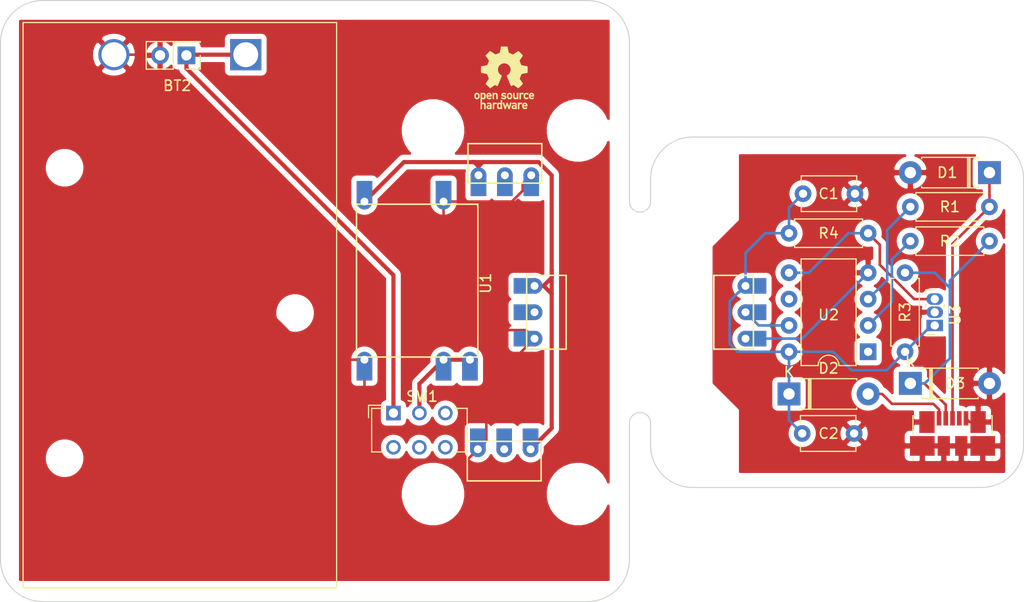
<source format=kicad_pcb>
(kicad_pcb (version 20171130) (host pcbnew 5.1.2)

  (general
    (thickness 1.6)
    (drawings 21)
    (tracks 116)
    (zones 0)
    (modules 32)
    (nets 20)
  )

  (page A4)
  (layers
    (0 F.Cu signal)
    (31 B.Cu signal)
    (32 B.Adhes user)
    (33 F.Adhes user)
    (34 B.Paste user)
    (35 F.Paste user)
    (36 B.SilkS user)
    (37 F.SilkS user)
    (38 B.Mask user)
    (39 F.Mask user)
    (40 Dwgs.User user)
    (41 Cmts.User user)
    (42 Eco1.User user)
    (43 Eco2.User user)
    (44 Edge.Cuts user)
    (45 Margin user)
    (46 B.CrtYd user)
    (47 F.CrtYd user)
    (48 B.Fab user)
    (49 F.Fab user)
  )

  (setup
    (last_trace_width 0.25)
    (user_trace_width 0.4)
    (trace_clearance 0.2)
    (zone_clearance 0.508)
    (zone_45_only no)
    (trace_min 0.2)
    (via_size 0.8)
    (via_drill 0.4)
    (via_min_size 0.4)
    (via_min_drill 0.3)
    (uvia_size 0.3)
    (uvia_drill 0.1)
    (uvias_allowed no)
    (uvia_min_size 0.2)
    (uvia_min_drill 0.1)
    (edge_width 0.1)
    (segment_width 0.2)
    (pcb_text_width 0.3)
    (pcb_text_size 1.5 1.5)
    (mod_edge_width 0.15)
    (mod_text_size 1 1)
    (mod_text_width 0.15)
    (pad_size 1.5 1.5)
    (pad_drill 0.6)
    (pad_to_mask_clearance 0)
    (solder_mask_min_width 0.25)
    (aux_axis_origin 0 0)
    (visible_elements FFFDFF7F)
    (pcbplotparams
      (layerselection 0x010f0_ffffffff)
      (usegerberextensions false)
      (usegerberattributes true)
      (usegerberadvancedattributes false)
      (creategerberjobfile false)
      (excludeedgelayer true)
      (linewidth 0.100000)
      (plotframeref false)
      (viasonmask false)
      (mode 1)
      (useauxorigin false)
      (hpglpennumber 1)
      (hpglpenspeed 20)
      (hpglpendiameter 15.000000)
      (psnegative false)
      (psa4output false)
      (plotreference true)
      (plotvalue true)
      (plotinvisibletext false)
      (padsonsilk false)
      (subtractmaskfromsilk false)
      (outputformat 1)
      (mirror false)
      (drillshape 0)
      (scaleselection 1)
      (outputdirectory "Gerber/"))
  )

  (net 0 "")
  (net 1 "Net-(BT1-Pad1)")
  (net 2 GND)
  (net 3 +5V)
  (net 4 "Net-(D1-Pad1)")
  (net 5 "Net-(D3-Pad1)")
  (net 6 /GND_in)
  (net 7 /VCC_in)
  (net 8 /D_in)
  (net 9 "Net-(J3-Pad4)")
  (net 10 /USB_P)
  (net 11 /USB_M)
  (net 12 "Net-(R4-Pad1)")
  (net 13 "Net-(SW1-Pad2)")
  (net 14 "Net-(U2-Pad1)")
  (net 15 "Net-(U2-Pad6)")
  (net 16 "Net-(J1-Pad2)")
  (net 17 "Net-(J4-Pad2)")
  (net 18 "Net-(J5-Pad2)")
  (net 19 "Net-(D2-Pad2)")

  (net_class Default "This is the default net class."
    (clearance 0.2)
    (trace_width 0.25)
    (via_dia 0.8)
    (via_drill 0.4)
    (uvia_dia 0.3)
    (uvia_drill 0.1)
    (add_net +5V)
    (add_net /D_in)
    (add_net /GND_in)
    (add_net /USB_M)
    (add_net /USB_P)
    (add_net /VCC_in)
    (add_net GND)
    (add_net "Net-(BT1-Pad1)")
    (add_net "Net-(D1-Pad1)")
    (add_net "Net-(D2-Pad2)")
    (add_net "Net-(D3-Pad1)")
    (add_net "Net-(J1-Pad2)")
    (add_net "Net-(J3-Pad4)")
    (add_net "Net-(J4-Pad2)")
    (add_net "Net-(J5-Pad2)")
    (add_net "Net-(R4-Pad1)")
    (add_net "Net-(SW1-Pad2)")
    (add_net "Net-(U2-Pad1)")
    (add_net "Net-(U2-Pad6)")
  )

  (net_class Power ""
    (clearance 0.2)
    (trace_width 0.5)
    (via_dia 0.8)
    (via_drill 0.4)
    (uvia_dia 0.3)
    (uvia_drill 0.1)
  )

  (module MountingHole:MountingHole_5mm (layer F.Cu) (tedit 5CC51A02) (tstamp 5CC52062)
    (at 153.924 110.998)
    (descr "Mounting Hole 5mm, no annular")
    (tags "mounting hole 5mm no annular")
    (attr virtual)
    (fp_text reference REF** (at 0 -6) (layer F.SilkS) hide
      (effects (font (size 1 1) (thickness 0.15)))
    )
    (fp_text value MountingHole_5mm (at 0 6) (layer F.Fab)
      (effects (font (size 1 1) (thickness 0.15)))
    )
    (fp_text user %R (at 0.3 0) (layer F.Fab)
      (effects (font (size 1 1) (thickness 0.15)))
    )
    (fp_circle (center 0 0) (end 5 0) (layer Cmts.User) (width 0.15))
    (fp_circle (center 0 0) (end 5.25 0) (layer F.CrtYd) (width 0.05))
    (pad 1 np_thru_hole circle (at 0 0) (size 5 5) (drill 5) (layers *.Cu *.Mask))
  )

  (module MountingHole:MountingHole_5mm (layer F.Cu) (tedit 5CC51A18) (tstamp 5CC52062)
    (at 153.924 87.122)
    (descr "Mounting Hole 5mm, no annular")
    (tags "mounting hole 5mm no annular")
    (attr virtual)
    (fp_text reference REF** (at 0 -6) (layer F.SilkS) hide
      (effects (font (size 1 1) (thickness 0.15)))
    )
    (fp_text value MountingHole_5mm (at 0 6) (layer F.Fab)
      (effects (font (size 1 1) (thickness 0.15)))
    )
    (fp_text user %R (at 0.3 0) (layer F.Fab)
      (effects (font (size 1 1) (thickness 0.15)))
    )
    (fp_circle (center 0 0) (end 5 0) (layer Cmts.User) (width 0.15))
    (fp_circle (center 0 0) (end 5.25 0) (layer F.CrtYd) (width 0.05))
    (pad 1 np_thru_hole circle (at 0 0) (size 5 5) (drill 5) (layers *.Cu *.Mask))
  )

  (module MountingHole:MountingHole_5mm (layer F.Cu) (tedit 5CC51A1C) (tstamp 5CC52062)
    (at 141.986 116.586)
    (descr "Mounting Hole 5mm, no annular")
    (tags "mounting hole 5mm no annular")
    (attr virtual)
    (fp_text reference REF** (at 0 -6) (layer F.SilkS) hide
      (effects (font (size 1 1) (thickness 0.15)))
    )
    (fp_text value MountingHole_5mm (at 0 6) (layer F.Fab)
      (effects (font (size 1 1) (thickness 0.15)))
    )
    (fp_text user %R (at 0.3 0) (layer F.Fab)
      (effects (font (size 1 1) (thickness 0.15)))
    )
    (fp_circle (center 0 0) (end 5 0) (layer Cmts.User) (width 0.15))
    (fp_circle (center 0 0) (end 5.25 0) (layer F.CrtYd) (width 0.05))
    (pad 1 np_thru_hole circle (at 0 0) (size 5 5) (drill 5) (layers *.Cu *.Mask))
  )

  (module MountingHole:MountingHole_5mm (layer F.Cu) (tedit 5CC51A20) (tstamp 5CC52062)
    (at 128.016 116.586)
    (descr "Mounting Hole 5mm, no annular")
    (tags "mounting hole 5mm no annular")
    (attr virtual)
    (fp_text reference REF** (at 0 -6) (layer F.SilkS) hide
      (effects (font (size 1 1) (thickness 0.15)))
    )
    (fp_text value MountingHole_5mm (at 0 6) (layer F.Fab)
      (effects (font (size 1 1) (thickness 0.15)))
    )
    (fp_text user %R (at 0.3 0) (layer F.Fab)
      (effects (font (size 1 1) (thickness 0.15)))
    )
    (fp_circle (center 0 0) (end 5 0) (layer Cmts.User) (width 0.15))
    (fp_circle (center 0 0) (end 5.25 0) (layer F.CrtYd) (width 0.05))
    (pad 1 np_thru_hole circle (at 0 0) (size 5 5) (drill 5) (layers *.Cu *.Mask))
  )

  (module MountingHole:MountingHole_5mm (layer F.Cu) (tedit 5CC51A24) (tstamp 5CC52062)
    (at 128.016 81.534)
    (descr "Mounting Hole 5mm, no annular")
    (tags "mounting hole 5mm no annular")
    (attr virtual)
    (fp_text reference REF** (at 0 -6) (layer F.SilkS) hide
      (effects (font (size 1 1) (thickness 0.15)))
    )
    (fp_text value MountingHole_5mm (at 0 6) (layer F.Fab)
      (effects (font (size 1 1) (thickness 0.15)))
    )
    (fp_text user %R (at 0.3 0) (layer F.Fab)
      (effects (font (size 1 1) (thickness 0.15)))
    )
    (fp_circle (center 0 0) (end 5 0) (layer Cmts.User) (width 0.15))
    (fp_circle (center 0 0) (end 5.25 0) (layer F.CrtYd) (width 0.05))
    (pad 1 np_thru_hole circle (at 0 0) (size 5 5) (drill 5) (layers *.Cu *.Mask))
  )

  (module "BPOV:WS2812 strip" (layer F.Cu) (tedit 5CC5102C) (tstamp 5CC99284)
    (at 137.795 99.06 180)
    (path /5C8A3928)
    (fp_text reference J1 (at 0 -4.572 180) (layer F.SilkS) hide
      (effects (font (size 1 1) (thickness 0.15)))
    )
    (fp_text value "WS2812 out" (at 0 4.826 180) (layer F.Fab)
      (effects (font (size 1 1) (thickness 0.15)))
    )
    (fp_line (start -3.048 -3.556) (end 0.762 -3.556) (layer F.SilkS) (width 0.15))
    (fp_line (start 0.762 -3.556) (end 0.762 3.556) (layer F.SilkS) (width 0.15))
    (fp_line (start 0.762 3.556) (end -3.048 3.556) (layer F.SilkS) (width 0.15))
    (fp_line (start -3.048 3.556) (end -3.048 -3.556) (layer F.SilkS) (width 0.15))
    (pad 1 thru_hole custom (at 0 -2.54 180) (size 1.524 1.524) (drill 0.762) (layers *.Cu *.Mask)
      (net 6 /GND_in) (zone_connect 0)
      (options (clearance outline) (anchor circle))
      (primitives
        (gr_poly (pts
           (xy 2 -0.75) (xy 0 -0.75) (xy 0.75 0) (xy 0 0.75) (xy 2 0.75)
) (width 0))
      ))
    (pad 2 thru_hole custom (at 0 0 180) (size 1.524 1.524) (drill 0.762) (layers *.Cu *.Mask)
      (net 16 "Net-(J1-Pad2)") (zone_connect 0)
      (options (clearance outline) (anchor circle))
      (primitives
        (gr_poly (pts
           (xy 2 -0.75) (xy 0 -0.75) (xy 0.75 0) (xy 0 0.75) (xy 2 0.75)
) (width 0))
      ))
    (pad 3 thru_hole custom (at 0 2.54 180) (size 1.524 1.524) (drill 0.762) (layers *.Cu *.Mask)
      (net 7 /VCC_in) (zone_connect 0)
      (options (clearance outline) (anchor circle))
      (primitives
        (gr_poly (pts
           (xy 2 -0.75) (xy 0 -0.75) (xy 0.75 0) (xy 0 0.75) (xy 2 0.75)
) (width 0))
      ))
  )

  (module BPOV:S09 (layer F.Cu) (tedit 5CBC1249) (tstamp 5CBD8B50)
    (at 126.492 96.012 270)
    (path /5CBD2AC1)
    (fp_text reference U1 (at 0.254 -6.604 270) (layer F.SilkS)
      (effects (font (size 1 1) (thickness 0.15)))
    )
    (fp_text value S09 (at 0 6.604 270) (layer F.Fab)
      (effects (font (size 1 1) (thickness 0.15)))
    )
    (fp_line (start 7.366 -5.842) (end 7.366 5.842) (layer F.SilkS) (width 0.15))
    (fp_line (start 7.366 5.842) (end -7.366 5.842) (layer F.SilkS) (width 0.15))
    (fp_line (start -7.366 5.842) (end -7.366 -5.842) (layer F.SilkS) (width 0.15))
    (fp_line (start -7.366 -5.842) (end 7.366 -5.842) (layer F.SilkS) (width 0.15))
    (pad 5 thru_hole custom (at 7.62 -5.08 90) (size 1.524 1.524) (drill 0.762) (layers *.Cu *.Mask)
      (net 13 "Net-(SW1-Pad2)") (zone_connect 0)
      (options (clearance outline) (anchor circle))
      (primitives
        (gr_poly (pts
           (xy 0 0.75) (xy -2 0.75) (xy -2 -0.75) (xy 0 -0.75) (xy -0.75 0)
) (width 0))
      ))
    (pad 4 thru_hole custom (at 7.62 -2.54 90) (size 1.524 1.524) (drill 0.762) (layers *.Cu *.Mask)
      (net 13 "Net-(SW1-Pad2)") (zone_connect 0)
      (options (clearance outline) (anchor circle))
      (primitives
        (gr_poly (pts
           (xy 0 0.75) (xy -2 0.75) (xy -2 -0.75) (xy 0 -0.75) (xy -0.75 0)
) (width 0))
      ))
    (pad 3 thru_hole custom (at 7.62 5.08 90) (size 1.524 1.524) (drill 0.762) (layers *.Cu *.Mask)
      (net 6 /GND_in) (zone_connect 0)
      (options (clearance outline) (anchor circle))
      (primitives
        (gr_poly (pts
           (xy 0 0.75) (xy -2 0.75) (xy -2 -0.75) (xy 0 -0.75) (xy -0.75 0)
) (width 0))
      ))
    (pad 1 thru_hole custom (at -7.62 -2.54 270) (size 1.524 1.524) (drill 0.762) (layers *.Cu *.Mask)
      (net 6 /GND_in) (zone_connect 0)
      (options (clearance outline) (anchor circle))
      (primitives
        (gr_poly (pts
           (xy 0 0.75) (xy -2 0.75) (xy -2 -0.75) (xy 0 -0.75) (xy -0.75 0)
) (width 0))
      ))
    (pad 2 thru_hole custom (at -7.62 5.08 270) (size 1.524 1.524) (drill 0.762) (layers *.Cu *.Mask)
      (net 7 /VCC_in) (zone_connect 0)
      (options (clearance outline) (anchor circle))
      (primitives
        (gr_poly (pts
           (xy 0 0.75) (xy -2 0.75) (xy -2 -0.75) (xy 0 -0.75) (xy -0.75 0)
) (width 0))
      ))
  )

  (module Battery:BatteryHolder_Eagle_12BH611-GR (layer F.Cu) (tedit 5CC51039) (tstamp 5CC991DA)
    (at 109.982 74.2315 90)
    (descr https://eu.mouser.com/datasheet/2/209/EPD-200766-1274481.pdf)
    (tags "9V Battery Holder")
    (path /5C898601)
    (fp_text reference BT1 (at -24.13 -24.13 90) (layer F.SilkS) hide
      (effects (font (size 1 1) (thickness 0.15)))
    )
    (fp_text value Battery (at -24.13 11.43 270) (layer F.Fab)
      (effects (font (size 1 1) (thickness 0.15)))
    )
    (fp_line (start -51.4 -21.45) (end 3.1 -21.45) (layer F.SilkS) (width 0.12))
    (fp_line (start 3.1 -21.45) (end 3.1 8.75) (layer F.SilkS) (width 0.12))
    (fp_line (start 3.1 8.75) (end -51.4 8.75) (layer F.SilkS) (width 0.12))
    (fp_line (start -51.4 8.75) (end -51.4 -21.45) (layer F.SilkS) (width 0.12))
    (fp_text user + (at -7 0 90) (layer F.Fab)
      (effects (font (size 3 3) (thickness 0.45)))
    )
    (fp_text user - (at -7 -12.7 90) (layer F.Fab)
      (effects (font (size 3 3) (thickness 0.45)))
    )
    (fp_line (start -51.9 -21.95) (end 3.6 -21.95) (layer F.CrtYd) (width 0.05))
    (fp_line (start 3.6 -21.95) (end 3.6 9.25) (layer F.CrtYd) (width 0.05))
    (fp_line (start 3.6 9.25) (end -51.9 9.25) (layer F.CrtYd) (width 0.05))
    (fp_line (start -51.9 9.25) (end -51.9 -21.95) (layer F.CrtYd) (width 0.05))
    (fp_line (start 1.85 8.75) (end 1.85 -21.45) (layer F.Fab) (width 0.1))
    (fp_line (start -2 -21.45) (end -2 8.75) (layer F.Fab) (width 0.1))
    (fp_line (start -2 -14.75) (end -4 -14.75) (layer F.Fab) (width 0.1))
    (fp_line (start -4 -14.75) (end -4 -10.65) (layer F.Fab) (width 0.1))
    (fp_line (start -4 -10.65) (end -2 -10.65) (layer F.Fab) (width 0.1))
    (fp_line (start -2 -0.25) (end -4 -0.25) (layer F.Fab) (width 0.1))
    (fp_line (start -4 -2.55) (end -4 2.55) (layer F.Fab) (width 0.1))
    (fp_line (start -4 0.25) (end -2 0.25) (layer F.Fab) (width 0.1))
    (fp_line (start -4 -2.05) (end -2 -2.05) (layer F.Fab) (width 0.1))
    (fp_line (start -2 -2.55) (end -4 -2.55) (layer F.Fab) (width 0.1))
    (fp_line (start -4 2.55) (end -2 2.55) (layer F.Fab) (width 0.1))
    (fp_line (start -2 2.05) (end -4 2.05) (layer F.Fab) (width 0.1))
    (fp_line (start -2 -19.35) (end -27 -19.35) (layer F.Fab) (width 0.1))
    (fp_line (start -27 -19.35) (end -27 -21.45) (layer F.Fab) (width 0.1))
    (fp_line (start -2 6.65) (end -27 6.65) (layer F.Fab) (width 0.1))
    (fp_line (start -27 6.65) (end -27 8.75) (layer F.Fab) (width 0.1))
    (fp_line (start -51.4 -15.35) (end -47 -15.35) (layer F.Fab) (width 0.1))
    (fp_line (start -51.4 2.65) (end -47 2.65) (layer F.Fab) (width 0.1))
    (fp_line (start -50 2.65) (end -50 -15.35) (layer F.Fab) (width 0.1))
    (fp_line (start -49 2.65) (end -49 -15.35) (layer F.Fab) (width 0.1))
    (fp_line (start -48 2.65) (end -48 -15.35) (layer F.Fab) (width 0.1))
    (fp_line (start -47 2.65) (end -47 -15.35) (layer F.Fab) (width 0.1))
    (fp_line (start -51.4 8.75) (end -51.4 -21.45) (layer F.Fab) (width 0.1))
    (fp_line (start -51.4 -21.45) (end 3.1 -21.45) (layer F.Fab) (width 0.1))
    (fp_line (start 3.1 8.75) (end -51.4 8.75) (layer F.Fab) (width 0.1))
    (fp_line (start 3.1 -21.45) (end 3.1 8.75) (layer F.Fab) (width 0.1))
    (fp_text user %R (at -24.13 -6.35 270) (layer F.Fab)
      (effects (font (size 1 1) (thickness 0.15)))
    )
    (pad 2 thru_hole circle (at 0 -12.7 90) (size 3 3) (drill 2.4) (layers *.Cu *.Mask)
      (net 6 /GND_in))
    (pad 1 thru_hole rect (at 0 0 90) (size 3 3) (drill 2.4) (layers *.Cu *.Mask)
      (net 1 "Net-(BT1-Pad1)"))
    (pad "" np_thru_hole circle (at -10.9 -17.45 90) (size 2.6 2.6) (drill 2.6) (layers *.Cu *.Mask))
    (pad "" np_thru_hole circle (at -38.9 -17.45 90) (size 2.6 2.6) (drill 2.6) (layers *.Cu *.Mask))
    (pad "" np_thru_hole circle (at -24.9 4.75 90) (size 2.6 2.6) (drill 2.6) (layers *.Cu *.Mask))
    (model ${KISYS3DMOD}/Battery.3dshapes/BatteryHolder_Eagle_12BH611-GR.wrl
      (at (xyz 0 0 0))
      (scale (xyz 1 1 1))
      (rotate (xyz 0 0 0))
    )
  )

  (module Connector_PinHeader_2.54mm:PinHeader_2x01_P2.54mm_Vertical (layer F.Cu) (tedit 5CC5100D) (tstamp 5CC991F2)
    (at 104.267 74.295 180)
    (descr "Through hole straight pin header, 2x01, 2.54mm pitch, double rows")
    (tags "Through hole pin header THT 2x01 2.54mm double row")
    (path /5CBAB505)
    (fp_text reference BT2 (at 0.889 -2.921 180) (layer F.SilkS)
      (effects (font (size 1 1) (thickness 0.15)))
    )
    (fp_text value Alt (at 1.27 2.33 180) (layer F.Fab)
      (effects (font (size 1 1) (thickness 0.15)))
    )
    (fp_line (start 0 -1.27) (end 3.81 -1.27) (layer F.Fab) (width 0.1))
    (fp_line (start 3.81 -1.27) (end 3.81 1.27) (layer F.Fab) (width 0.1))
    (fp_line (start 3.81 1.27) (end -1.27 1.27) (layer F.Fab) (width 0.1))
    (fp_line (start -1.27 1.27) (end -1.27 0) (layer F.Fab) (width 0.1))
    (fp_line (start -1.27 0) (end 0 -1.27) (layer F.Fab) (width 0.1))
    (fp_line (start -1.33 1.33) (end 3.87 1.33) (layer F.SilkS) (width 0.12))
    (fp_line (start -1.33 1.27) (end -1.33 1.33) (layer F.SilkS) (width 0.12))
    (fp_line (start 3.87 -1.33) (end 3.87 1.33) (layer F.SilkS) (width 0.12))
    (fp_line (start -1.33 1.27) (end 1.27 1.27) (layer F.SilkS) (width 0.12))
    (fp_line (start 1.27 1.27) (end 1.27 -1.33) (layer F.SilkS) (width 0.12))
    (fp_line (start 1.27 -1.33) (end 3.87 -1.33) (layer F.SilkS) (width 0.12))
    (fp_line (start -1.33 0) (end -1.33 -1.33) (layer F.SilkS) (width 0.12))
    (fp_line (start -1.33 -1.33) (end 0 -1.33) (layer F.SilkS) (width 0.12))
    (fp_line (start -1.8 -1.8) (end -1.8 1.8) (layer F.CrtYd) (width 0.05))
    (fp_line (start -1.8 1.8) (end 4.35 1.8) (layer F.CrtYd) (width 0.05))
    (fp_line (start 4.35 1.8) (end 4.35 -1.8) (layer F.CrtYd) (width 0.05))
    (fp_line (start 4.35 -1.8) (end -1.8 -1.8) (layer F.CrtYd) (width 0.05))
    (fp_text user %R (at 1.27 0 270) (layer F.Fab)
      (effects (font (size 1 1) (thickness 0.15)))
    )
    (pad 1 thru_hole rect (at 0 0 180) (size 1.7 1.7) (drill 1) (layers *.Cu *.Mask)
      (net 1 "Net-(BT1-Pad1)"))
    (pad 2 thru_hole oval (at 2.54 0 180) (size 1.7 1.7) (drill 1) (layers *.Cu *.Mask)
      (net 6 /GND_in))
    (model ${KISYS3DMOD}/Connector_PinHeader_2.54mm.3dshapes/PinHeader_2x01_P2.54mm_Vertical.wrl
      (at (xyz 0 0 0))
      (scale (xyz 1 1 1))
      (rotate (xyz 0 0 0))
    )
  )

  (module Capacitor_THT:C_Disc_D5.1mm_W3.2mm_P5.00mm (layer F.Cu) (tedit 5AE50EF0) (tstamp 5CC9A0B0)
    (at 168.656 87.63 180)
    (descr "C, Disc series, Radial, pin pitch=5.00mm, , diameter*width=5.1*3.2mm^2, Capacitor, http://www.vishay.com/docs/45233/krseries.pdf")
    (tags "C Disc series Radial pin pitch 5.00mm  diameter 5.1mm width 3.2mm Capacitor")
    (path /5CBA8C40)
    (fp_text reference C1 (at 2.54 0 180) (layer F.SilkS)
      (effects (font (size 1 1) (thickness 0.15)))
    )
    (fp_text value 4.7u (at 2.5 2.85 180) (layer F.Fab)
      (effects (font (size 1 1) (thickness 0.15)))
    )
    (fp_line (start -0.05 -1.6) (end -0.05 1.6) (layer F.Fab) (width 0.1))
    (fp_line (start -0.05 1.6) (end 5.05 1.6) (layer F.Fab) (width 0.1))
    (fp_line (start 5.05 1.6) (end 5.05 -1.6) (layer F.Fab) (width 0.1))
    (fp_line (start 5.05 -1.6) (end -0.05 -1.6) (layer F.Fab) (width 0.1))
    (fp_line (start -0.17 -1.721) (end 5.17 -1.721) (layer F.SilkS) (width 0.12))
    (fp_line (start -0.17 1.721) (end 5.17 1.721) (layer F.SilkS) (width 0.12))
    (fp_line (start -0.17 -1.721) (end -0.17 -1.055) (layer F.SilkS) (width 0.12))
    (fp_line (start -0.17 1.055) (end -0.17 1.721) (layer F.SilkS) (width 0.12))
    (fp_line (start 5.17 -1.721) (end 5.17 -1.055) (layer F.SilkS) (width 0.12))
    (fp_line (start 5.17 1.055) (end 5.17 1.721) (layer F.SilkS) (width 0.12))
    (fp_line (start -1.05 -1.85) (end -1.05 1.85) (layer F.CrtYd) (width 0.05))
    (fp_line (start -1.05 1.85) (end 6.05 1.85) (layer F.CrtYd) (width 0.05))
    (fp_line (start 6.05 1.85) (end 6.05 -1.85) (layer F.CrtYd) (width 0.05))
    (fp_line (start 6.05 -1.85) (end -1.05 -1.85) (layer F.CrtYd) (width 0.05))
    (fp_text user %R (at 2.5 0 180) (layer F.Fab)
      (effects (font (size 1 1) (thickness 0.15)))
    )
    (pad 1 thru_hole circle (at 0 0 180) (size 1.6 1.6) (drill 0.8) (layers *.Cu *.Mask)
      (net 2 GND))
    (pad 2 thru_hole circle (at 5 0 180) (size 1.6 1.6) (drill 0.8) (layers *.Cu *.Mask)
      (net 3 +5V))
    (model ${KISYS3DMOD}/Capacitor_THT.3dshapes/C_Disc_D5.1mm_W3.2mm_P5.00mm.wrl
      (at (xyz 0 0 0))
      (scale (xyz 1 1 1))
      (rotate (xyz 0 0 0))
    )
  )

  (module Capacitor_THT:C_Disc_D5.1mm_W3.2mm_P5.00mm (layer F.Cu) (tedit 5AE50EF0) (tstamp 5CC9921C)
    (at 163.576 110.744)
    (descr "C, Disc series, Radial, pin pitch=5.00mm, , diameter*width=5.1*3.2mm^2, Capacitor, http://www.vishay.com/docs/45233/krseries.pdf")
    (tags "C Disc series Radial pin pitch 5.00mm  diameter 5.1mm width 3.2mm Capacitor")
    (path /5CBA9869)
    (fp_text reference C2 (at 2.54 0) (layer F.SilkS)
      (effects (font (size 1 1) (thickness 0.15)))
    )
    (fp_text value 0.1u (at 2.5 2.85) (layer F.Fab)
      (effects (font (size 1 1) (thickness 0.15)))
    )
    (fp_text user %R (at 2.5 0) (layer F.Fab)
      (effects (font (size 1 1) (thickness 0.15)))
    )
    (fp_line (start 6.05 -1.85) (end -1.05 -1.85) (layer F.CrtYd) (width 0.05))
    (fp_line (start 6.05 1.85) (end 6.05 -1.85) (layer F.CrtYd) (width 0.05))
    (fp_line (start -1.05 1.85) (end 6.05 1.85) (layer F.CrtYd) (width 0.05))
    (fp_line (start -1.05 -1.85) (end -1.05 1.85) (layer F.CrtYd) (width 0.05))
    (fp_line (start 5.17 1.055) (end 5.17 1.721) (layer F.SilkS) (width 0.12))
    (fp_line (start 5.17 -1.721) (end 5.17 -1.055) (layer F.SilkS) (width 0.12))
    (fp_line (start -0.17 1.055) (end -0.17 1.721) (layer F.SilkS) (width 0.12))
    (fp_line (start -0.17 -1.721) (end -0.17 -1.055) (layer F.SilkS) (width 0.12))
    (fp_line (start -0.17 1.721) (end 5.17 1.721) (layer F.SilkS) (width 0.12))
    (fp_line (start -0.17 -1.721) (end 5.17 -1.721) (layer F.SilkS) (width 0.12))
    (fp_line (start 5.05 -1.6) (end -0.05 -1.6) (layer F.Fab) (width 0.1))
    (fp_line (start 5.05 1.6) (end 5.05 -1.6) (layer F.Fab) (width 0.1))
    (fp_line (start -0.05 1.6) (end 5.05 1.6) (layer F.Fab) (width 0.1))
    (fp_line (start -0.05 -1.6) (end -0.05 1.6) (layer F.Fab) (width 0.1))
    (pad 2 thru_hole circle (at 5 0) (size 1.6 1.6) (drill 0.8) (layers *.Cu *.Mask)
      (net 2 GND))
    (pad 1 thru_hole circle (at 0 0) (size 1.6 1.6) (drill 0.8) (layers *.Cu *.Mask)
      (net 3 +5V))
    (model ${KISYS3DMOD}/Capacitor_THT.3dshapes/C_Disc_D5.1mm_W3.2mm_P5.00mm.wrl
      (at (xyz 0 0 0))
      (scale (xyz 1 1 1))
      (rotate (xyz 0 0 0))
    )
  )

  (module Diode_THT:D_DO-41_SOD81_P7.62mm_Horizontal (layer F.Cu) (tedit 5CC510A4) (tstamp 5CC9A98F)
    (at 181.61 85.598 180)
    (descr "Diode, DO-41_SOD81 series, Axial, Horizontal, pin pitch=7.62mm, , length*diameter=5.2*2.7mm^2, , http://www.diodes.com/_files/packages/DO-41%20(Plastic).pdf")
    (tags "Diode DO-41_SOD81 series Axial Horizontal pin pitch 7.62mm  length 5.2mm diameter 2.7mm")
    (path /5CB52F1E)
    (fp_text reference D1 (at 4.064 0 180) (layer F.SilkS)
      (effects (font (size 1 1) (thickness 0.15)))
    )
    (fp_text value "3.6 Zenner" (at 3.81 2.47 180) (layer F.Fab)
      (effects (font (size 1 1) (thickness 0.15)))
    )
    (fp_line (start 1.21 -1.35) (end 1.21 1.35) (layer F.Fab) (width 0.1))
    (fp_line (start 1.21 1.35) (end 6.41 1.35) (layer F.Fab) (width 0.1))
    (fp_line (start 6.41 1.35) (end 6.41 -1.35) (layer F.Fab) (width 0.1))
    (fp_line (start 6.41 -1.35) (end 1.21 -1.35) (layer F.Fab) (width 0.1))
    (fp_line (start 0 0) (end 1.21 0) (layer F.Fab) (width 0.1))
    (fp_line (start 7.62 0) (end 6.41 0) (layer F.Fab) (width 0.1))
    (fp_line (start 1.99 -1.35) (end 1.99 1.35) (layer F.Fab) (width 0.1))
    (fp_line (start 2.09 -1.35) (end 2.09 1.35) (layer F.Fab) (width 0.1))
    (fp_line (start 1.89 -1.35) (end 1.89 1.35) (layer F.Fab) (width 0.1))
    (fp_line (start 1.09 -1.34) (end 1.09 -1.47) (layer F.SilkS) (width 0.12))
    (fp_line (start 1.09 -1.47) (end 6.53 -1.47) (layer F.SilkS) (width 0.12))
    (fp_line (start 6.53 -1.47) (end 6.53 -1.34) (layer F.SilkS) (width 0.12))
    (fp_line (start 1.09 1.34) (end 1.09 1.47) (layer F.SilkS) (width 0.12))
    (fp_line (start 1.09 1.47) (end 6.53 1.47) (layer F.SilkS) (width 0.12))
    (fp_line (start 6.53 1.47) (end 6.53 1.34) (layer F.SilkS) (width 0.12))
    (fp_line (start 1.99 -1.47) (end 1.99 1.47) (layer F.SilkS) (width 0.12))
    (fp_line (start 2.11 -1.47) (end 2.11 1.47) (layer F.SilkS) (width 0.12))
    (fp_line (start 1.87 -1.47) (end 1.87 1.47) (layer F.SilkS) (width 0.12))
    (fp_line (start -1.35 -1.6) (end -1.35 1.6) (layer F.CrtYd) (width 0.05))
    (fp_line (start -1.35 1.6) (end 8.97 1.6) (layer F.CrtYd) (width 0.05))
    (fp_line (start 8.97 1.6) (end 8.97 -1.6) (layer F.CrtYd) (width 0.05))
    (fp_line (start 8.97 -1.6) (end -1.35 -1.6) (layer F.CrtYd) (width 0.05))
    (fp_text user %R (at 4.2 0 180) (layer F.Fab)
      (effects (font (size 1 1) (thickness 0.15)))
    )
    (fp_text user K (at 0 -2.1 180) (layer F.Fab)
      (effects (font (size 1 1) (thickness 0.15)))
    )
    (fp_text user K (at 0 -2.1 180) (layer F.SilkS) hide
      (effects (font (size 1 1) (thickness 0.15)))
    )
    (pad 1 thru_hole rect (at 0 0 180) (size 2.2 2.2) (drill 1.1) (layers *.Cu *.Mask)
      (net 4 "Net-(D1-Pad1)"))
    (pad 2 thru_hole oval (at 7.62 0 180) (size 2.2 2.2) (drill 1.1) (layers *.Cu *.Mask)
      (net 2 GND))
    (model ${KISYS3DMOD}/Diode_THT.3dshapes/D_DO-41_SOD81_P7.62mm_Horizontal.wrl
      (at (xyz 0 0 0))
      (scale (xyz 1 1 1))
      (rotate (xyz 0 0 0))
    )
  )

  (module Diode_THT:D_DO-41_SOD81_P7.62mm_Horizontal (layer F.Cu) (tedit 5AE50CD5) (tstamp 5CC9A605)
    (at 173.99 105.918)
    (descr "Diode, DO-41_SOD81 series, Axial, Horizontal, pin pitch=7.62mm, , length*diameter=5.2*2.7mm^2, , http://www.diodes.com/_files/packages/DO-41%20(Plastic).pdf")
    (tags "Diode DO-41_SOD81 series Axial Horizontal pin pitch 7.62mm  length 5.2mm diameter 2.7mm")
    (path /5CB52E22)
    (fp_text reference D3 (at 4.318 0) (layer F.SilkS)
      (effects (font (size 1 1) (thickness 0.15)))
    )
    (fp_text value "3.6 Zenner" (at 3.81 2.47) (layer F.Fab)
      (effects (font (size 1 1) (thickness 0.15)))
    )
    (fp_text user K (at 0 -2.1) (layer F.SilkS)
      (effects (font (size 1 1) (thickness 0.15)))
    )
    (fp_text user K (at 0 -2.1) (layer F.Fab)
      (effects (font (size 1 1) (thickness 0.15)))
    )
    (fp_text user %R (at 4.2 0) (layer F.Fab)
      (effects (font (size 1 1) (thickness 0.15)))
    )
    (fp_line (start 8.97 -1.6) (end -1.35 -1.6) (layer F.CrtYd) (width 0.05))
    (fp_line (start 8.97 1.6) (end 8.97 -1.6) (layer F.CrtYd) (width 0.05))
    (fp_line (start -1.35 1.6) (end 8.97 1.6) (layer F.CrtYd) (width 0.05))
    (fp_line (start -1.35 -1.6) (end -1.35 1.6) (layer F.CrtYd) (width 0.05))
    (fp_line (start 1.87 -1.47) (end 1.87 1.47) (layer F.SilkS) (width 0.12))
    (fp_line (start 2.11 -1.47) (end 2.11 1.47) (layer F.SilkS) (width 0.12))
    (fp_line (start 1.99 -1.47) (end 1.99 1.47) (layer F.SilkS) (width 0.12))
    (fp_line (start 6.53 1.47) (end 6.53 1.34) (layer F.SilkS) (width 0.12))
    (fp_line (start 1.09 1.47) (end 6.53 1.47) (layer F.SilkS) (width 0.12))
    (fp_line (start 1.09 1.34) (end 1.09 1.47) (layer F.SilkS) (width 0.12))
    (fp_line (start 6.53 -1.47) (end 6.53 -1.34) (layer F.SilkS) (width 0.12))
    (fp_line (start 1.09 -1.47) (end 6.53 -1.47) (layer F.SilkS) (width 0.12))
    (fp_line (start 1.09 -1.34) (end 1.09 -1.47) (layer F.SilkS) (width 0.12))
    (fp_line (start 1.89 -1.35) (end 1.89 1.35) (layer F.Fab) (width 0.1))
    (fp_line (start 2.09 -1.35) (end 2.09 1.35) (layer F.Fab) (width 0.1))
    (fp_line (start 1.99 -1.35) (end 1.99 1.35) (layer F.Fab) (width 0.1))
    (fp_line (start 7.62 0) (end 6.41 0) (layer F.Fab) (width 0.1))
    (fp_line (start 0 0) (end 1.21 0) (layer F.Fab) (width 0.1))
    (fp_line (start 6.41 -1.35) (end 1.21 -1.35) (layer F.Fab) (width 0.1))
    (fp_line (start 6.41 1.35) (end 6.41 -1.35) (layer F.Fab) (width 0.1))
    (fp_line (start 1.21 1.35) (end 6.41 1.35) (layer F.Fab) (width 0.1))
    (fp_line (start 1.21 -1.35) (end 1.21 1.35) (layer F.Fab) (width 0.1))
    (pad 2 thru_hole oval (at 7.62 0) (size 2.2 2.2) (drill 1.1) (layers *.Cu *.Mask)
      (net 2 GND))
    (pad 1 thru_hole rect (at 0 0) (size 2.2 2.2) (drill 1.1) (layers *.Cu *.Mask)
      (net 5 "Net-(D3-Pad1)"))
    (model ${KISYS3DMOD}/Diode_THT.3dshapes/D_DO-41_SOD81_P7.62mm_Horizontal.wrl
      (at (xyz 0 0 0))
      (scale (xyz 1 1 1))
      (rotate (xyz 0 0 0))
    )
  )

  (module "BPOV:WS2812 strip" (layer F.Cu) (tedit 5CC51044) (tstamp 5CC9BECC)
    (at 158.115 99.06)
    (path /5C898A03)
    (fp_text reference J2 (at 0 -4.572 90) (layer F.SilkS) hide
      (effects (font (size 1 1) (thickness 0.15)))
    )
    (fp_text value "WS2812 in" (at 0 4.826) (layer F.Fab)
      (effects (font (size 1 1) (thickness 0.15)))
    )
    (fp_line (start -3.048 3.556) (end -3.048 -3.556) (layer F.SilkS) (width 0.15))
    (fp_line (start 0.762 3.556) (end -3.048 3.556) (layer F.SilkS) (width 0.15))
    (fp_line (start 0.762 -3.556) (end 0.762 3.556) (layer F.SilkS) (width 0.15))
    (fp_line (start -3.048 -3.556) (end 0.762 -3.556) (layer F.SilkS) (width 0.15))
    (pad 3 thru_hole custom (at 0 2.54) (size 1.524 1.524) (drill 0.762) (layers *.Cu *.Mask)
      (net 2 GND) (zone_connect 0)
      (options (clearance outline) (anchor circle))
      (primitives
        (gr_poly (pts
           (xy 2 -0.75) (xy 0 -0.75) (xy 0.75 0) (xy 0 0.75) (xy 2 0.75)
) (width 0))
      ))
    (pad 2 thru_hole custom (at 0 0) (size 1.524 1.524) (drill 0.762) (layers *.Cu *.Mask)
      (net 8 /D_in) (zone_connect 0)
      (options (clearance outline) (anchor circle))
      (primitives
        (gr_poly (pts
           (xy 2 -0.75) (xy 0 -0.75) (xy 0.75 0) (xy 0 0.75) (xy 2 0.75)
) (width 0))
      ))
    (pad 1 thru_hole custom (at 0 -2.54) (size 1.524 1.524) (drill 0.762) (layers *.Cu *.Mask)
      (net 3 +5V) (zone_connect 0)
      (options (clearance outline) (anchor circle))
      (primitives
        (gr_poly (pts
           (xy 2 -0.75) (xy 0 -0.75) (xy 0.75 0) (xy 0 0.75) (xy 2 0.75)
) (width 0))
      ))
  )

  (module Connector_USB:USB_Micro-B_Molex_47346-0001 (layer F.Cu) (tedit 5CC51087) (tstamp 5CC992AF)
    (at 178.054 110.744)
    (descr "Micro USB B receptable with flange, bottom-mount, SMD, right-angle (http://www.molex.com/pdm_docs/sd/473460001_sd.pdf)")
    (tags "Micro B USB SMD")
    (path /5C904681)
    (attr smd)
    (fp_text reference J3 (at -5.334 -0.254 180) (layer F.SilkS) hide
      (effects (font (size 1 1) (thickness 0.15)))
    )
    (fp_text value "Micro usb" (at 0 4.6 180) (layer F.Fab)
      (effects (font (size 1 1) (thickness 0.15)))
    )
    (fp_text user "PCB Edge" (at 0 2.67 180) (layer Dwgs.User)
      (effects (font (size 0.4 0.4) (thickness 0.04)))
    )
    (fp_text user %R (at 0 1.2) (layer F.Fab)
      (effects (font (size 1 1) (thickness 0.15)))
    )
    (fp_line (start 3.81 -1.71) (end 3.43 -1.71) (layer F.SilkS) (width 0.12))
    (fp_line (start 4.6 3.9) (end -4.6 3.9) (layer F.CrtYd) (width 0.05))
    (fp_line (start 4.6 -2.7) (end 4.6 3.9) (layer F.CrtYd) (width 0.05))
    (fp_line (start -4.6 -2.7) (end 4.6 -2.7) (layer F.CrtYd) (width 0.05))
    (fp_line (start -4.6 3.9) (end -4.6 -2.7) (layer F.CrtYd) (width 0.05))
    (fp_line (start 3.75 3.35) (end -3.75 3.35) (layer F.Fab) (width 0.1))
    (fp_line (start 3.75 -1.65) (end 3.75 3.35) (layer F.Fab) (width 0.1))
    (fp_line (start -3.75 -1.65) (end 3.75 -1.65) (layer F.Fab) (width 0.1))
    (fp_line (start -3.75 3.35) (end -3.75 -1.65) (layer F.Fab) (width 0.1))
    (fp_line (start 3.81 2.34) (end 3.81 2.6) (layer F.SilkS) (width 0.12))
    (fp_line (start 3.81 -1.71) (end 3.81 0.06) (layer F.SilkS) (width 0.12))
    (fp_line (start -3.81 -1.71) (end -3.43 -1.71) (layer F.SilkS) (width 0.12))
    (fp_line (start -3.81 0.06) (end -3.81 -1.71) (layer F.SilkS) (width 0.12))
    (fp_line (start -3.81 2.6) (end -3.81 2.34) (layer F.SilkS) (width 0.12))
    (fp_line (start -3.25 2.65) (end 3.25 2.65) (layer F.Fab) (width 0.1))
    (pad 1 smd rect (at -1.3 -1.46) (size 0.45 1.38) (layers F.Cu F.Paste F.Mask)
      (net 19 "Net-(D2-Pad2)"))
    (pad 2 smd rect (at -0.65 -1.46) (size 0.45 1.38) (layers F.Cu F.Paste F.Mask)
      (net 5 "Net-(D3-Pad1)"))
    (pad 3 smd rect (at 0 -1.46) (size 0.45 1.38) (layers F.Cu F.Paste F.Mask)
      (net 4 "Net-(D1-Pad1)"))
    (pad 4 smd rect (at 0.65 -1.46) (size 0.45 1.38) (layers F.Cu F.Paste F.Mask)
      (net 9 "Net-(J3-Pad4)"))
    (pad 5 smd rect (at 1.3 -1.46) (size 0.45 1.38) (layers F.Cu F.Paste F.Mask)
      (net 2 GND))
    (pad 6 smd rect (at -2.4625 -1.1) (size 1.475 2.1) (layers F.Cu F.Paste F.Mask)
      (net 2 GND))
    (pad 6 smd rect (at 2.4625 -1.1) (size 1.475 2.1) (layers F.Cu F.Paste F.Mask)
      (net 2 GND))
    (pad 6 smd rect (at -2.91 1.2) (size 2.375 1.9) (layers F.Cu F.Paste F.Mask)
      (net 2 GND))
    (pad 6 smd rect (at 2.91 1.2) (size 2.375 1.9) (layers F.Cu F.Paste F.Mask)
      (net 2 GND))
    (pad 6 smd rect (at -0.84 1.2) (size 1.175 1.9) (layers F.Cu F.Paste F.Mask)
      (net 2 GND))
    (pad 6 smd rect (at 0.84 1.2) (size 1.175 1.9) (layers F.Cu F.Paste F.Mask)
      (net 2 GND))
    (model ${KISYS3DMOD}/Connector_USB.3dshapes/USB_Micro-B_Molex_47346-0001.wrl
      (at (xyz 0 0 0))
      (scale (xyz 1 1 1))
      (rotate (xyz 0 0 0))
    )
  )

  (module Resistor_THT:R_Axial_DIN0207_L6.3mm_D2.5mm_P7.62mm_Horizontal (layer F.Cu) (tedit 5AE5139B) (tstamp 5CC9AB75)
    (at 181.61 88.9 180)
    (descr "Resistor, Axial_DIN0207 series, Axial, Horizontal, pin pitch=7.62mm, 0.25W = 1/4W, length*diameter=6.3*2.5mm^2, http://cdn-reichelt.de/documents/datenblatt/B400/1_4W%23YAG.pdf")
    (tags "Resistor Axial_DIN0207 series Axial Horizontal pin pitch 7.62mm 0.25W = 1/4W length 6.3mm diameter 2.5mm")
    (path /5CB54B0C)
    (fp_text reference R1 (at 3.81 0 180) (layer F.SilkS)
      (effects (font (size 1 1) (thickness 0.15)))
    )
    (fp_text value 68R (at 3.81 2.37 180) (layer F.Fab)
      (effects (font (size 1 1) (thickness 0.15)))
    )
    (fp_line (start 0.66 -1.25) (end 0.66 1.25) (layer F.Fab) (width 0.1))
    (fp_line (start 0.66 1.25) (end 6.96 1.25) (layer F.Fab) (width 0.1))
    (fp_line (start 6.96 1.25) (end 6.96 -1.25) (layer F.Fab) (width 0.1))
    (fp_line (start 6.96 -1.25) (end 0.66 -1.25) (layer F.Fab) (width 0.1))
    (fp_line (start 0 0) (end 0.66 0) (layer F.Fab) (width 0.1))
    (fp_line (start 7.62 0) (end 6.96 0) (layer F.Fab) (width 0.1))
    (fp_line (start 0.54 -1.04) (end 0.54 -1.37) (layer F.SilkS) (width 0.12))
    (fp_line (start 0.54 -1.37) (end 7.08 -1.37) (layer F.SilkS) (width 0.12))
    (fp_line (start 7.08 -1.37) (end 7.08 -1.04) (layer F.SilkS) (width 0.12))
    (fp_line (start 0.54 1.04) (end 0.54 1.37) (layer F.SilkS) (width 0.12))
    (fp_line (start 0.54 1.37) (end 7.08 1.37) (layer F.SilkS) (width 0.12))
    (fp_line (start 7.08 1.37) (end 7.08 1.04) (layer F.SilkS) (width 0.12))
    (fp_line (start -1.05 -1.5) (end -1.05 1.5) (layer F.CrtYd) (width 0.05))
    (fp_line (start -1.05 1.5) (end 8.67 1.5) (layer F.CrtYd) (width 0.05))
    (fp_line (start 8.67 1.5) (end 8.67 -1.5) (layer F.CrtYd) (width 0.05))
    (fp_line (start 8.67 -1.5) (end -1.05 -1.5) (layer F.CrtYd) (width 0.05))
    (fp_text user %R (at 3.81 0 180) (layer F.Fab)
      (effects (font (size 1 1) (thickness 0.15)))
    )
    (pad 1 thru_hole circle (at 0 0 180) (size 1.6 1.6) (drill 0.8) (layers *.Cu *.Mask)
      (net 4 "Net-(D1-Pad1)"))
    (pad 2 thru_hole oval (at 7.62 0 180) (size 1.6 1.6) (drill 0.8) (layers *.Cu *.Mask)
      (net 10 /USB_P))
    (model ${KISYS3DMOD}/Resistor_THT.3dshapes/R_Axial_DIN0207_L6.3mm_D2.5mm_P7.62mm_Horizontal.wrl
      (at (xyz 0 0 0))
      (scale (xyz 1 1 1))
      (rotate (xyz 0 0 0))
    )
  )

  (module Resistor_THT:R_Axial_DIN0207_L6.3mm_D2.5mm_P7.62mm_Horizontal (layer F.Cu) (tedit 5AE5139B) (tstamp 5CC9B8E4)
    (at 181.61 92.202 180)
    (descr "Resistor, Axial_DIN0207 series, Axial, Horizontal, pin pitch=7.62mm, 0.25W = 1/4W, length*diameter=6.3*2.5mm^2, http://cdn-reichelt.de/documents/datenblatt/B400/1_4W%23YAG.pdf")
    (tags "Resistor Axial_DIN0207 series Axial Horizontal pin pitch 7.62mm 0.25W = 1/4W length 6.3mm diameter 2.5mm")
    (path /5CB53CD7)
    (fp_text reference R2 (at 3.81 0 180) (layer F.SilkS)
      (effects (font (size 1 1) (thickness 0.15)))
    )
    (fp_text value 68R (at 3.81 2.37 180) (layer F.Fab)
      (effects (font (size 1 1) (thickness 0.15)))
    )
    (fp_text user %R (at 3.81 0 180) (layer F.Fab)
      (effects (font (size 1 1) (thickness 0.15)))
    )
    (fp_line (start 8.67 -1.5) (end -1.05 -1.5) (layer F.CrtYd) (width 0.05))
    (fp_line (start 8.67 1.5) (end 8.67 -1.5) (layer F.CrtYd) (width 0.05))
    (fp_line (start -1.05 1.5) (end 8.67 1.5) (layer F.CrtYd) (width 0.05))
    (fp_line (start -1.05 -1.5) (end -1.05 1.5) (layer F.CrtYd) (width 0.05))
    (fp_line (start 7.08 1.37) (end 7.08 1.04) (layer F.SilkS) (width 0.12))
    (fp_line (start 0.54 1.37) (end 7.08 1.37) (layer F.SilkS) (width 0.12))
    (fp_line (start 0.54 1.04) (end 0.54 1.37) (layer F.SilkS) (width 0.12))
    (fp_line (start 7.08 -1.37) (end 7.08 -1.04) (layer F.SilkS) (width 0.12))
    (fp_line (start 0.54 -1.37) (end 7.08 -1.37) (layer F.SilkS) (width 0.12))
    (fp_line (start 0.54 -1.04) (end 0.54 -1.37) (layer F.SilkS) (width 0.12))
    (fp_line (start 7.62 0) (end 6.96 0) (layer F.Fab) (width 0.1))
    (fp_line (start 0 0) (end 0.66 0) (layer F.Fab) (width 0.1))
    (fp_line (start 6.96 -1.25) (end 0.66 -1.25) (layer F.Fab) (width 0.1))
    (fp_line (start 6.96 1.25) (end 6.96 -1.25) (layer F.Fab) (width 0.1))
    (fp_line (start 0.66 1.25) (end 6.96 1.25) (layer F.Fab) (width 0.1))
    (fp_line (start 0.66 -1.25) (end 0.66 1.25) (layer F.Fab) (width 0.1))
    (pad 2 thru_hole oval (at 7.62 0 180) (size 1.6 1.6) (drill 0.8) (layers *.Cu *.Mask)
      (net 11 /USB_M))
    (pad 1 thru_hole circle (at 0 0 180) (size 1.6 1.6) (drill 0.8) (layers *.Cu *.Mask)
      (net 5 "Net-(D3-Pad1)"))
    (model ${KISYS3DMOD}/Resistor_THT.3dshapes/R_Axial_DIN0207_L6.3mm_D2.5mm_P7.62mm_Horizontal.wrl
      (at (xyz 0 0 0))
      (scale (xyz 1 1 1))
      (rotate (xyz 0 0 0))
    )
  )

  (module Resistor_THT:R_Axial_DIN0207_L6.3mm_D2.5mm_P7.62mm_Horizontal (layer F.Cu) (tedit 5AE5139B) (tstamp 5CC9BAE3)
    (at 173.482 95.25 270)
    (descr "Resistor, Axial_DIN0207 series, Axial, Horizontal, pin pitch=7.62mm, 0.25W = 1/4W, length*diameter=6.3*2.5mm^2, http://cdn-reichelt.de/documents/datenblatt/B400/1_4W%23YAG.pdf")
    (tags "Resistor Axial_DIN0207 series Axial Horizontal pin pitch 7.62mm 0.25W = 1/4W length 6.3mm diameter 2.5mm")
    (path /5CB53D7D)
    (fp_text reference R3 (at 3.81 0 270) (layer F.SilkS)
      (effects (font (size 1 1) (thickness 0.15)))
    )
    (fp_text value 1K5 (at 3.81 2.37 270) (layer F.Fab)
      (effects (font (size 1 1) (thickness 0.15)))
    )
    (fp_text user %R (at 3.81 0 270) (layer F.Fab)
      (effects (font (size 1 1) (thickness 0.15)))
    )
    (fp_line (start 8.67 -1.5) (end -1.05 -1.5) (layer F.CrtYd) (width 0.05))
    (fp_line (start 8.67 1.5) (end 8.67 -1.5) (layer F.CrtYd) (width 0.05))
    (fp_line (start -1.05 1.5) (end 8.67 1.5) (layer F.CrtYd) (width 0.05))
    (fp_line (start -1.05 -1.5) (end -1.05 1.5) (layer F.CrtYd) (width 0.05))
    (fp_line (start 7.08 1.37) (end 7.08 1.04) (layer F.SilkS) (width 0.12))
    (fp_line (start 0.54 1.37) (end 7.08 1.37) (layer F.SilkS) (width 0.12))
    (fp_line (start 0.54 1.04) (end 0.54 1.37) (layer F.SilkS) (width 0.12))
    (fp_line (start 7.08 -1.37) (end 7.08 -1.04) (layer F.SilkS) (width 0.12))
    (fp_line (start 0.54 -1.37) (end 7.08 -1.37) (layer F.SilkS) (width 0.12))
    (fp_line (start 0.54 -1.04) (end 0.54 -1.37) (layer F.SilkS) (width 0.12))
    (fp_line (start 7.62 0) (end 6.96 0) (layer F.Fab) (width 0.1))
    (fp_line (start 0 0) (end 0.66 0) (layer F.Fab) (width 0.1))
    (fp_line (start 6.96 -1.25) (end 0.66 -1.25) (layer F.Fab) (width 0.1))
    (fp_line (start 6.96 1.25) (end 6.96 -1.25) (layer F.Fab) (width 0.1))
    (fp_line (start 0.66 1.25) (end 6.96 1.25) (layer F.Fab) (width 0.1))
    (fp_line (start 0.66 -1.25) (end 0.66 1.25) (layer F.Fab) (width 0.1))
    (pad 2 thru_hole oval (at 7.62 0 270) (size 1.6 1.6) (drill 0.8) (layers *.Cu *.Mask)
      (net 3 +5V))
    (pad 1 thru_hole circle (at 0 0 270) (size 1.6 1.6) (drill 0.8) (layers *.Cu *.Mask)
      (net 5 "Net-(D3-Pad1)"))
    (model ${KISYS3DMOD}/Resistor_THT.3dshapes/R_Axial_DIN0207_L6.3mm_D2.5mm_P7.62mm_Horizontal.wrl
      (at (xyz 0 0 0))
      (scale (xyz 1 1 1))
      (rotate (xyz 0 0 0))
    )
  )

  (module Resistor_THT:R_Axial_DIN0207_L6.3mm_D2.5mm_P7.62mm_Horizontal (layer F.Cu) (tedit 5AE5139B) (tstamp 5CC5487D)
    (at 169.926 91.44 180)
    (descr "Resistor, Axial_DIN0207 series, Axial, Horizontal, pin pitch=7.62mm, 0.25W = 1/4W, length*diameter=6.3*2.5mm^2, http://cdn-reichelt.de/documents/datenblatt/B400/1_4W%23YAG.pdf")
    (tags "Resistor Axial_DIN0207 series Axial Horizontal pin pitch 7.62mm 0.25W = 1/4W length 6.3mm diameter 2.5mm")
    (path /5C8A4217)
    (fp_text reference R4 (at 3.81 0 180) (layer F.SilkS)
      (effects (font (size 1 1) (thickness 0.15)))
    )
    (fp_text value 10K (at 3.81 2.37 180) (layer F.Fab)
      (effects (font (size 1 1) (thickness 0.15)))
    )
    (fp_text user %R (at 3.81 0 180) (layer F.Fab)
      (effects (font (size 1 1) (thickness 0.15)))
    )
    (fp_line (start 8.67 -1.5) (end -1.05 -1.5) (layer F.CrtYd) (width 0.05))
    (fp_line (start 8.67 1.5) (end 8.67 -1.5) (layer F.CrtYd) (width 0.05))
    (fp_line (start -1.05 1.5) (end 8.67 1.5) (layer F.CrtYd) (width 0.05))
    (fp_line (start -1.05 -1.5) (end -1.05 1.5) (layer F.CrtYd) (width 0.05))
    (fp_line (start 7.08 1.37) (end 7.08 1.04) (layer F.SilkS) (width 0.12))
    (fp_line (start 0.54 1.37) (end 7.08 1.37) (layer F.SilkS) (width 0.12))
    (fp_line (start 0.54 1.04) (end 0.54 1.37) (layer F.SilkS) (width 0.12))
    (fp_line (start 7.08 -1.37) (end 7.08 -1.04) (layer F.SilkS) (width 0.12))
    (fp_line (start 0.54 -1.37) (end 7.08 -1.37) (layer F.SilkS) (width 0.12))
    (fp_line (start 0.54 -1.04) (end 0.54 -1.37) (layer F.SilkS) (width 0.12))
    (fp_line (start 7.62 0) (end 6.96 0) (layer F.Fab) (width 0.1))
    (fp_line (start 0 0) (end 0.66 0) (layer F.Fab) (width 0.1))
    (fp_line (start 6.96 -1.25) (end 0.66 -1.25) (layer F.Fab) (width 0.1))
    (fp_line (start 6.96 1.25) (end 6.96 -1.25) (layer F.Fab) (width 0.1))
    (fp_line (start 0.66 1.25) (end 6.96 1.25) (layer F.Fab) (width 0.1))
    (fp_line (start 0.66 -1.25) (end 0.66 1.25) (layer F.Fab) (width 0.1))
    (pad 2 thru_hole oval (at 7.62 0 180) (size 1.6 1.6) (drill 0.8) (layers *.Cu *.Mask)
      (net 3 +5V))
    (pad 1 thru_hole circle (at 0 0 180) (size 1.6 1.6) (drill 0.8) (layers *.Cu *.Mask)
      (net 12 "Net-(R4-Pad1)"))
    (model ${KISYS3DMOD}/Resistor_THT.3dshapes/R_Axial_DIN0207_L6.3mm_D2.5mm_P7.62mm_Horizontal.wrl
      (at (xyz 0 0 0))
      (scale (xyz 1 1 1))
      (rotate (xyz 0 0 0))
    )
  )

  (module Button_Switch_THT:SW_CuK_JS202011CQN_DPDT_Straight (layer F.Cu) (tedit 5A02FE31) (tstamp 5CC99327)
    (at 124.206 108.7755)
    (descr "CuK sub miniature slide switch, JS series, DPDT, right angle, http://www.ckswitches.com/media/1422/js.pdf")
    (tags "switch DPDT")
    (path /5C8CAF4F)
    (fp_text reference SW1 (at 2.75 -1.6) (layer F.SilkS)
      (effects (font (size 1 1) (thickness 0.15)))
    )
    (fp_text value "Power switch" (at 3 5) (layer F.Fab)
      (effects (font (size 1 1) (thickness 0.15)))
    )
    (fp_line (start -1 -0.35) (end -2 0.65) (layer F.Fab) (width 0.1))
    (fp_line (start -2.25 4.25) (end -2.25 -0.95) (layer F.CrtYd) (width 0.05))
    (fp_line (start 7.25 4.25) (end -2.25 4.25) (layer F.CrtYd) (width 0.05))
    (fp_line (start 7.25 -0.95) (end 7.25 4.25) (layer F.CrtYd) (width 0.05))
    (fp_line (start -2.25 -0.95) (end 7.25 -0.95) (layer F.CrtYd) (width 0.05))
    (fp_line (start -2.4 -0.75) (end -2.4 0.45) (layer F.SilkS) (width 0.12))
    (fp_line (start -1.2 -0.75) (end -2.4 -0.75) (layer F.SilkS) (width 0.12))
    (fp_line (start 7.1 3.75) (end 5.9 3.75) (layer F.SilkS) (width 0.12))
    (fp_line (start 7.1 -0.45) (end 7.1 3.75) (layer F.SilkS) (width 0.12))
    (fp_line (start 5.9 -0.45) (end 7.1 -0.45) (layer F.SilkS) (width 0.12))
    (fp_line (start -2.1 3.75) (end -0.9 3.75) (layer F.SilkS) (width 0.12))
    (fp_line (start -2.1 -0.45) (end -2.1 3.75) (layer F.SilkS) (width 0.12))
    (fp_line (start -0.9 -0.45) (end -2.1 -0.45) (layer F.SilkS) (width 0.12))
    (fp_text user %R (at 2 1.65) (layer F.Fab)
      (effects (font (size 1 1) (thickness 0.15)))
    )
    (fp_line (start -2 3.65) (end -2 0.65) (layer F.Fab) (width 0.1))
    (fp_line (start 7 3.65) (end -2 3.65) (layer F.Fab) (width 0.1))
    (fp_line (start 7 -0.35) (end 7 3.65) (layer F.Fab) (width 0.1))
    (fp_line (start -1 -0.35) (end 7 -0.35) (layer F.Fab) (width 0.1))
    (pad 1 thru_hole rect (at 0 0) (size 1.4 1.4) (drill 0.9) (layers *.Cu *.Mask)
      (net 1 "Net-(BT1-Pad1)"))
    (pad 2 thru_hole circle (at 2.5 0) (size 1.4 1.4) (drill 0.9) (layers *.Cu *.Mask)
      (net 13 "Net-(SW1-Pad2)"))
    (pad 3 thru_hole circle (at 5 0) (size 1.4 1.4) (drill 0.9) (layers *.Cu *.Mask))
    (pad 4 thru_hole circle (at 0 3.3) (size 1.4 1.4) (drill 0.9) (layers *.Cu *.Mask))
    (pad 5 thru_hole circle (at 2.5 3.3) (size 1.4 1.4) (drill 0.9) (layers *.Cu *.Mask))
    (pad 6 thru_hole circle (at 5 3.3) (size 1.4 1.4) (drill 0.9) (layers *.Cu *.Mask))
    (model ${KISYS3DMOD}/Button_Switch_THT.3dshapes/SW_CuK_JS202011CQN_DPDT_Straight.wrl
      (at (xyz 0 0 0))
      (scale (xyz 1 1 1))
      (rotate (xyz 0 0 0))
    )
  )

  (module Package_DIP:DIP-8_W7.62mm (layer F.Cu) (tedit 5A02E8C5) (tstamp 5CC9BF32)
    (at 169.926 102.87 180)
    (descr "8-lead though-hole mounted DIP package, row spacing 7.62 mm (300 mils)")
    (tags "THT DIP DIL PDIP 2.54mm 7.62mm 300mil")
    (path /5CBD2CEA)
    (fp_text reference U2 (at 3.81 3.556 180) (layer F.SilkS)
      (effects (font (size 1 1) (thickness 0.15)))
    )
    (fp_text value ATtiny85-20PU (at 3.81 9.95 180) (layer F.Fab)
      (effects (font (size 1 1) (thickness 0.15)))
    )
    (fp_arc (start 3.81 -1.33) (end 2.81 -1.33) (angle -180) (layer F.SilkS) (width 0.12))
    (fp_line (start 1.635 -1.27) (end 6.985 -1.27) (layer F.Fab) (width 0.1))
    (fp_line (start 6.985 -1.27) (end 6.985 8.89) (layer F.Fab) (width 0.1))
    (fp_line (start 6.985 8.89) (end 0.635 8.89) (layer F.Fab) (width 0.1))
    (fp_line (start 0.635 8.89) (end 0.635 -0.27) (layer F.Fab) (width 0.1))
    (fp_line (start 0.635 -0.27) (end 1.635 -1.27) (layer F.Fab) (width 0.1))
    (fp_line (start 2.81 -1.33) (end 1.16 -1.33) (layer F.SilkS) (width 0.12))
    (fp_line (start 1.16 -1.33) (end 1.16 8.95) (layer F.SilkS) (width 0.12))
    (fp_line (start 1.16 8.95) (end 6.46 8.95) (layer F.SilkS) (width 0.12))
    (fp_line (start 6.46 8.95) (end 6.46 -1.33) (layer F.SilkS) (width 0.12))
    (fp_line (start 6.46 -1.33) (end 4.81 -1.33) (layer F.SilkS) (width 0.12))
    (fp_line (start -1.1 -1.55) (end -1.1 9.15) (layer F.CrtYd) (width 0.05))
    (fp_line (start -1.1 9.15) (end 8.7 9.15) (layer F.CrtYd) (width 0.05))
    (fp_line (start 8.7 9.15) (end 8.7 -1.55) (layer F.CrtYd) (width 0.05))
    (fp_line (start 8.7 -1.55) (end -1.1 -1.55) (layer F.CrtYd) (width 0.05))
    (fp_text user %R (at 3.81 3.81 180) (layer F.Fab)
      (effects (font (size 1 1) (thickness 0.15)))
    )
    (pad 1 thru_hole rect (at 0 0 180) (size 1.6 1.6) (drill 0.8) (layers *.Cu *.Mask)
      (net 14 "Net-(U2-Pad1)"))
    (pad 5 thru_hole oval (at 7.62 7.62 180) (size 1.6 1.6) (drill 0.8) (layers *.Cu *.Mask)
      (net 12 "Net-(R4-Pad1)"))
    (pad 2 thru_hole oval (at 0 2.54 180) (size 1.6 1.6) (drill 0.8) (layers *.Cu *.Mask)
      (net 11 /USB_M))
    (pad 6 thru_hole oval (at 7.62 5.08 180) (size 1.6 1.6) (drill 0.8) (layers *.Cu *.Mask)
      (net 15 "Net-(U2-Pad6)"))
    (pad 3 thru_hole oval (at 0 5.08 180) (size 1.6 1.6) (drill 0.8) (layers *.Cu *.Mask)
      (net 10 /USB_P))
    (pad 7 thru_hole oval (at 7.62 2.54 180) (size 1.6 1.6) (drill 0.8) (layers *.Cu *.Mask)
      (net 8 /D_in))
    (pad 4 thru_hole oval (at 0 7.62 180) (size 1.6 1.6) (drill 0.8) (layers *.Cu *.Mask)
      (net 2 GND))
    (pad 8 thru_hole oval (at 7.62 0 180) (size 1.6 1.6) (drill 0.8) (layers *.Cu *.Mask)
      (net 3 +5V))
    (model ${KISYS3DMOD}/Package_DIP.3dshapes/DIP-8_W7.62mm.wrl
      (at (xyz 0 0 0))
      (scale (xyz 1 1 1))
      (rotate (xyz 0 0 0))
    )
  )

  (module Sensor_Current:Allegro_SIP-3 (layer F.Cu) (tedit 5A04BB4E) (tstamp 5CC99367)
    (at 176.3395 100.33 90)
    (descr "Allegro Microsystems SIP-3, 1.27mm Pitch (http://www.allegromicro.com/~/media/Files/Datasheets/A1369-Datasheet.ashx)")
    (tags "Allegro SIP-3")
    (path /5C8A3F56)
    (fp_text reference U3 (at 1.016 1.9685 90) (layer F.SilkS)
      (effects (font (size 1 1) (thickness 0.15)))
    )
    (fp_text value "Hall sensor" (at 1.27 1.8 90) (layer F.Fab)
      (effects (font (size 1 1) (thickness 0.15)))
    )
    (fp_line (start 3.435 -0.85) (end 3.07 -0.85) (layer F.SilkS) (width 0.12))
    (fp_line (start -0.895 0) (end -0.895 -0.85) (layer F.SilkS) (width 0.12))
    (fp_line (start 3.435 -0.85) (end 3.435 0) (layer F.SilkS) (width 0.12))
    (fp_line (start 2.01 0.91) (end 1.8 0.91) (layer F.SilkS) (width 0.12))
    (fp_line (start 2.01 -0.85) (end 1.8 -0.85) (layer F.SilkS) (width 0.12))
    (fp_line (start -0.775 0) (end -0.775 -0.73) (layer F.Fab) (width 0.1))
    (fp_line (start -0.775 -0.73) (end 3.315 -0.73) (layer F.Fab) (width 0.1))
    (fp_line (start 3.315 -0.73) (end 3.315 0) (layer F.Fab) (width 0.1))
    (fp_line (start 3.315 0) (end 2.525 0.79) (layer F.Fab) (width 0.1))
    (fp_line (start 2.525 0.79) (end 0.015 0.79) (layer F.Fab) (width 0.1))
    (fp_line (start -0.775 0) (end 0.015 0.79) (layer F.Fab) (width 0.1))
    (fp_line (start 3.57 -1.05) (end -1.03 -1.05) (layer F.CrtYd) (width 0.05))
    (fp_line (start -1.03 -1.05) (end -1.03 1.05) (layer F.CrtYd) (width 0.05))
    (fp_line (start -1.03 1.05) (end 3.57 1.05) (layer F.CrtYd) (width 0.05))
    (fp_line (start 3.57 1.05) (end 3.57 -1.05) (layer F.CrtYd) (width 0.05))
    (fp_text user %R (at 1.27 0 90) (layer F.Fab)
      (effects (font (size 0.8 0.8) (thickness 0.1)))
    )
    (pad 3 thru_hole oval (at 2.54 0 90) (size 1.1 1.6) (drill 0.8) (layers *.Cu *.Mask)
      (net 12 "Net-(R4-Pad1)"))
    (pad 2 thru_hole oval (at 1.27 0 90) (size 1.1 1.6) (drill 0.8) (layers *.Cu *.Mask)
      (net 2 GND))
    (pad 1 thru_hole rect (at 0 0 90) (size 1.1 1.6) (drill 0.8) (layers *.Cu *.Mask)
      (net 3 +5V))
    (model ${KISYS3DMOD}/Sensor_Current.3dshapes/Allegro_SIP-3.wrl
      (at (xyz 0 0 0))
      (scale (xyz 1 1 1))
      (rotate (xyz 0 0 0))
    )
  )

  (module "BPOV:WS2812 strip" (layer F.Cu) (tedit 5CC51029) (tstamp 5CC44231)
    (at 134.9375 85.852 270)
    (path /5CBD66D8)
    (fp_text reference J4 (at 0 -4.572 270) (layer F.SilkS) hide
      (effects (font (size 1 1) (thickness 0.15)))
    )
    (fp_text value "WS2812 out" (at 0 4.826 270) (layer F.Fab)
      (effects (font (size 1 1) (thickness 0.15)))
    )
    (fp_line (start -3.048 3.556) (end -3.048 -3.556) (layer F.SilkS) (width 0.15))
    (fp_line (start 0.762 3.556) (end -3.048 3.556) (layer F.SilkS) (width 0.15))
    (fp_line (start 0.762 -3.556) (end 0.762 3.556) (layer F.SilkS) (width 0.15))
    (fp_line (start -3.048 -3.556) (end 0.762 -3.556) (layer F.SilkS) (width 0.15))
    (pad 3 thru_hole custom (at 0 2.54 270) (size 1.524 1.524) (drill 0.762) (layers *.Cu *.Mask)
      (net 7 /VCC_in) (zone_connect 0)
      (options (clearance outline) (anchor circle))
      (primitives
        (gr_poly (pts
           (xy 2 -0.75) (xy 0 -0.75) (xy 0.75 0) (xy 0 0.75) (xy 2 0.75)
) (width 0))
      ))
    (pad 2 thru_hole custom (at 0 0 270) (size 1.524 1.524) (drill 0.762) (layers *.Cu *.Mask)
      (net 17 "Net-(J4-Pad2)") (zone_connect 0)
      (options (clearance outline) (anchor circle))
      (primitives
        (gr_poly (pts
           (xy 2 -0.75) (xy 0 -0.75) (xy 0.75 0) (xy 0 0.75) (xy 2 0.75)
) (width 0))
      ))
    (pad 1 thru_hole custom (at 0 -2.54 270) (size 1.524 1.524) (drill 0.762) (layers *.Cu *.Mask)
      (net 6 /GND_in) (zone_connect 0)
      (options (clearance outline) (anchor circle))
      (primitives
        (gr_poly (pts
           (xy 2 -0.75) (xy 0 -0.75) (xy 0.75 0) (xy 0 0.75) (xy 2 0.75)
) (width 0))
      ))
  )

  (module "BPOV:WS2812 strip" (layer F.Cu) (tedit 5CC51030) (tstamp 5CC44265)
    (at 134.874 112.268 90)
    (path /5CBD7999)
    (fp_text reference J5 (at 0 -4.572 90) (layer F.SilkS) hide
      (effects (font (size 1 1) (thickness 0.15)))
    )
    (fp_text value "WS2812 out" (at 0 4.826 90) (layer F.Fab)
      (effects (font (size 1 1) (thickness 0.15)))
    )
    (fp_line (start -3.048 -3.556) (end 0.762 -3.556) (layer F.SilkS) (width 0.15))
    (fp_line (start 0.762 -3.556) (end 0.762 3.556) (layer F.SilkS) (width 0.15))
    (fp_line (start 0.762 3.556) (end -3.048 3.556) (layer F.SilkS) (width 0.15))
    (fp_line (start -3.048 3.556) (end -3.048 -3.556) (layer F.SilkS) (width 0.15))
    (pad 1 thru_hole custom (at 0 -2.54 90) (size 1.524 1.524) (drill 0.762) (layers *.Cu *.Mask)
      (net 6 /GND_in) (zone_connect 0)
      (options (clearance outline) (anchor circle))
      (primitives
        (gr_poly (pts
           (xy 2 -0.75) (xy 0 -0.75) (xy 0.75 0) (xy 0 0.75) (xy 2 0.75)
) (width 0))
      ))
    (pad 2 thru_hole custom (at 0 0 90) (size 1.524 1.524) (drill 0.762) (layers *.Cu *.Mask)
      (net 18 "Net-(J5-Pad2)") (zone_connect 0)
      (options (clearance outline) (anchor circle))
      (primitives
        (gr_poly (pts
           (xy 2 -0.75) (xy 0 -0.75) (xy 0.75 0) (xy 0 0.75) (xy 2 0.75)
) (width 0))
      ))
    (pad 3 thru_hole custom (at 0 2.54 90) (size 1.524 1.524) (drill 0.762) (layers *.Cu *.Mask)
      (net 7 /VCC_in) (zone_connect 0)
      (options (clearance outline) (anchor circle))
      (primitives
        (gr_poly (pts
           (xy 2 -0.75) (xy 0 -0.75) (xy 0.75 0) (xy 0 0.75) (xy 2 0.75)
) (width 0))
      ))
  )

  (module Symbol:OSHW-Logo_5.7x6mm_SilkScreen (layer F.Cu) (tedit 0) (tstamp 5CC545DE)
    (at 134.874 76.454)
    (descr "Open Source Hardware Logo")
    (tags "Logo OSHW")
    (attr virtual)
    (fp_text reference REF** (at 0 0) (layer F.SilkS) hide
      (effects (font (size 1 1) (thickness 0.15)))
    )
    (fp_text value OSHW-Logo_5.7x6mm_SilkScreen (at 0.75 0) (layer F.Fab) hide
      (effects (font (size 1 1) (thickness 0.15)))
    )
    (fp_poly (pts (xy 0.376964 -2.709982) (xy 0.433812 -2.40843) (xy 0.853338 -2.235488) (xy 1.104984 -2.406605)
      (xy 1.175458 -2.45425) (xy 1.239163 -2.49679) (xy 1.293126 -2.532285) (xy 1.334373 -2.55879)
      (xy 1.359934 -2.574364) (xy 1.366895 -2.577722) (xy 1.379435 -2.569086) (xy 1.406231 -2.545208)
      (xy 1.44428 -2.509141) (xy 1.490579 -2.463933) (xy 1.542123 -2.412636) (xy 1.595909 -2.358299)
      (xy 1.648935 -2.303972) (xy 1.698195 -2.252705) (xy 1.740687 -2.207549) (xy 1.773407 -2.171554)
      (xy 1.793351 -2.14777) (xy 1.798119 -2.13981) (xy 1.791257 -2.125135) (xy 1.77202 -2.092986)
      (xy 1.74243 -2.046508) (xy 1.70451 -1.988844) (xy 1.660282 -1.92314) (xy 1.634654 -1.885664)
      (xy 1.587941 -1.817232) (xy 1.546432 -1.75548) (xy 1.51214 -1.703481) (xy 1.48708 -1.664308)
      (xy 1.473264 -1.641035) (xy 1.471188 -1.636145) (xy 1.475895 -1.622245) (xy 1.488723 -1.58985)
      (xy 1.507738 -1.543515) (xy 1.531003 -1.487794) (xy 1.556584 -1.427242) (xy 1.582545 -1.366414)
      (xy 1.60695 -1.309864) (xy 1.627863 -1.262148) (xy 1.643349 -1.227819) (xy 1.651472 -1.211432)
      (xy 1.651952 -1.210788) (xy 1.664707 -1.207659) (xy 1.698677 -1.200679) (xy 1.75034 -1.190533)
      (xy 1.816176 -1.177908) (xy 1.892664 -1.163491) (xy 1.93729 -1.155177) (xy 2.019021 -1.139616)
      (xy 2.092843 -1.124808) (xy 2.155021 -1.111564) (xy 2.201822 -1.100695) (xy 2.229509 -1.093011)
      (xy 2.235074 -1.090573) (xy 2.240526 -1.07407) (xy 2.244924 -1.0368) (xy 2.248272 -0.98312)
      (xy 2.250574 -0.917388) (xy 2.251832 -0.843963) (xy 2.252048 -0.767204) (xy 2.251227 -0.691468)
      (xy 2.249371 -0.621114) (xy 2.246482 -0.5605) (xy 2.242565 -0.513984) (xy 2.237622 -0.485925)
      (xy 2.234657 -0.480084) (xy 2.216934 -0.473083) (xy 2.179381 -0.463073) (xy 2.126964 -0.451231)
      (xy 2.064652 -0.438733) (xy 2.0429 -0.43469) (xy 1.938024 -0.41548) (xy 1.85518 -0.400009)
      (xy 1.79163 -0.387663) (xy 1.744637 -0.377827) (xy 1.711463 -0.369886) (xy 1.689371 -0.363224)
      (xy 1.675624 -0.357227) (xy 1.667484 -0.351281) (xy 1.666345 -0.350106) (xy 1.654977 -0.331174)
      (xy 1.637635 -0.294331) (xy 1.61605 -0.244087) (xy 1.591954 -0.184954) (xy 1.567079 -0.121444)
      (xy 1.543157 -0.058068) (xy 1.521919 0.000662) (xy 1.505097 0.050235) (xy 1.494422 0.086139)
      (xy 1.491627 0.103862) (xy 1.49186 0.104483) (xy 1.501331 0.11897) (xy 1.522818 0.150844)
      (xy 1.554063 0.196789) (xy 1.592807 0.253485) (xy 1.636793 0.317617) (xy 1.649319 0.335842)
      (xy 1.693984 0.401914) (xy 1.733288 0.4622) (xy 1.765088 0.513235) (xy 1.787245 0.55156)
      (xy 1.797617 0.573711) (xy 1.798119 0.576432) (xy 1.789405 0.590736) (xy 1.765325 0.619072)
      (xy 1.728976 0.658396) (xy 1.683453 0.705661) (xy 1.631852 0.757823) (xy 1.577267 0.811835)
      (xy 1.522794 0.864653) (xy 1.471529 0.913231) (xy 1.426567 0.954523) (xy 1.391004 0.985485)
      (xy 1.367935 1.00307) (xy 1.361554 1.005941) (xy 1.346699 0.999178) (xy 1.316286 0.980939)
      (xy 1.275268 0.954297) (xy 1.243709 0.932852) (xy 1.186525 0.893503) (xy 1.118806 0.847171)
      (xy 1.05088 0.800913) (xy 1.014361 0.776155) (xy 0.890752 0.692547) (xy 0.786991 0.74865)
      (xy 0.73972 0.773228) (xy 0.699523 0.792331) (xy 0.672326 0.803227) (xy 0.665402 0.804743)
      (xy 0.657077 0.793549) (xy 0.640654 0.761917) (xy 0.617357 0.712765) (xy 0.588414 0.64901)
      (xy 0.55505 0.573571) (xy 0.518491 0.489364) (xy 0.479964 0.399308) (xy 0.440694 0.306321)
      (xy 0.401908 0.21332) (xy 0.36483 0.123223) (xy 0.330689 0.038948) (xy 0.300708 -0.036587)
      (xy 0.276116 -0.100466) (xy 0.258136 -0.149769) (xy 0.247997 -0.181579) (xy 0.246366 -0.192504)
      (xy 0.259291 -0.206439) (xy 0.287589 -0.22906) (xy 0.325346 -0.255667) (xy 0.328515 -0.257772)
      (xy 0.4261 -0.335886) (xy 0.504786 -0.427018) (xy 0.563891 -0.528255) (xy 0.602732 -0.636682)
      (xy 0.620628 -0.749386) (xy 0.616897 -0.863452) (xy 0.590857 -0.975966) (xy 0.541825 -1.084015)
      (xy 0.5274 -1.107655) (xy 0.452369 -1.203113) (xy 0.36373 -1.279768) (xy 0.264549 -1.33722)
      (xy 0.157895 -1.375071) (xy 0.046836 -1.392922) (xy -0.065561 -1.390375) (xy -0.176227 -1.36703)
      (xy -0.282094 -1.32249) (xy -0.380095 -1.256355) (xy -0.41041 -1.229513) (xy -0.487562 -1.145488)
      (xy -0.543782 -1.057034) (xy -0.582347 -0.957885) (xy -0.603826 -0.859697) (xy -0.609128 -0.749303)
      (xy -0.591448 -0.63836) (xy -0.552581 -0.530619) (xy -0.494323 -0.429831) (xy -0.418469 -0.339744)
      (xy -0.326817 -0.264108) (xy -0.314772 -0.256136) (xy -0.276611 -0.230026) (xy -0.247601 -0.207405)
      (xy -0.233732 -0.192961) (xy -0.233531 -0.192504) (xy -0.236508 -0.176879) (xy -0.248311 -0.141418)
      (xy -0.267714 -0.089038) (xy -0.293488 -0.022655) (xy -0.324409 0.054814) (xy -0.359249 0.14045)
      (xy -0.396783 0.231337) (xy -0.435783 0.324559) (xy -0.475023 0.417197) (xy -0.513276 0.506335)
      (xy -0.549317 0.589055) (xy -0.581917 0.662441) (xy -0.609852 0.723575) (xy -0.631895 0.769541)
      (xy -0.646818 0.797421) (xy -0.652828 0.804743) (xy -0.671191 0.799041) (xy -0.705552 0.783749)
      (xy -0.749984 0.761599) (xy -0.774417 0.74865) (xy -0.878178 0.692547) (xy -1.001787 0.776155)
      (xy -1.064886 0.818987) (xy -1.13397 0.866122) (xy -1.198707 0.910503) (xy -1.231134 0.932852)
      (xy -1.276741 0.963477) (xy -1.31536 0.987747) (xy -1.341952 1.002587) (xy -1.35059 1.005724)
      (xy -1.363161 0.997261) (xy -1.390984 0.973636) (xy -1.431361 0.937302) (xy -1.481595 0.890711)
      (xy -1.538988 0.836317) (xy -1.575286 0.801392) (xy -1.63879 0.738996) (xy -1.693673 0.683188)
      (xy -1.737714 0.636354) (xy -1.768695 0.600882) (xy -1.784398 0.579161) (xy -1.785905 0.574752)
      (xy -1.778914 0.557985) (xy -1.759594 0.524082) (xy -1.730091 0.476476) (xy -1.692545 0.418599)
      (xy -1.6491 0.353884) (xy -1.636745 0.335842) (xy -1.591727 0.270267) (xy -1.55134 0.211228)
      (xy -1.51784 0.162042) (xy -1.493486 0.126028) (xy -1.480536 0.106502) (xy -1.479285 0.104483)
      (xy -1.481156 0.088922) (xy -1.491087 0.054709) (xy -1.507347 0.006355) (xy -1.528205 -0.051629)
      (xy -1.551927 -0.11473) (xy -1.576784 -0.178437) (xy -1.601042 -0.238239) (xy -1.622971 -0.289624)
      (xy -1.640838 -0.328081) (xy -1.652913 -0.349098) (xy -1.653771 -0.350106) (xy -1.661154 -0.356112)
      (xy -1.673625 -0.362052) (xy -1.69392 -0.36854) (xy -1.724778 -0.376191) (xy -1.768934 -0.38562)
      (xy -1.829126 -0.397441) (xy -1.908093 -0.412271) (xy -2.00857 -0.430723) (xy -2.030325 -0.43469)
      (xy -2.094802 -0.447147) (xy -2.151011 -0.459334) (xy -2.193987 -0.470074) (xy -2.21876 -0.478191)
      (xy -2.222082 -0.480084) (xy -2.227556 -0.496862) (xy -2.232006 -0.534355) (xy -2.235428 -0.588206)
      (xy -2.237819 -0.654056) (xy -2.239177 -0.727547) (xy -2.239499 -0.80432) (xy -2.238781 -0.880017)
      (xy -2.237021 -0.95028) (xy -2.234216 -1.01075) (xy -2.230362 -1.05707) (xy -2.225457 -1.084881)
      (xy -2.2225 -1.090573) (xy -2.206037 -1.096314) (xy -2.168551 -1.105655) (xy -2.113775 -1.117785)
      (xy -2.045445 -1.131893) (xy -1.967294 -1.14717) (xy -1.924716 -1.155177) (xy -1.843929 -1.170279)
      (xy -1.771887 -1.18396) (xy -1.712111 -1.195533) (xy -1.668121 -1.204313) (xy -1.643439 -1.209613)
      (xy -1.639377 -1.210788) (xy -1.632511 -1.224035) (xy -1.617998 -1.255943) (xy -1.597771 -1.301953)
      (xy -1.573766 -1.357508) (xy -1.547918 -1.418047) (xy -1.52216 -1.479014) (xy -1.498427 -1.535849)
      (xy -1.478654 -1.583994) (xy -1.464776 -1.61889) (xy -1.458726 -1.635979) (xy -1.458614 -1.636726)
      (xy -1.465472 -1.650207) (xy -1.484698 -1.68123) (xy -1.514272 -1.726711) (xy -1.552173 -1.783568)
      (xy -1.59638 -1.848717) (xy -1.622079 -1.886138) (xy -1.668907 -1.954753) (xy -1.710499 -2.017048)
      (xy -1.744825 -2.069871) (xy -1.769857 -2.110073) (xy -1.783565 -2.1345) (xy -1.785544 -2.139976)
      (xy -1.777034 -2.152722) (xy -1.753507 -2.179937) (xy -1.717968 -2.218572) (xy -1.673423 -2.265577)
      (xy -1.622877 -2.317905) (xy -1.569336 -2.372505) (xy -1.515805 -2.42633) (xy -1.465289 -2.47633)
      (xy -1.420794 -2.519457) (xy -1.385325 -2.552661) (xy -1.361887 -2.572894) (xy -1.354046 -2.577722)
      (xy -1.34128 -2.570933) (xy -1.310744 -2.551858) (xy -1.26541 -2.522439) (xy -1.208244 -2.484619)
      (xy -1.142216 -2.440339) (xy -1.09241 -2.406605) (xy -0.840764 -2.235488) (xy -0.631001 -2.321959)
      (xy -0.421237 -2.40843) (xy -0.364389 -2.709982) (xy -0.30754 -3.011534) (xy 0.320115 -3.011534)
      (xy 0.376964 -2.709982)) (layer F.SilkS) (width 0.01))
    (fp_poly (pts (xy 1.79946 1.45803) (xy 1.842711 1.471245) (xy 1.870558 1.487941) (xy 1.879629 1.501145)
      (xy 1.877132 1.516797) (xy 1.860931 1.541385) (xy 1.847232 1.5588) (xy 1.818992 1.590283)
      (xy 1.797775 1.603529) (xy 1.779688 1.602664) (xy 1.726035 1.58901) (xy 1.68663 1.58963)
      (xy 1.654632 1.605104) (xy 1.64389 1.614161) (xy 1.609505 1.646027) (xy 1.609505 2.062179)
      (xy 1.471188 2.062179) (xy 1.471188 1.458614) (xy 1.540347 1.458614) (xy 1.581869 1.460256)
      (xy 1.603291 1.466087) (xy 1.609502 1.477461) (xy 1.609505 1.477798) (xy 1.612439 1.489713)
      (xy 1.625704 1.488159) (xy 1.644084 1.479563) (xy 1.682046 1.463568) (xy 1.712872 1.453945)
      (xy 1.752536 1.451478) (xy 1.79946 1.45803)) (layer F.SilkS) (width 0.01))
    (fp_poly (pts (xy -0.754012 1.469002) (xy -0.722717 1.48395) (xy -0.692409 1.505541) (xy -0.669318 1.530391)
      (xy -0.6525 1.562087) (xy -0.641006 1.604214) (xy -0.633891 1.660358) (xy -0.630207 1.734106)
      (xy -0.629008 1.829044) (xy -0.628989 1.838985) (xy -0.628713 2.062179) (xy -0.76703 2.062179)
      (xy -0.76703 1.856418) (xy -0.767128 1.780189) (xy -0.767809 1.724939) (xy -0.769651 1.686501)
      (xy -0.773233 1.660706) (xy -0.779132 1.643384) (xy -0.787927 1.630368) (xy -0.80018 1.617507)
      (xy -0.843047 1.589873) (xy -0.889843 1.584745) (xy -0.934424 1.602217) (xy -0.949928 1.615221)
      (xy -0.96131 1.627447) (xy -0.969481 1.64054) (xy -0.974974 1.658615) (xy -0.97832 1.685787)
      (xy -0.980051 1.72617) (xy -0.980697 1.783879) (xy -0.980792 1.854132) (xy -0.980792 2.062179)
      (xy -1.119109 2.062179) (xy -1.119109 1.458614) (xy -1.04995 1.458614) (xy -1.008428 1.460256)
      (xy -0.987006 1.466087) (xy -0.980795 1.477461) (xy -0.980792 1.477798) (xy -0.97791 1.488938)
      (xy -0.965199 1.487674) (xy -0.939926 1.475434) (xy -0.882605 1.457424) (xy -0.817037 1.455421)
      (xy -0.754012 1.469002)) (layer F.SilkS) (width 0.01))
    (fp_poly (pts (xy 2.677898 1.456457) (xy 2.710096 1.464279) (xy 2.771825 1.492921) (xy 2.82461 1.536667)
      (xy 2.861141 1.589117) (xy 2.86616 1.600893) (xy 2.873045 1.63174) (xy 2.877864 1.677371)
      (xy 2.879505 1.723492) (xy 2.879505 1.810693) (xy 2.697178 1.810693) (xy 2.621979 1.810978)
      (xy 2.569003 1.812704) (xy 2.535325 1.817181) (xy 2.51802 1.82572) (xy 2.514163 1.83963)
      (xy 2.520829 1.860222) (xy 2.53277 1.884315) (xy 2.56608 1.924525) (xy 2.612368 1.944558)
      (xy 2.668944 1.943905) (xy 2.733031 1.922101) (xy 2.788417 1.895193) (xy 2.834375 1.931532)
      (xy 2.880333 1.967872) (xy 2.837096 2.007819) (xy 2.779374 2.045563) (xy 2.708386 2.06832)
      (xy 2.632029 2.074688) (xy 2.558199 2.063268) (xy 2.546287 2.059393) (xy 2.481399 2.025506)
      (xy 2.43313 1.974986) (xy 2.400465 1.906325) (xy 2.382385 1.818014) (xy 2.382175 1.816121)
      (xy 2.380556 1.719878) (xy 2.3871 1.685542) (xy 2.514852 1.685542) (xy 2.526584 1.690822)
      (xy 2.558438 1.694867) (xy 2.605397 1.697176) (xy 2.635154 1.697525) (xy 2.690648 1.697306)
      (xy 2.725346 1.695916) (xy 2.743601 1.692251) (xy 2.749766 1.68521) (xy 2.748195 1.67369)
      (xy 2.746878 1.669233) (xy 2.724382 1.627355) (xy 2.689003 1.593604) (xy 2.65778 1.578773)
      (xy 2.616301 1.579668) (xy 2.574269 1.598164) (xy 2.539012 1.628786) (xy 2.517854 1.666062)
      (xy 2.514852 1.685542) (xy 2.3871 1.685542) (xy 2.39669 1.635229) (xy 2.428698 1.564191)
      (xy 2.474701 1.508779) (xy 2.532821 1.471009) (xy 2.60118 1.452896) (xy 2.677898 1.456457)) (layer F.SilkS) (width 0.01))
    (fp_poly (pts (xy 2.217226 1.46388) (xy 2.29008 1.49483) (xy 2.313027 1.509895) (xy 2.342354 1.533048)
      (xy 2.360764 1.551253) (xy 2.363961 1.557183) (xy 2.354935 1.57034) (xy 2.331837 1.592667)
      (xy 2.313344 1.60825) (xy 2.262728 1.648926) (xy 2.22276 1.615295) (xy 2.191874 1.593584)
      (xy 2.161759 1.58609) (xy 2.127292 1.58792) (xy 2.072561 1.601528) (xy 2.034886 1.629772)
      (xy 2.011991 1.675433) (xy 2.001597 1.741289) (xy 2.001595 1.741331) (xy 2.002494 1.814939)
      (xy 2.016463 1.868946) (xy 2.044328 1.905716) (xy 2.063325 1.918168) (xy 2.113776 1.933673)
      (xy 2.167663 1.933683) (xy 2.214546 1.918638) (xy 2.225644 1.911287) (xy 2.253476 1.892511)
      (xy 2.275236 1.889434) (xy 2.298704 1.903409) (xy 2.324649 1.92851) (xy 2.365716 1.97088)
      (xy 2.320121 2.008464) (xy 2.249674 2.050882) (xy 2.170233 2.071785) (xy 2.087215 2.070272)
      (xy 2.032694 2.056411) (xy 1.96897 2.022135) (xy 1.918005 1.968212) (xy 1.894851 1.930149)
      (xy 1.876099 1.875536) (xy 1.866715 1.806369) (xy 1.866643 1.731407) (xy 1.875824 1.659409)
      (xy 1.894199 1.599137) (xy 1.897093 1.592958) (xy 1.939952 1.532351) (xy 1.997979 1.488224)
      (xy 2.066591 1.461493) (xy 2.141201 1.453073) (xy 2.217226 1.46388)) (layer F.SilkS) (width 0.01))
    (fp_poly (pts (xy 0.993367 1.654342) (xy 0.994555 1.746563) (xy 0.998897 1.81661) (xy 1.007558 1.867381)
      (xy 1.021704 1.901772) (xy 1.0425 1.922679) (xy 1.07111 1.933) (xy 1.106535 1.935636)
      (xy 1.143636 1.932682) (xy 1.171818 1.921889) (xy 1.192243 1.90036) (xy 1.206079 1.865199)
      (xy 1.214491 1.81351) (xy 1.218643 1.742394) (xy 1.219703 1.654342) (xy 1.219703 1.458614)
      (xy 1.35802 1.458614) (xy 1.35802 2.062179) (xy 1.288862 2.062179) (xy 1.24717 2.060489)
      (xy 1.225701 2.054556) (xy 1.219703 2.043293) (xy 1.216091 2.033261) (xy 1.201714 2.035383)
      (xy 1.172736 2.04958) (xy 1.106319 2.07148) (xy 1.035875 2.069928) (xy 0.968377 2.046147)
      (xy 0.936233 2.027362) (xy 0.911715 2.007022) (xy 0.893804 1.981573) (xy 0.881479 1.947458)
      (xy 0.873723 1.901121) (xy 0.869516 1.839007) (xy 0.86784 1.757561) (xy 0.867624 1.694578)
      (xy 0.867624 1.458614) (xy 0.993367 1.458614) (xy 0.993367 1.654342)) (layer F.SilkS) (width 0.01))
    (fp_poly (pts (xy 0.610762 1.466055) (xy 0.674363 1.500692) (xy 0.724123 1.555372) (xy 0.747568 1.599842)
      (xy 0.757634 1.639121) (xy 0.764156 1.695116) (xy 0.766951 1.759621) (xy 0.765836 1.824429)
      (xy 0.760626 1.881334) (xy 0.754541 1.911727) (xy 0.734014 1.953306) (xy 0.698463 1.997468)
      (xy 0.655619 2.036087) (xy 0.613211 2.061034) (xy 0.612177 2.06143) (xy 0.559553 2.072331)
      (xy 0.497188 2.072601) (xy 0.437924 2.062676) (xy 0.41504 2.054722) (xy 0.356102 2.0213)
      (xy 0.31389 1.977511) (xy 0.286156 1.919538) (xy 0.270651 1.843565) (xy 0.267143 1.803771)
      (xy 0.26759 1.753766) (xy 0.402376 1.753766) (xy 0.406917 1.826732) (xy 0.419986 1.882334)
      (xy 0.440756 1.917861) (xy 0.455552 1.92802) (xy 0.493464 1.935104) (xy 0.538527 1.933007)
      (xy 0.577487 1.922812) (xy 0.587704 1.917204) (xy 0.614659 1.884538) (xy 0.632451 1.834545)
      (xy 0.640024 1.773705) (xy 0.636325 1.708497) (xy 0.628057 1.669253) (xy 0.60432 1.623805)
      (xy 0.566849 1.595396) (xy 0.52172 1.585573) (xy 0.475011 1.595887) (xy 0.439132 1.621112)
      (xy 0.420277 1.641925) (xy 0.409272 1.662439) (xy 0.404026 1.690203) (xy 0.402449 1.732762)
      (xy 0.402376 1.753766) (xy 0.26759 1.753766) (xy 0.268094 1.69758) (xy 0.285388 1.610501)
      (xy 0.319029 1.54253) (xy 0.369018 1.493664) (xy 0.435356 1.463899) (xy 0.449601 1.460448)
      (xy 0.53521 1.452345) (xy 0.610762 1.466055)) (layer F.SilkS) (width 0.01))
    (fp_poly (pts (xy 0.014017 1.456452) (xy 0.061634 1.465482) (xy 0.111034 1.48437) (xy 0.116312 1.486777)
      (xy 0.153774 1.506476) (xy 0.179717 1.524781) (xy 0.188103 1.536508) (xy 0.180117 1.555632)
      (xy 0.16072 1.58385) (xy 0.15211 1.594384) (xy 0.116628 1.635847) (xy 0.070885 1.608858)
      (xy 0.02735 1.590878) (xy -0.02295 1.581267) (xy -0.071188 1.58066) (xy -0.108533 1.589691)
      (xy -0.117495 1.595327) (xy -0.134563 1.621171) (xy -0.136637 1.650941) (xy -0.123866 1.674197)
      (xy -0.116312 1.678708) (xy -0.093675 1.684309) (xy -0.053885 1.690892) (xy -0.004834 1.697183)
      (xy 0.004215 1.69817) (xy 0.082996 1.711798) (xy 0.140136 1.734946) (xy 0.17803 1.769752)
      (xy 0.199079 1.818354) (xy 0.205635 1.877718) (xy 0.196577 1.945198) (xy 0.167164 1.998188)
      (xy 0.117278 2.036783) (xy 0.0468 2.061081) (xy -0.031435 2.070667) (xy -0.095234 2.070552)
      (xy -0.146984 2.061845) (xy -0.182327 2.049825) (xy -0.226983 2.02888) (xy -0.268253 2.004574)
      (xy -0.282921 1.993876) (xy -0.320643 1.963084) (xy -0.275148 1.917049) (xy -0.229653 1.871013)
      (xy -0.177928 1.905243) (xy -0.126048 1.930952) (xy -0.070649 1.944399) (xy -0.017395 1.945818)
      (xy 0.028049 1.935443) (xy 0.060016 1.913507) (xy 0.070338 1.894998) (xy 0.068789 1.865314)
      (xy 0.04314 1.842615) (xy -0.00654 1.82694) (xy -0.060969 1.819695) (xy -0.144736 1.805873)
      (xy -0.206967 1.779796) (xy -0.248493 1.740699) (xy -0.270147 1.68782) (xy -0.273147 1.625126)
      (xy -0.258329 1.559642) (xy -0.224546 1.510144) (xy -0.171495 1.476408) (xy -0.098874 1.458207)
      (xy -0.045072 1.454639) (xy 0.014017 1.456452)) (layer F.SilkS) (width 0.01))
    (fp_poly (pts (xy -1.356699 1.472614) (xy -1.344168 1.478514) (xy -1.300799 1.510283) (xy -1.25979 1.556646)
      (xy -1.229168 1.607696) (xy -1.220459 1.631166) (xy -1.212512 1.673091) (xy -1.207774 1.723757)
      (xy -1.207199 1.744679) (xy -1.207129 1.810693) (xy -1.587083 1.810693) (xy -1.578983 1.845273)
      (xy -1.559104 1.88617) (xy -1.524347 1.921514) (xy -1.482998 1.944282) (xy -1.456649 1.94901)
      (xy -1.420916 1.943273) (xy -1.378282 1.928882) (xy -1.363799 1.922262) (xy -1.31024 1.895513)
      (xy -1.264533 1.930376) (xy -1.238158 1.953955) (xy -1.224124 1.973417) (xy -1.223414 1.979129)
      (xy -1.235951 1.992973) (xy -1.263428 2.014012) (xy -1.288366 2.030425) (xy -1.355664 2.05993)
      (xy -1.43111 2.073284) (xy -1.505888 2.069812) (xy -1.565495 2.051663) (xy -1.626941 2.012784)
      (xy -1.670608 1.961595) (xy -1.697926 1.895367) (xy -1.710322 1.811371) (xy -1.711421 1.772936)
      (xy -1.707022 1.684861) (xy -1.706482 1.682299) (xy -1.580582 1.682299) (xy -1.577115 1.690558)
      (xy -1.562863 1.695113) (xy -1.53347 1.697065) (xy -1.484575 1.697517) (xy -1.465748 1.697525)
      (xy -1.408467 1.696843) (xy -1.372141 1.694364) (xy -1.352604 1.689443) (xy -1.34569 1.681434)
      (xy -1.345445 1.678862) (xy -1.353336 1.658423) (xy -1.373085 1.629789) (xy -1.381575 1.619763)
      (xy -1.413094 1.591408) (xy -1.445949 1.580259) (xy -1.463651 1.579327) (xy -1.511539 1.590981)
      (xy -1.551699 1.622285) (xy -1.577173 1.667752) (xy -1.577625 1.669233) (xy -1.580582 1.682299)
      (xy -1.706482 1.682299) (xy -1.692392 1.61551) (xy -1.666038 1.560025) (xy -1.633807 1.520639)
      (xy -1.574217 1.477931) (xy -1.504168 1.455109) (xy -1.429661 1.453046) (xy -1.356699 1.472614)) (layer F.SilkS) (width 0.01))
    (fp_poly (pts (xy -2.538261 1.465148) (xy -2.472479 1.494231) (xy -2.42254 1.542793) (xy -2.388374 1.610908)
      (xy -2.369907 1.698651) (xy -2.368583 1.712351) (xy -2.367546 1.808939) (xy -2.380993 1.893602)
      (xy -2.408108 1.962221) (xy -2.422627 1.984294) (xy -2.473201 2.031011) (xy -2.537609 2.061268)
      (xy -2.609666 2.073824) (xy -2.683185 2.067439) (xy -2.739072 2.047772) (xy -2.787132 2.014629)
      (xy -2.826412 1.971175) (xy -2.827092 1.970158) (xy -2.843044 1.943338) (xy -2.85341 1.916368)
      (xy -2.859688 1.882332) (xy -2.863373 1.83431) (xy -2.864997 1.794931) (xy -2.865672 1.759219)
      (xy -2.739955 1.759219) (xy -2.738726 1.79477) (xy -2.734266 1.842094) (xy -2.726397 1.872465)
      (xy -2.712207 1.894072) (xy -2.698917 1.906694) (xy -2.651802 1.933122) (xy -2.602505 1.936653)
      (xy -2.556593 1.917639) (xy -2.533638 1.896331) (xy -2.517096 1.874859) (xy -2.507421 1.854313)
      (xy -2.503174 1.827574) (xy -2.50292 1.787523) (xy -2.504228 1.750638) (xy -2.507043 1.697947)
      (xy -2.511505 1.663772) (xy -2.519548 1.64148) (xy -2.533103 1.624442) (xy -2.543845 1.614703)
      (xy -2.588777 1.589123) (xy -2.637249 1.587847) (xy -2.677894 1.602999) (xy -2.712567 1.634642)
      (xy -2.733224 1.68662) (xy -2.739955 1.759219) (xy -2.865672 1.759219) (xy -2.866479 1.716621)
      (xy -2.863948 1.658056) (xy -2.856362 1.614007) (xy -2.842681 1.579248) (xy -2.821865 1.548551)
      (xy -2.814147 1.539436) (xy -2.765889 1.494021) (xy -2.714128 1.467493) (xy -2.650828 1.456379)
      (xy -2.619961 1.455471) (xy -2.538261 1.465148)) (layer F.SilkS) (width 0.01))
    (fp_poly (pts (xy 2.032581 2.40497) (xy 2.092685 2.420597) (xy 2.143021 2.452848) (xy 2.167393 2.47694)
      (xy 2.207345 2.533895) (xy 2.230242 2.599965) (xy 2.238108 2.681182) (xy 2.238148 2.687748)
      (xy 2.238218 2.753763) (xy 1.858264 2.753763) (xy 1.866363 2.788342) (xy 1.880987 2.819659)
      (xy 1.906581 2.852291) (xy 1.911935 2.8575) (xy 1.957943 2.885694) (xy 2.01041 2.890475)
      (xy 2.070803 2.871926) (xy 2.08104 2.866931) (xy 2.112439 2.851745) (xy 2.13347 2.843094)
      (xy 2.137139 2.842293) (xy 2.149948 2.850063) (xy 2.174378 2.869072) (xy 2.186779 2.87946)
      (xy 2.212476 2.903321) (xy 2.220915 2.919077) (xy 2.215058 2.933571) (xy 2.211928 2.937534)
      (xy 2.190725 2.954879) (xy 2.155738 2.975959) (xy 2.131337 2.988265) (xy 2.062072 3.009946)
      (xy 1.985388 3.016971) (xy 1.912765 3.008647) (xy 1.892426 3.002686) (xy 1.829476 2.968952)
      (xy 1.782815 2.917045) (xy 1.752173 2.846459) (xy 1.737282 2.756692) (xy 1.735647 2.709753)
      (xy 1.740421 2.641413) (xy 1.86099 2.641413) (xy 1.872652 2.646465) (xy 1.903998 2.650429)
      (xy 1.949571 2.652768) (xy 1.980446 2.653169) (xy 2.035981 2.652783) (xy 2.071033 2.650975)
      (xy 2.090262 2.646773) (xy 2.09833 2.639203) (xy 2.099901 2.628218) (xy 2.089121 2.594381)
      (xy 2.06198 2.56094) (xy 2.026277 2.535272) (xy 1.99056 2.524772) (xy 1.942048 2.534086)
      (xy 1.900053 2.561013) (xy 1.870936 2.599827) (xy 1.86099 2.641413) (xy 1.740421 2.641413)
      (xy 1.742599 2.610236) (xy 1.764055 2.530949) (xy 1.80047 2.471263) (xy 1.852297 2.430549)
      (xy 1.91999 2.408179) (xy 1.956662 2.403871) (xy 2.032581 2.40497)) (layer F.SilkS) (width 0.01))
    (fp_poly (pts (xy 1.635255 2.401486) (xy 1.683595 2.411015) (xy 1.711114 2.425125) (xy 1.740064 2.448568)
      (xy 1.698876 2.500571) (xy 1.673482 2.532064) (xy 1.656238 2.547428) (xy 1.639102 2.549776)
      (xy 1.614027 2.542217) (xy 1.602257 2.537941) (xy 1.55427 2.531631) (xy 1.510324 2.545156)
      (xy 1.47806 2.57571) (xy 1.472819 2.585452) (xy 1.467112 2.611258) (xy 1.462706 2.658817)
      (xy 1.459811 2.724758) (xy 1.458631 2.80571) (xy 1.458614 2.817226) (xy 1.458614 3.017822)
      (xy 1.320297 3.017822) (xy 1.320297 2.401683) (xy 1.389456 2.401683) (xy 1.429333 2.402725)
      (xy 1.450107 2.407358) (xy 1.457789 2.417849) (xy 1.458614 2.427745) (xy 1.458614 2.453806)
      (xy 1.491745 2.427745) (xy 1.529735 2.409965) (xy 1.58077 2.401174) (xy 1.635255 2.401486)) (layer F.SilkS) (width 0.01))
    (fp_poly (pts (xy 1.038411 2.405417) (xy 1.091411 2.41829) (xy 1.106731 2.42511) (xy 1.136428 2.442974)
      (xy 1.15922 2.463093) (xy 1.176083 2.488962) (xy 1.187998 2.524073) (xy 1.195942 2.57192)
      (xy 1.200894 2.635996) (xy 1.203831 2.719794) (xy 1.204947 2.775768) (xy 1.209052 3.017822)
      (xy 1.138932 3.017822) (xy 1.096393 3.016038) (xy 1.074476 3.009942) (xy 1.068812 2.999706)
      (xy 1.065821 2.988637) (xy 1.052451 2.990754) (xy 1.034233 2.999629) (xy 0.988624 3.013233)
      (xy 0.930007 3.016899) (xy 0.868354 3.010903) (xy 0.813638 2.995521) (xy 0.80873 2.993386)
      (xy 0.758723 2.958255) (xy 0.725756 2.909419) (xy 0.710587 2.852333) (xy 0.711746 2.831824)
      (xy 0.835508 2.831824) (xy 0.846413 2.859425) (xy 0.878745 2.879204) (xy 0.93091 2.889819)
      (xy 0.958787 2.891228) (xy 1.005247 2.88762) (xy 1.036129 2.873597) (xy 1.043664 2.866931)
      (xy 1.064076 2.830666) (xy 1.068812 2.797773) (xy 1.068812 2.753763) (xy 1.007513 2.753763)
      (xy 0.936256 2.757395) (xy 0.886276 2.768818) (xy 0.854696 2.788824) (xy 0.847626 2.797743)
      (xy 0.835508 2.831824) (xy 0.711746 2.831824) (xy 0.713971 2.792456) (xy 0.736663 2.735244)
      (xy 0.767624 2.69658) (xy 0.786376 2.679864) (xy 0.804733 2.668878) (xy 0.828619 2.66218)
      (xy 0.863957 2.658326) (xy 0.916669 2.655873) (xy 0.937577 2.655168) (xy 1.068812 2.650879)
      (xy 1.06862 2.611158) (xy 1.063537 2.569405) (xy 1.045162 2.544158) (xy 1.008039 2.52803)
      (xy 1.007043 2.527742) (xy 0.95441 2.5214) (xy 0.902906 2.529684) (xy 0.86463 2.549827)
      (xy 0.849272 2.559773) (xy 0.83273 2.558397) (xy 0.807275 2.543987) (xy 0.792328 2.533817)
      (xy 0.763091 2.512088) (xy 0.74498 2.4958) (xy 0.742074 2.491137) (xy 0.75404 2.467005)
      (xy 0.789396 2.438185) (xy 0.804753 2.428461) (xy 0.848901 2.411714) (xy 0.908398 2.402227)
      (xy 0.974487 2.400095) (xy 1.038411 2.405417)) (layer F.SilkS) (width 0.01))
    (fp_poly (pts (xy 0.281524 2.404237) (xy 0.331255 2.407971) (xy 0.461291 2.797773) (xy 0.481678 2.728614)
      (xy 0.493946 2.685874) (xy 0.510085 2.628115) (xy 0.527512 2.564625) (xy 0.536726 2.53057)
      (xy 0.571388 2.401683) (xy 0.714391 2.401683) (xy 0.671646 2.536857) (xy 0.650596 2.603342)
      (xy 0.625167 2.683539) (xy 0.59861 2.767193) (xy 0.574902 2.841782) (xy 0.520902 3.011535)
      (xy 0.462598 3.015328) (xy 0.404295 3.019122) (xy 0.372679 2.914734) (xy 0.353182 2.849889)
      (xy 0.331904 2.7784) (xy 0.313308 2.715263) (xy 0.312574 2.71275) (xy 0.298684 2.669969)
      (xy 0.286429 2.640779) (xy 0.277846 2.629741) (xy 0.276082 2.631018) (xy 0.269891 2.64813)
      (xy 0.258128 2.684787) (xy 0.242225 2.736378) (xy 0.223614 2.798294) (xy 0.213543 2.832352)
      (xy 0.159007 3.017822) (xy 0.043264 3.017822) (xy -0.049263 2.725471) (xy -0.075256 2.643462)
      (xy -0.098934 2.568987) (xy -0.11918 2.505544) (xy -0.134874 2.456632) (xy -0.144898 2.425749)
      (xy -0.147945 2.416726) (xy -0.145533 2.407487) (xy -0.126592 2.403441) (xy -0.087177 2.403846)
      (xy -0.081007 2.404152) (xy -0.007914 2.407971) (xy 0.039957 2.58401) (xy 0.057553 2.648211)
      (xy 0.073277 2.704649) (xy 0.085746 2.748422) (xy 0.093574 2.77463) (xy 0.09502 2.778903)
      (xy 0.101014 2.77399) (xy 0.113101 2.748532) (xy 0.129893 2.705997) (xy 0.150003 2.64985)
      (xy 0.167003 2.59913) (xy 0.231794 2.400504) (xy 0.281524 2.404237)) (layer F.SilkS) (width 0.01))
    (fp_poly (pts (xy -0.201188 3.017822) (xy -0.270346 3.017822) (xy -0.310488 3.016645) (xy -0.331394 3.011772)
      (xy -0.338922 3.001186) (xy -0.339505 2.994029) (xy -0.340774 2.979676) (xy -0.348779 2.976923)
      (xy -0.369815 2.985771) (xy -0.386173 2.994029) (xy -0.448977 3.013597) (xy -0.517248 3.014729)
      (xy -0.572752 3.000135) (xy -0.624438 2.964877) (xy -0.663838 2.912835) (xy -0.685413 2.85145)
      (xy -0.685962 2.848018) (xy -0.689167 2.810571) (xy -0.690761 2.756813) (xy -0.690633 2.716155)
      (xy -0.553279 2.716155) (xy -0.550097 2.770194) (xy -0.542859 2.814735) (xy -0.53306 2.839888)
      (xy -0.495989 2.87426) (xy -0.451974 2.886582) (xy -0.406584 2.876618) (xy -0.367797 2.846895)
      (xy -0.353108 2.826905) (xy -0.344519 2.80305) (xy -0.340496 2.76823) (xy -0.339505 2.71593)
      (xy -0.341278 2.664139) (xy -0.345963 2.618634) (xy -0.352603 2.588181) (xy -0.35371 2.585452)
      (xy -0.380491 2.553) (xy -0.419579 2.535183) (xy -0.463315 2.532306) (xy -0.504038 2.544674)
      (xy -0.534087 2.572593) (xy -0.537204 2.578148) (xy -0.546961 2.612022) (xy -0.552277 2.660728)
      (xy -0.553279 2.716155) (xy -0.690633 2.716155) (xy -0.690568 2.69554) (xy -0.689664 2.662563)
      (xy -0.683514 2.580981) (xy -0.670733 2.51973) (xy -0.649471 2.474449) (xy -0.617878 2.440779)
      (xy -0.587207 2.421014) (xy -0.544354 2.40712) (xy -0.491056 2.402354) (xy -0.43648 2.406236)
      (xy -0.389792 2.418282) (xy -0.365124 2.432693) (xy -0.339505 2.455878) (xy -0.339505 2.162773)
      (xy -0.201188 2.162773) (xy -0.201188 3.017822)) (layer F.SilkS) (width 0.01))
    (fp_poly (pts (xy -0.993356 2.40302) (xy -0.974539 2.40866) (xy -0.968473 2.421053) (xy -0.968218 2.426647)
      (xy -0.967129 2.44223) (xy -0.959632 2.444676) (xy -0.939381 2.433993) (xy -0.927351 2.426694)
      (xy -0.8894 2.411063) (xy -0.844072 2.403334) (xy -0.796544 2.40274) (xy -0.751995 2.408513)
      (xy -0.715602 2.419884) (xy -0.692543 2.436088) (xy -0.687996 2.456355) (xy -0.690291 2.461843)
      (xy -0.70702 2.484626) (xy -0.732963 2.512647) (xy -0.737655 2.517177) (xy -0.762383 2.538005)
      (xy -0.783718 2.544735) (xy -0.813555 2.540038) (xy -0.825508 2.536917) (xy -0.862705 2.529421)
      (xy -0.888859 2.532792) (xy -0.910946 2.544681) (xy -0.931178 2.560635) (xy -0.946079 2.5807)
      (xy -0.956434 2.608702) (xy -0.963029 2.648467) (xy -0.966649 2.703823) (xy -0.968078 2.778594)
      (xy -0.968218 2.82374) (xy -0.968218 3.017822) (xy -1.09396 3.017822) (xy -1.09396 2.401683)
      (xy -1.031089 2.401683) (xy -0.993356 2.40302)) (layer F.SilkS) (width 0.01))
    (fp_poly (pts (xy -1.38421 2.406555) (xy -1.325055 2.422339) (xy -1.280023 2.450948) (xy -1.248246 2.488419)
      (xy -1.238366 2.504411) (xy -1.231073 2.521163) (xy -1.225974 2.542592) (xy -1.222679 2.572616)
      (xy -1.220797 2.615154) (xy -1.219937 2.674122) (xy -1.219707 2.75344) (xy -1.219703 2.774484)
      (xy -1.219703 3.017822) (xy -1.280059 3.017822) (xy -1.318557 3.015126) (xy -1.347023 3.008295)
      (xy -1.354155 3.004083) (xy -1.373652 2.996813) (xy -1.393566 3.004083) (xy -1.426353 3.01316)
      (xy -1.473978 3.016813) (xy -1.526764 3.015228) (xy -1.575036 3.008589) (xy -1.603218 3.000072)
      (xy -1.657753 2.965063) (xy -1.691835 2.916479) (xy -1.707157 2.851882) (xy -1.707299 2.850223)
      (xy -1.705955 2.821566) (xy -1.584356 2.821566) (xy -1.573726 2.854161) (xy -1.55641 2.872505)
      (xy -1.521652 2.886379) (xy -1.475773 2.891917) (xy -1.428988 2.889191) (xy -1.391514 2.878274)
      (xy -1.381015 2.871269) (xy -1.362668 2.838904) (xy -1.35802 2.802111) (xy -1.35802 2.753763)
      (xy -1.427582 2.753763) (xy -1.493667 2.75885) (xy -1.543764 2.773263) (xy -1.574929 2.795729)
      (xy -1.584356 2.821566) (xy -1.705955 2.821566) (xy -1.703987 2.779647) (xy -1.68071 2.723845)
      (xy -1.636948 2.681647) (xy -1.630899 2.677808) (xy -1.604907 2.665309) (xy -1.572735 2.65774)
      (xy -1.52776 2.654061) (xy -1.474331 2.653216) (xy -1.35802 2.653169) (xy -1.35802 2.604411)
      (xy -1.362953 2.566581) (xy -1.375543 2.541236) (xy -1.377017 2.539887) (xy -1.405034 2.5288)
      (xy -1.447326 2.524503) (xy -1.494064 2.526615) (xy -1.535418 2.534756) (xy -1.559957 2.546965)
      (xy -1.573253 2.556746) (xy -1.587294 2.558613) (xy -1.606671 2.5506) (xy -1.635976 2.530739)
      (xy -1.679803 2.497063) (xy -1.683825 2.493909) (xy -1.681764 2.482236) (xy -1.664568 2.462822)
      (xy -1.638433 2.441248) (xy -1.609552 2.423096) (xy -1.600478 2.418809) (xy -1.56738 2.410256)
      (xy -1.51888 2.404155) (xy -1.464695 2.401708) (xy -1.462161 2.401703) (xy -1.38421 2.406555)) (layer F.SilkS) (width 0.01))
    (fp_poly (pts (xy -1.908759 1.469184) (xy -1.882247 1.482282) (xy -1.849553 1.505106) (xy -1.825725 1.529996)
      (xy -1.809406 1.561249) (xy -1.79924 1.603166) (xy -1.793872 1.660044) (xy -1.791944 1.736184)
      (xy -1.791831 1.768917) (xy -1.792161 1.840656) (xy -1.793527 1.891927) (xy -1.7965 1.927404)
      (xy -1.801649 1.951763) (xy -1.809543 1.96968) (xy -1.817757 1.981902) (xy -1.870187 2.033905)
      (xy -1.93193 2.065184) (xy -1.998536 2.074592) (xy -2.065558 2.06098) (xy -2.086792 2.051354)
      (xy -2.137624 2.024859) (xy -2.137624 2.440052) (xy -2.100525 2.420868) (xy -2.051643 2.406025)
      (xy -1.991561 2.402222) (xy -1.931564 2.409243) (xy -1.886256 2.425013) (xy -1.848675 2.455047)
      (xy -1.816564 2.498024) (xy -1.81415 2.502436) (xy -1.803967 2.523221) (xy -1.79653 2.54417)
      (xy -1.791411 2.569548) (xy -1.788181 2.603618) (xy -1.786413 2.650641) (xy -1.785677 2.714882)
      (xy -1.785544 2.787176) (xy -1.785544 3.017822) (xy -1.923861 3.017822) (xy -1.923861 2.592533)
      (xy -1.962549 2.559979) (xy -2.002738 2.53394) (xy -2.040797 2.529205) (xy -2.079066 2.541389)
      (xy -2.099462 2.55332) (xy -2.114642 2.570313) (xy -2.125438 2.595995) (xy -2.132683 2.633991)
      (xy -2.137208 2.687926) (xy -2.139844 2.761425) (xy -2.140772 2.810347) (xy -2.143911 3.011535)
      (xy -2.209926 3.015336) (xy -2.27594 3.019136) (xy -2.27594 1.77065) (xy -2.137624 1.77065)
      (xy -2.134097 1.840254) (xy -2.122215 1.888569) (xy -2.10002 1.918631) (xy -2.065559 1.933471)
      (xy -2.030742 1.936436) (xy -1.991329 1.933028) (xy -1.965171 1.919617) (xy -1.948814 1.901896)
      (xy -1.935937 1.882835) (xy -1.928272 1.861601) (xy -1.924861 1.831849) (xy -1.924749 1.787236)
      (xy -1.925897 1.74988) (xy -1.928532 1.693604) (xy -1.932456 1.656658) (xy -1.939063 1.633223)
      (xy -1.949749 1.61748) (xy -1.959833 1.60838) (xy -2.00197 1.588537) (xy -2.05184 1.585332)
      (xy -2.080476 1.592168) (xy -2.108828 1.616464) (xy -2.127609 1.663728) (xy -2.136712 1.733624)
      (xy -2.137624 1.77065) (xy -2.27594 1.77065) (xy -2.27594 1.458614) (xy -2.206782 1.458614)
      (xy -2.16526 1.460256) (xy -2.143838 1.466087) (xy -2.137626 1.477461) (xy -2.137624 1.477798)
      (xy -2.134742 1.488938) (xy -2.12203 1.487673) (xy -2.096757 1.475433) (xy -2.037869 1.456707)
      (xy -1.971615 1.454739) (xy -1.908759 1.469184)) (layer F.SilkS) (width 0.01))
  )

  (module MountingHole:MountingHole_5mm (layer F.Cu) (tedit 5CC51A29) (tstamp 5CC52081)
    (at 141.986 81.534)
    (descr "Mounting Hole 5mm, no annular")
    (tags "mounting hole 5mm no annular")
    (attr virtual)
    (fp_text reference REF** (at 0 -6) (layer F.SilkS) hide
      (effects (font (size 1 1) (thickness 0.15) italic))
    )
    (fp_text value MountingHole_5mm (at 0 6) (layer F.Fab)
      (effects (font (size 1 1) (thickness 0.15)))
    )
    (fp_circle (center 0 0) (end 5.25 0) (layer F.CrtYd) (width 0.05))
    (fp_circle (center 0 0) (end 5 0) (layer Cmts.User) (width 0.15))
    (fp_text user %R (at 0.3 0) (layer F.Fab)
      (effects (font (size 1 1) (thickness 0.15)))
    )
    (pad 1 np_thru_hole circle (at 0 0) (size 5 5) (drill 5) (layers *.Cu *.Mask))
  )

  (module MountingHole:MountingHole_2.2mm_M2 (layer F.Cu) (tedit 5CC51A06) (tstamp 5CC52130)
    (at 147.96 106.17)
    (descr "Mounting Hole 2.2mm, no annular, M2")
    (tags "mounting hole 2.2mm no annular m2")
    (attr virtual)
    (fp_text reference REF** (at 0 -3.2) (layer F.SilkS) hide
      (effects (font (size 1 1) (thickness 0.15)))
    )
    (fp_text value MountingHole_2.2mm_M2 (at 0 3.2) (layer F.Fab)
      (effects (font (size 1 1) (thickness 0.15)))
    )
    (fp_circle (center 0 0) (end 2.45 0) (layer F.CrtYd) (width 0.05))
    (fp_circle (center 0 0) (end 2.2 0) (layer Cmts.User) (width 0.15))
    (fp_text user %R (at 0.3 0) (layer F.Fab)
      (effects (font (size 1 1) (thickness 0.15)))
    )
    (pad 1 np_thru_hole circle (at 0 0) (size 2.2 2.2) (drill 2.2) (layers *.Cu *.Mask))
  )

  (module MountingHole:MountingHole_2.2mm_M2 (layer F.Cu) (tedit 5CC51A15) (tstamp 5CC52146)
    (at 147.96 91.95)
    (descr "Mounting Hole 2.2mm, no annular, M2")
    (tags "mounting hole 2.2mm no annular m2")
    (attr virtual)
    (fp_text reference REF** (at 0 -3.2) (layer F.SilkS) hide
      (effects (font (size 1 1) (thickness 0.15)))
    )
    (fp_text value MountingHole_2.2mm_M2 (at 0 3.2) (layer F.Fab)
      (effects (font (size 1 1) (thickness 0.15)))
    )
    (fp_circle (center 0 0) (end 2.45 0) (layer F.CrtYd) (width 0.05))
    (fp_circle (center 0 0) (end 2.2 0) (layer Cmts.User) (width 0.15))
    (fp_text user %R (at 0.3 0) (layer F.Fab)
      (effects (font (size 1 1) (thickness 0.15)))
    )
    (pad 1 np_thru_hole circle (at 0 0) (size 2.2 2.2) (drill 2.2) (layers *.Cu *.Mask))
  )

  (module MountingHole:MountingHole_2.2mm_M2 (layer F.Cu) (tedit 5CC51A12) (tstamp 5CC52165)
    (at 147.96 95.51)
    (descr "Mounting Hole 2.2mm, no annular, M2")
    (tags "mounting hole 2.2mm no annular m2")
    (attr virtual)
    (fp_text reference REF** (at 0 -3.2) (layer F.SilkS) hide
      (effects (font (size 1 1) (thickness 0.15)))
    )
    (fp_text value MountingHole_2.2mm_M2 (at 0 3.2) (layer F.Fab)
      (effects (font (size 1 1) (thickness 0.15)))
    )
    (fp_circle (center 0 0) (end 2.45 0) (layer F.CrtYd) (width 0.05))
    (fp_circle (center 0 0) (end 2.2 0) (layer Cmts.User) (width 0.15))
    (fp_text user %R (at 0.3 0) (layer F.Fab)
      (effects (font (size 1 1) (thickness 0.15)))
    )
    (pad 1 np_thru_hole circle (at 0 0) (size 2.2 2.2) (drill 2.2) (layers *.Cu *.Mask))
  )

  (module MountingHole:MountingHole_2.2mm_M2 (layer F.Cu) (tedit 5CC51A0C) (tstamp 5CC5217B)
    (at 147.96 102.61)
    (descr "Mounting Hole 2.2mm, no annular, M2")
    (tags "mounting hole 2.2mm no annular m2")
    (attr virtual)
    (fp_text reference REF** (at 0 -3.2) (layer F.SilkS) hide
      (effects (font (size 1 1) (thickness 0.15)))
    )
    (fp_text value MountingHole_2.2mm_M2 (at 0 3.2) (layer F.Fab)
      (effects (font (size 1 1) (thickness 0.15)))
    )
    (fp_circle (center 0 0) (end 2.45 0) (layer F.CrtYd) (width 0.05))
    (fp_circle (center 0 0) (end 2.2 0) (layer Cmts.User) (width 0.15))
    (fp_text user %R (at 0.3 0) (layer F.Fab)
      (effects (font (size 1 1) (thickness 0.15)))
    )
    (pad 1 np_thru_hole circle (at 0 0) (size 2.2 2.2) (drill 2.2) (layers *.Cu *.Mask))
  )

  (module MountingHole:MountingHole_2.2mm_M2 (layer F.Cu) (tedit 5CC51A0F) (tstamp 5CC52191)
    (at 147.96 99.06)
    (descr "Mounting Hole 2.2mm, no annular, M2")
    (tags "mounting hole 2.2mm no annular m2")
    (attr virtual)
    (fp_text reference REF** (at 0 -3.2) (layer F.SilkS) hide
      (effects (font (size 1 1) (thickness 0.15)))
    )
    (fp_text value MountingHole_2.2mm_M2 (at 0 3.2) (layer F.Fab)
      (effects (font (size 1 1) (thickness 0.15)))
    )
    (fp_circle (center 0 0) (end 2.45 0) (layer F.CrtYd) (width 0.05))
    (fp_circle (center 0 0) (end 2.2 0) (layer Cmts.User) (width 0.15))
    (fp_text user %R (at 0.3 0) (layer F.Fab)
      (effects (font (size 1 1) (thickness 0.15)))
    )
    (pad 1 np_thru_hole circle (at 0 0) (size 2.2 2.2) (drill 2.2) (layers *.Cu *.Mask))
  )

  (module Diode_THT:D_DO-41_SOD81_P7.62mm_Horizontal (layer F.Cu) (tedit 5AE50CD5) (tstamp 5D38531C)
    (at 162.306 106.934)
    (descr "Diode, DO-41_SOD81 series, Axial, Horizontal, pin pitch=7.62mm, , length*diameter=5.2*2.7mm^2, , http://www.diodes.com/_files/packages/DO-41%20(Plastic).pdf")
    (tags "Diode DO-41_SOD81 series Axial Horizontal pin pitch 7.62mm  length 5.2mm diameter 2.7mm")
    (path /5CB52BA6)
    (fp_text reference D2 (at 3.81 -2.47) (layer F.SilkS)
      (effects (font (size 1 1) (thickness 0.15)))
    )
    (fp_text value 1N5817 (at 3.81 2.47) (layer F.Fab)
      (effects (font (size 1 1) (thickness 0.15)))
    )
    (fp_line (start 1.21 -1.35) (end 1.21 1.35) (layer F.Fab) (width 0.1))
    (fp_line (start 1.21 1.35) (end 6.41 1.35) (layer F.Fab) (width 0.1))
    (fp_line (start 6.41 1.35) (end 6.41 -1.35) (layer F.Fab) (width 0.1))
    (fp_line (start 6.41 -1.35) (end 1.21 -1.35) (layer F.Fab) (width 0.1))
    (fp_line (start 0 0) (end 1.21 0) (layer F.Fab) (width 0.1))
    (fp_line (start 7.62 0) (end 6.41 0) (layer F.Fab) (width 0.1))
    (fp_line (start 1.99 -1.35) (end 1.99 1.35) (layer F.Fab) (width 0.1))
    (fp_line (start 2.09 -1.35) (end 2.09 1.35) (layer F.Fab) (width 0.1))
    (fp_line (start 1.89 -1.35) (end 1.89 1.35) (layer F.Fab) (width 0.1))
    (fp_line (start 1.09 -1.34) (end 1.09 -1.47) (layer F.SilkS) (width 0.12))
    (fp_line (start 1.09 -1.47) (end 6.53 -1.47) (layer F.SilkS) (width 0.12))
    (fp_line (start 6.53 -1.47) (end 6.53 -1.34) (layer F.SilkS) (width 0.12))
    (fp_line (start 1.09 1.34) (end 1.09 1.47) (layer F.SilkS) (width 0.12))
    (fp_line (start 1.09 1.47) (end 6.53 1.47) (layer F.SilkS) (width 0.12))
    (fp_line (start 6.53 1.47) (end 6.53 1.34) (layer F.SilkS) (width 0.12))
    (fp_line (start 1.99 -1.47) (end 1.99 1.47) (layer F.SilkS) (width 0.12))
    (fp_line (start 2.11 -1.47) (end 2.11 1.47) (layer F.SilkS) (width 0.12))
    (fp_line (start 1.87 -1.47) (end 1.87 1.47) (layer F.SilkS) (width 0.12))
    (fp_line (start -1.35 -1.6) (end -1.35 1.6) (layer F.CrtYd) (width 0.05))
    (fp_line (start -1.35 1.6) (end 8.97 1.6) (layer F.CrtYd) (width 0.05))
    (fp_line (start 8.97 1.6) (end 8.97 -1.6) (layer F.CrtYd) (width 0.05))
    (fp_line (start 8.97 -1.6) (end -1.35 -1.6) (layer F.CrtYd) (width 0.05))
    (fp_text user %R (at 4.2 0) (layer F.Fab)
      (effects (font (size 1 1) (thickness 0.15)))
    )
    (fp_text user K (at 0 -2.1) (layer F.Fab)
      (effects (font (size 1 1) (thickness 0.15)))
    )
    (fp_text user K (at 0 -2.1) (layer F.SilkS)
      (effects (font (size 1 1) (thickness 0.15)))
    )
    (pad 1 thru_hole rect (at 0 0) (size 2.2 2.2) (drill 1.1) (layers *.Cu *.Mask)
      (net 3 +5V))
    (pad 2 thru_hole oval (at 7.62 0) (size 2.2 2.2) (drill 1.1) (layers *.Cu *.Mask)
      (net 19 "Net-(D2-Pad2)"))
    (model ${KISYS3DMOD}/Diode_THT.3dshapes/D_DO-41_SOD81_P7.62mm_Horizontal.wrl
      (at (xyz 0 0 0))
      (scale (xyz 1 1 1))
      (rotate (xyz 0 0 0))
    )
  )

  (gr_line (start 86.36 73.025) (end 86.36 122.888) (layer Edge.Cuts) (width 0.1))
  (gr_arc (start 90.424 122.888) (end 86.36 122.888) (angle -90) (layer Edge.Cuts) (width 0.1) (tstamp 5CC44152))
  (gr_line (start 142.875 126.952) (end 90.424 126.952) (layer Edge.Cuts) (width 0.1) (tstamp 5CC44142))
  (gr_line (start 142.875 69.009) (end 90.424 69.009) (layer Edge.Cuts) (width 0.1))
  (gr_arc (start 90.424 73.073) (end 90.424 69.009) (angle -90) (layer Edge.Cuts) (width 0.1) (tstamp 5CC4410F))
  (gr_line (start 146.939 86.233) (end 146.939 73.073) (layer Edge.Cuts) (width 0.1) (tstamp 5CC440F7))
  (gr_line (start 146.939 122.888) (end 146.939 109.728) (layer Edge.Cuts) (width 0.1))
  (gr_line (start 153.04 82.17) (end 180.85 82.17) (layer Edge.Cuts) (width 0.1))
  (gr_line (start 153.04 115.95) (end 180.85 115.95) (layer Edge.Cuts) (width 0.1))
  (gr_line (start 184.9 111.89) (end 184.9 86.22) (layer Edge.Cuts) (width 0.1))
  (gr_arc (start 180.836 111.887) (end 180.836 115.951) (angle -90) (layer Edge.Cuts) (width 0.1) (tstamp 5CC42EBF))
  (gr_arc (start 180.836 86.234) (end 184.9 86.234) (angle -90) (layer Edge.Cuts) (width 0.1) (tstamp 5CC42F73))
  (gr_arc (start 147.955 109.728) (end 148.971 109.728) (angle -180) (layer Edge.Cuts) (width 0.1))
  (gr_line (start 148.971 109.728) (end 148.971 111.887) (layer Edge.Cuts) (width 0.1) (tstamp 5CC9C009))
  (gr_arc (start 153.035 86.233) (end 153.035 82.169) (angle -90) (layer Edge.Cuts) (width 0.1) (tstamp 5CC9C008))
  (gr_line (start 148.971 88.392) (end 148.971 86.233) (layer Edge.Cuts) (width 0.1) (tstamp 5CC9C007))
  (gr_arc (start 153.035 111.887) (end 148.971 111.887) (angle -90) (layer Edge.Cuts) (width 0.1) (tstamp 5CC9C006))
  (gr_line (start 146.939 88.392) (end 146.939 86.233) (layer Edge.Cuts) (width 0.1))
  (gr_arc (start 142.875 122.888) (end 142.875 126.952) (angle -90) (layer Edge.Cuts) (width 0.1) (tstamp 5CC9BFF0))
  (gr_arc (start 147.955 88.392) (end 146.939 88.392) (angle -180) (layer Edge.Cuts) (width 0.1))
  (gr_arc (start 142.875 73.073) (end 146.939 73.073) (angle -90) (layer Edge.Cuts) (width 0.1) (tstamp 5CC9BFE8))

  (segment (start 104.3305 74.2315) (end 104.267 74.295) (width 0.4) (layer F.Cu) (net 1))
  (segment (start 109.982 74.2315) (end 104.3305 74.2315) (width 0.4) (layer F.Cu) (net 1) (tstamp 5CC501DF))
  (segment (start 124.206 107.6755) (end 124.206 108.7755) (width 0.4) (layer F.Cu) (net 1))
  (segment (start 124.206 95.484) (end 124.206 107.6755) (width 0.4) (layer F.Cu) (net 1))
  (segment (start 104.267 75.545) (end 124.206 95.484) (width 0.4) (layer F.Cu) (net 1))
  (segment (start 104.267 74.295) (end 104.267 75.545) (width 0.4) (layer F.Cu) (net 1))
  (segment (start 163.576 101.6) (end 169.926 95.25) (width 0.25) (layer B.Cu) (net 2))
  (segment (start 158.115 101.6) (end 163.576 101.6) (width 0.25) (layer B.Cu) (net 2))
  (segment (start 179.714 109.644) (end 179.354 109.284) (width 0.25) (layer F.Cu) (net 2))
  (segment (start 180.5165 109.644) (end 179.714 109.644) (width 0.25) (layer F.Cu) (net 2))
  (segment (start 160.02 91.44) (end 162.306 91.44) (width 0.25) (layer B.Cu) (net 3))
  (segment (start 158.115 93.345) (end 160.02 91.44) (width 0.25) (layer B.Cu) (net 3))
  (segment (start 158.115 96.52) (end 158.115 93.345) (width 0.25) (layer B.Cu) (net 3))
  (segment (start 162.306 88.98) (end 163.656 87.63) (width 0.25) (layer B.Cu) (net 3))
  (segment (start 162.306 91.44) (end 162.306 88.98) (width 0.25) (layer B.Cu) (net 3))
  (segment (start 157.508069 97.126931) (end 157.444569 97.126931) (width 0.25) (layer B.Cu) (net 3))
  (segment (start 158.115 96.52) (end 157.508069 97.126931) (width 0.25) (layer B.Cu) (net 3))
  (segment (start 157.444569 97.126931) (end 156.591 97.9805) (width 0.25) (layer B.Cu) (net 3))
  (segment (start 156.591 97.9805) (end 156.591 102.108) (width 0.25) (layer B.Cu) (net 3))
  (segment (start 157.353 102.87) (end 162.306 102.87) (width 0.25) (layer B.Cu) (net 3))
  (segment (start 156.591 102.108) (end 157.353 102.87) (width 0.25) (layer B.Cu) (net 3))
  (segment (start 162.306 104.00137) (end 162.306 106.934) (width 0.25) (layer B.Cu) (net 3))
  (segment (start 162.306 102.87) (end 162.306 104.00137) (width 0.25) (layer B.Cu) (net 3))
  (segment (start 162.306 109.474) (end 163.576 110.744) (width 0.25) (layer B.Cu) (net 3))
  (segment (start 162.306 106.934) (end 162.306 109.474) (width 0.25) (layer B.Cu) (net 3))
  (segment (start 166.5605 102.87) (end 162.306 102.87) (width 0.25) (layer B.Cu) (net 3))
  (segment (start 168.3385 104.648) (end 166.5605 102.87) (width 0.25) (layer B.Cu) (net 3))
  (segment (start 171.704 104.648) (end 168.3385 104.648) (width 0.25) (layer B.Cu) (net 3))
  (segment (start 173.482 102.87) (end 171.704 104.648) (width 0.25) (layer B.Cu) (net 3))
  (segment (start 174.281999 102.070001) (end 173.482 102.87) (width 0.25) (layer B.Cu) (net 3))
  (segment (start 176.022 100.33) (end 174.281999 102.070001) (width 0.25) (layer B.Cu) (net 3))
  (segment (start 176.3395 100.33) (end 176.022 100.33) (width 0.25) (layer B.Cu) (net 3))
  (segment (start 178.054 92.456) (end 178.054 109.284) (width 0.25) (layer F.Cu) (net 4))
  (segment (start 181.61 88.9) (end 178.054 92.456) (width 0.25) (layer F.Cu) (net 4))
  (segment (start 181.61 87.76863) (end 181.61 85.598) (width 0.25) (layer F.Cu) (net 4))
  (segment (start 181.61 88.9) (end 181.61 87.76863) (width 0.25) (layer F.Cu) (net 4))
  (segment (start 173.482 95.25) (end 176.3395 95.25) (width 0.25) (layer B.Cu) (net 5))
  (segment (start 176.3395 95.25) (end 177.8 96.7105) (width 0.25) (layer B.Cu) (net 5))
  (segment (start 177.8 96.7105) (end 177.8 103.505) (width 0.25) (layer B.Cu) (net 5))
  (segment (start 175.387 105.918) (end 173.99 105.918) (width 0.25) (layer B.Cu) (net 5))
  (segment (start 177.8 103.505) (end 175.387 105.918) (width 0.25) (layer B.Cu) (net 5))
  (segment (start 180.810001 93.001999) (end 181.61 92.202) (width 0.25) (layer B.Cu) (net 5))
  (segment (start 177.8 96.012) (end 180.810001 93.001999) (width 0.25) (layer B.Cu) (net 5))
  (segment (start 177.8 96.7105) (end 177.8 96.012) (width 0.25) (layer B.Cu) (net 5))
  (segment (start 175.34 105.918) (end 173.99 105.918) (width 0.25) (layer F.Cu) (net 5))
  (segment (start 177.404 107.982) (end 175.34 105.918) (width 0.25) (layer F.Cu) (net 5))
  (segment (start 177.404 109.284) (end 177.404 107.982) (width 0.25) (layer F.Cu) (net 5))
  (segment (start 101.6635 74.2315) (end 101.727 74.295) (width 0.25) (layer F.Cu) (net 6))
  (segment (start 97.282 74.2315) (end 101.6635 74.2315) (width 0.25) (layer F.Cu) (net 6))
  (segment (start 116.827498 103.632) (end 120.553669 103.632) (width 0.25) (layer F.Cu) (net 6))
  (segment (start 120.553669 103.632) (end 121.412 103.632) (width 0.25) (layer F.Cu) (net 6))
  (segment (start 101.727 88.531502) (end 116.827498 103.632) (width 0.25) (layer F.Cu) (net 6))
  (segment (start 101.727 74.295) (end 101.727 88.531502) (width 0.25) (layer F.Cu) (net 6))
  (segment (start 131.727069 112.874931) (end 132.334 112.268) (width 0.25) (layer F.Cu) (net 6))
  (segment (start 122.428 113.284) (end 131.318 113.284) (width 0.25) (layer F.Cu) (net 6))
  (segment (start 131.318 113.284) (end 131.727069 112.874931) (width 0.25) (layer F.Cu) (net 6))
  (segment (start 121.412 103.632) (end 121.412 112.268) (width 0.25) (layer F.Cu) (net 6))
  (segment (start 121.412 112.268) (end 122.428 113.284) (width 0.25) (layer F.Cu) (net 6))
  (segment (start 136.97429 102.42071) (end 137.795 101.6) (width 0.25) (layer F.Cu) (net 6))
  (segment (start 133.15471 106.24029) (end 136.97429 102.42071) (width 0.25) (layer F.Cu) (net 6))
  (segment (start 133.15471 111.44729) (end 133.15471 106.24029) (width 0.25) (layer F.Cu) (net 6))
  (segment (start 132.334 112.268) (end 133.15471 111.44729) (width 0.25) (layer F.Cu) (net 6))
  (segment (start 136.65679 86.67271) (end 137.4775 85.852) (width 0.25) (layer F.Cu) (net 6))
  (segment (start 136.65679 87.342345) (end 136.65679 86.67271) (width 0.25) (layer F.Cu) (net 6))
  (segment (start 135.607135 88.392) (end 136.65679 87.342345) (width 0.25) (layer F.Cu) (net 6))
  (segment (start 129.032 88.392) (end 135.607135 88.392) (width 0.25) (layer F.Cu) (net 6))
  (segment (start 136.97429 100.77929) (end 133.54529 100.77929) (width 0.25) (layer F.Cu) (net 6))
  (segment (start 137.795 101.6) (end 136.97429 100.77929) (width 0.25) (layer F.Cu) (net 6))
  (segment (start 129.032 96.266) (end 129.032 88.392) (width 0.25) (layer F.Cu) (net 6))
  (segment (start 133.54529 100.77929) (end 129.032 96.266) (width 0.25) (layer F.Cu) (net 6))
  (segment (start 137.4775 85.852) (end 137.4775 85.4075) (width 0.4) (layer F.Cu) (net 6))
  (segment (start 137.16 96.52) (end 137.795 96.52) (width 0.25) (layer F.Cu) (net 7))
  (segment (start 138.176 84.582) (end 139.446 85.852) (width 0.4) (layer F.Cu) (net 7))
  (segment (start 121.412 88.392) (end 125.222 84.582) (width 0.4) (layer F.Cu) (net 7))
  (segment (start 139.446 110.236) (end 137.414 112.268) (width 0.4) (layer F.Cu) (net 7))
  (segment (start 139.446 95.727331) (end 139.446 94.996) (width 0.4) (layer F.Cu) (net 7))
  (segment (start 138.653331 96.52) (end 139.446 95.727331) (width 0.4) (layer F.Cu) (net 7))
  (segment (start 137.795 96.52) (end 138.653331 96.52) (width 0.4) (layer F.Cu) (net 7))
  (segment (start 139.446 85.852) (end 139.446 94.996) (width 0.4) (layer F.Cu) (net 7))
  (segment (start 138.684 96.52) (end 139.446 97.282) (width 0.4) (layer F.Cu) (net 7))
  (segment (start 137.795 96.52) (end 138.684 96.52) (width 0.4) (layer F.Cu) (net 7))
  (segment (start 139.446 94.996) (end 139.446 97.282) (width 0.4) (layer F.Cu) (net 7))
  (segment (start 139.446 97.282) (end 139.446 110.236) (width 0.4) (layer F.Cu) (net 7))
  (segment (start 131.985831 84.582) (end 131.826 84.582) (width 0.4) (layer F.Cu) (net 7))
  (segment (start 132.3975 84.993669) (end 131.985831 84.582) (width 0.4) (layer F.Cu) (net 7))
  (segment (start 125.222 84.582) (end 131.826 84.582) (width 0.4) (layer F.Cu) (net 7))
  (segment (start 132.809169 84.582) (end 132.842 84.582) (width 0.4) (layer F.Cu) (net 7))
  (segment (start 132.3975 85.852) (end 132.3975 84.993669) (width 0.4) (layer F.Cu) (net 7))
  (segment (start 131.826 84.582) (end 132.842 84.582) (width 0.4) (layer F.Cu) (net 7))
  (segment (start 132.3975 84.993669) (end 132.809169 84.582) (width 0.4) (layer F.Cu) (net 7))
  (segment (start 132.842 84.582) (end 138.176 84.582) (width 0.4) (layer F.Cu) (net 7))
  (segment (start 159.385 100.33) (end 162.306 100.33) (width 0.25) (layer B.Cu) (net 8))
  (segment (start 158.115 99.06) (end 159.385 100.33) (width 0.25) (layer B.Cu) (net 8))
  (segment (start 171.76199 95.95401) (end 171.76199 91.12801) (width 0.25) (layer B.Cu) (net 10))
  (segment (start 173.190001 89.699999) (end 173.99 88.9) (width 0.25) (layer B.Cu) (net 10))
  (segment (start 171.76199 91.12801) (end 173.190001 89.699999) (width 0.25) (layer B.Cu) (net 10))
  (segment (start 169.926 97.79) (end 171.76199 95.95401) (width 0.25) (layer B.Cu) (net 10))
  (segment (start 173.99 92.202) (end 172.212 93.98) (width 0.25) (layer B.Cu) (net 11))
  (segment (start 172.212 98.044) (end 169.926 100.33) (width 0.25) (layer B.Cu) (net 11))
  (segment (start 172.212 93.98) (end 172.212 98.044) (width 0.25) (layer B.Cu) (net 11))
  (segment (start 162.306 95.25) (end 164.211 95.25) (width 0.25) (layer B.Cu) (net 12))
  (segment (start 168.021 91.44) (end 169.926 91.44) (width 0.25) (layer B.Cu) (net 12))
  (segment (start 164.211 95.25) (end 168.021 91.44) (width 0.25) (layer B.Cu) (net 12))
  (segment (start 174.356998 97.79) (end 175.2895 97.79) (width 0.25) (layer F.Cu) (net 12))
  (segment (start 175.2895 97.79) (end 176.3395 97.79) (width 0.25) (layer F.Cu) (net 12))
  (segment (start 171.051001 94.484003) (end 174.356998 97.79) (width 0.25) (layer F.Cu) (net 12))
  (segment (start 171.051001 92.565001) (end 171.051001 94.484003) (width 0.25) (layer F.Cu) (net 12))
  (segment (start 169.926 91.44) (end 171.051001 92.565001) (width 0.25) (layer F.Cu) (net 12))
  (segment (start 126.706 105.958) (end 129.032 103.632) (width 0.4) (layer F.Cu) (net 13))
  (segment (start 126.706 108.7755) (end 126.706 105.958) (width 0.4) (layer F.Cu) (net 13))
  (segment (start 131.572 103.632) (end 129.032 103.632) (width 0.4) (layer F.Cu) (net 13))
  (segment (start 176.754 108.433998) (end 176.206502 107.8865) (width 0.25) (layer F.Cu) (net 19))
  (segment (start 176.754 109.284) (end 176.754 108.433998) (width 0.25) (layer F.Cu) (net 19))
  (segment (start 171.276 106.934) (end 169.926 106.934) (width 0.25) (layer F.Cu) (net 19))
  (segment (start 172.2285 107.8865) (end 171.276 106.934) (width 0.25) (layer F.Cu) (net 19))
  (segment (start 176.206502 107.8865) (end 172.2285 107.8865) (width 0.25) (layer F.Cu) (net 19))

  (zone (net 2) (net_name GND) (layer F.Cu) (tstamp 5CC54B5B) (hatch edge 0.508)
    (connect_pads (clearance 0.508))
    (min_thickness 0.254)
    (fill yes (arc_segments 16) (thermal_gap 0.508) (thermal_bridge_width 0.508))
    (polygon
      (pts
        (xy 183.134 83.82) (xy 183.134 114.554) (xy 157.48 114.554) (xy 157.48 108.458) (xy 154.94 105.918)
        (xy 154.94 92.71) (xy 157.48 90.17) (xy 157.48 83.82)
      )
    )
    (filled_polygon
      (pts
        (xy 173.271946 84.018558) (xy 172.977609 84.188992) (xy 172.722178 84.413573) (xy 172.515469 84.683671) (xy 172.365425 84.988906)
        (xy 172.300825 85.201878) (xy 172.418875 85.471) (xy 173.863 85.471) (xy 173.863 85.451) (xy 174.117 85.451)
        (xy 174.117 85.471) (xy 175.561125 85.471) (xy 175.679175 85.201878) (xy 175.614575 84.988906) (xy 175.464531 84.683671)
        (xy 175.257822 84.413573) (xy 175.002391 84.188992) (xy 174.708054 84.018558) (xy 174.498127 83.947) (xy 180.193789 83.947)
        (xy 180.155506 83.967463) (xy 180.058815 84.046815) (xy 179.979463 84.143506) (xy 179.920498 84.25382) (xy 179.884188 84.373518)
        (xy 179.871928 84.498) (xy 179.871928 86.698) (xy 179.884188 86.822482) (xy 179.920498 86.94218) (xy 179.979463 87.052494)
        (xy 180.058815 87.149185) (xy 180.155506 87.228537) (xy 180.26582 87.287502) (xy 180.385518 87.323812) (xy 180.51 87.336072)
        (xy 180.85 87.336072) (xy 180.85 87.681957) (xy 180.695241 87.785363) (xy 180.495363 87.985241) (xy 180.33832 88.220273)
        (xy 180.230147 88.481426) (xy 180.175 88.758665) (xy 180.175 89.041335) (xy 180.211312 89.223885) (xy 177.543003 91.892196)
        (xy 177.513999 91.915999) (xy 177.458871 91.983174) (xy 177.419026 92.031724) (xy 177.403557 92.060665) (xy 177.348454 92.163754)
        (xy 177.304997 92.307015) (xy 177.294 92.418668) (xy 177.294 92.418678) (xy 177.290324 92.456) (xy 177.294 92.493322)
        (xy 177.294 96.835202) (xy 177.251036 96.799942) (xy 177.045174 96.689906) (xy 176.8218 96.622147) (xy 176.647707 96.605)
        (xy 176.031293 96.605) (xy 175.8572 96.622147) (xy 175.633826 96.689906) (xy 175.427964 96.799942) (xy 175.247525 96.948025)
        (xy 175.18025 97.03) (xy 174.6718 97.03) (xy 174.162778 96.520978) (xy 174.396759 96.364637) (xy 174.596637 96.164759)
        (xy 174.75368 95.929727) (xy 174.861853 95.668574) (xy 174.917 95.391335) (xy 174.917 95.108665) (xy 174.861853 94.831426)
        (xy 174.75368 94.570273) (xy 174.596637 94.335241) (xy 174.396759 94.135363) (xy 174.161727 93.97832) (xy 173.900574 93.870147)
        (xy 173.623335 93.815) (xy 173.340665 93.815) (xy 173.063426 93.870147) (xy 172.802273 93.97832) (xy 172.567241 94.135363)
        (xy 172.367363 94.335241) (xy 172.211022 94.569223) (xy 171.811001 94.169202) (xy 171.811001 92.602326) (xy 171.814677 92.565001)
        (xy 171.811001 92.527676) (xy 171.811001 92.527668) (xy 171.800004 92.416015) (xy 171.756547 92.272754) (xy 171.718728 92.202)
        (xy 172.548057 92.202) (xy 172.575764 92.483309) (xy 172.657818 92.753808) (xy 172.791068 93.003101) (xy 172.970392 93.221608)
        (xy 173.188899 93.400932) (xy 173.438192 93.534182) (xy 173.708691 93.616236) (xy 173.919508 93.637) (xy 174.060492 93.637)
        (xy 174.271309 93.616236) (xy 174.541808 93.534182) (xy 174.791101 93.400932) (xy 175.009608 93.221608) (xy 175.188932 93.003101)
        (xy 175.322182 92.753808) (xy 175.404236 92.483309) (xy 175.431943 92.202) (xy 175.404236 91.920691) (xy 175.322182 91.650192)
        (xy 175.188932 91.400899) (xy 175.009608 91.182392) (xy 174.791101 91.003068) (xy 174.541808 90.869818) (xy 174.271309 90.787764)
        (xy 174.060492 90.767) (xy 173.919508 90.767) (xy 173.708691 90.787764) (xy 173.438192 90.869818) (xy 173.188899 91.003068)
        (xy 172.970392 91.182392) (xy 172.791068 91.400899) (xy 172.657818 91.650192) (xy 172.575764 91.920691) (xy 172.548057 92.202)
        (xy 171.718728 92.202) (xy 171.685975 92.140725) (xy 171.591002 92.025) (xy 171.562005 92.001203) (xy 171.324688 91.763886)
        (xy 171.361 91.581335) (xy 171.361 91.298665) (xy 171.305853 91.021426) (xy 171.19768 90.760273) (xy 171.040637 90.525241)
        (xy 170.840759 90.325363) (xy 170.605727 90.16832) (xy 170.344574 90.060147) (xy 170.067335 90.005) (xy 169.784665 90.005)
        (xy 169.507426 90.060147) (xy 169.246273 90.16832) (xy 169.011241 90.325363) (xy 168.811363 90.525241) (xy 168.65432 90.760273)
        (xy 168.546147 91.021426) (xy 168.491 91.298665) (xy 168.491 91.581335) (xy 168.546147 91.858574) (xy 168.65432 92.119727)
        (xy 168.811363 92.354759) (xy 169.011241 92.554637) (xy 169.246273 92.71168) (xy 169.507426 92.819853) (xy 169.784665 92.875)
        (xy 170.067335 92.875) (xy 170.249886 92.838688) (xy 170.291001 92.879803) (xy 170.291002 93.863807) (xy 170.27504 93.858091)
        (xy 170.053 93.979376) (xy 170.053 95.123) (xy 170.073 95.123) (xy 170.073 95.377) (xy 170.053 95.377)
        (xy 170.053 95.397) (xy 169.799 95.397) (xy 169.799 95.377) (xy 168.656085 95.377) (xy 168.534096 95.599039)
        (xy 168.574754 95.733087) (xy 168.694963 95.98742) (xy 168.862481 96.213414) (xy 169.070869 96.402385) (xy 169.262682 96.517421)
        (xy 169.124899 96.591068) (xy 168.906392 96.770392) (xy 168.727068 96.988899) (xy 168.593818 97.238192) (xy 168.511764 97.508691)
        (xy 168.484057 97.79) (xy 168.511764 98.071309) (xy 168.593818 98.341808) (xy 168.727068 98.591101) (xy 168.906392 98.809608)
        (xy 169.124899 98.988932) (xy 169.257858 99.06) (xy 169.124899 99.131068) (xy 168.906392 99.310392) (xy 168.727068 99.528899)
        (xy 168.593818 99.778192) (xy 168.511764 100.048691) (xy 168.484057 100.33) (xy 168.511764 100.611309) (xy 168.593818 100.881808)
        (xy 168.727068 101.131101) (xy 168.906392 101.349608) (xy 169.019482 101.442419) (xy 169.001518 101.444188) (xy 168.88182 101.480498)
        (xy 168.771506 101.539463) (xy 168.674815 101.618815) (xy 168.595463 101.715506) (xy 168.536498 101.82582) (xy 168.500188 101.945518)
        (xy 168.487928 102.07) (xy 168.487928 103.67) (xy 168.500188 103.794482) (xy 168.536498 103.91418) (xy 168.595463 104.024494)
        (xy 168.674815 104.121185) (xy 168.771506 104.200537) (xy 168.88182 104.259502) (xy 169.001518 104.295812) (xy 169.126 104.308072)
        (xy 170.726 104.308072) (xy 170.850482 104.295812) (xy 170.97018 104.259502) (xy 171.080494 104.200537) (xy 171.177185 104.121185)
        (xy 171.256537 104.024494) (xy 171.315502 103.91418) (xy 171.351812 103.794482) (xy 171.364072 103.67) (xy 171.364072 102.07)
        (xy 171.351812 101.945518) (xy 171.315502 101.82582) (xy 171.256537 101.715506) (xy 171.177185 101.618815) (xy 171.080494 101.539463)
        (xy 170.97018 101.480498) (xy 170.850482 101.444188) (xy 170.832518 101.442419) (xy 170.945608 101.349608) (xy 171.124932 101.131101)
        (xy 171.258182 100.881808) (xy 171.340236 100.611309) (xy 171.367943 100.33) (xy 171.340236 100.048691) (xy 171.258182 99.778192)
        (xy 171.124932 99.528899) (xy 170.945608 99.310392) (xy 170.727101 99.131068) (xy 170.594142 99.06) (xy 170.727101 98.988932)
        (xy 170.945608 98.809608) (xy 171.124932 98.591101) (xy 171.258182 98.341808) (xy 171.340236 98.071309) (xy 171.367943 97.79)
        (xy 171.340236 97.508691) (xy 171.258182 97.238192) (xy 171.124932 96.988899) (xy 170.945608 96.770392) (xy 170.727101 96.591068)
        (xy 170.589318 96.517421) (xy 170.781131 96.402385) (xy 170.989519 96.213414) (xy 171.157037 95.98742) (xy 171.260569 95.768372)
        (xy 173.793199 98.301003) (xy 173.816997 98.330001) (xy 173.932722 98.424974) (xy 174.064751 98.495546) (xy 174.208012 98.539003)
        (xy 174.319665 98.55) (xy 174.319673 98.55) (xy 174.356998 98.553676) (xy 174.394323 98.55) (xy 175.011949 98.55)
        (xy 174.95957 98.662232) (xy 174.945697 98.750256) (xy 175.071139 98.933) (xy 175.77527 98.933) (xy 175.8572 98.957853)
        (xy 176.031293 98.975) (xy 176.4865 98.975) (xy 176.4865 99.141928) (xy 175.5395 99.141928) (xy 175.415018 99.154188)
        (xy 175.306851 99.187) (xy 175.071139 99.187) (xy 174.945697 99.369744) (xy 174.95957 99.457768) (xy 174.974555 99.489877)
        (xy 174.949998 99.53582) (xy 174.913688 99.655518) (xy 174.901428 99.78) (xy 174.901428 100.88) (xy 174.913688 101.004482)
        (xy 174.949998 101.12418) (xy 175.008963 101.234494) (xy 175.088315 101.331185) (xy 175.185006 101.410537) (xy 175.29532 101.469502)
        (xy 175.415018 101.505812) (xy 175.5395 101.518072) (xy 177.1395 101.518072) (xy 177.263982 101.505812) (xy 177.294001 101.496706)
        (xy 177.294001 106.797199) (xy 175.903804 105.407003) (xy 175.880001 105.377999) (xy 175.764276 105.283026) (xy 175.728072 105.263674)
        (xy 175.728072 104.818) (xy 175.715812 104.693518) (xy 175.679502 104.57382) (xy 175.620537 104.463506) (xy 175.541185 104.366815)
        (xy 175.444494 104.287463) (xy 175.33418 104.228498) (xy 175.214482 104.192188) (xy 175.09 104.179928) (xy 174.075442 104.179928)
        (xy 174.283101 104.068932) (xy 174.501608 103.889608) (xy 174.680932 103.671101) (xy 174.814182 103.421808) (xy 174.896236 103.151309)
        (xy 174.923943 102.87) (xy 174.896236 102.588691) (xy 174.814182 102.318192) (xy 174.680932 102.068899) (xy 174.501608 101.850392)
        (xy 174.283101 101.671068) (xy 174.033808 101.537818) (xy 173.763309 101.455764) (xy 173.552492 101.435) (xy 173.411508 101.435)
        (xy 173.200691 101.455764) (xy 172.930192 101.537818) (xy 172.680899 101.671068) (xy 172.462392 101.850392) (xy 172.283068 102.068899)
        (xy 172.149818 102.318192) (xy 172.067764 102.588691) (xy 172.040057 102.87) (xy 172.067764 103.151309) (xy 172.149818 103.421808)
        (xy 172.283068 103.671101) (xy 172.462392 103.889608) (xy 172.680899 104.068932) (xy 172.888782 104.180048) (xy 172.765518 104.192188)
        (xy 172.64582 104.228498) (xy 172.535506 104.287463) (xy 172.438815 104.366815) (xy 172.359463 104.463506) (xy 172.300498 104.57382)
        (xy 172.264188 104.693518) (xy 172.251928 104.818) (xy 172.251928 106.835126) (xy 171.839803 106.423002) (xy 171.816001 106.393999)
        (xy 171.700276 106.299026) (xy 171.568247 106.228454) (xy 171.506095 106.209601) (xy 171.375579 105.965422) (xy 171.158766 105.701234)
        (xy 170.894578 105.484421) (xy 170.593168 105.323314) (xy 170.266119 105.224105) (xy 170.011225 105.199) (xy 169.840775 105.199)
        (xy 169.585881 105.224105) (xy 169.258832 105.323314) (xy 168.957422 105.484421) (xy 168.693234 105.701234) (xy 168.476421 105.965422)
        (xy 168.315314 106.266832) (xy 168.216105 106.593881) (xy 168.182606 106.934) (xy 168.216105 107.274119) (xy 168.315314 107.601168)
        (xy 168.476421 107.902578) (xy 168.693234 108.166766) (xy 168.957422 108.383579) (xy 169.258832 108.544686) (xy 169.585881 108.643895)
        (xy 169.840775 108.669) (xy 170.011225 108.669) (xy 170.266119 108.643895) (xy 170.593168 108.544686) (xy 170.894578 108.383579)
        (xy 171.158766 108.166766) (xy 171.282812 108.015615) (xy 171.664705 108.397508) (xy 171.688499 108.426501) (xy 171.717492 108.450295)
        (xy 171.717496 108.450299) (xy 171.788185 108.508311) (xy 171.804224 108.521474) (xy 171.936253 108.592046) (xy 172.079514 108.635503)
        (xy 172.191167 108.6465) (xy 172.191176 108.6465) (xy 172.228499 108.650176) (xy 172.265822 108.6465) (xy 174.216139 108.6465)
        (xy 174.219 109.35825) (xy 174.37775 109.517) (xy 175.4645 109.517) (xy 175.4645 109.497) (xy 175.7185 109.497)
        (xy 175.7185 109.517) (xy 175.7385 109.517) (xy 175.7385 109.771) (xy 175.7185 109.771) (xy 175.7185 109.791)
        (xy 175.4645 109.791) (xy 175.4645 109.771) (xy 174.37775 109.771) (xy 174.219 109.92975) (xy 174.217283 110.356816)
        (xy 173.9565 110.355928) (xy 173.832018 110.368188) (xy 173.71232 110.404498) (xy 173.602006 110.463463) (xy 173.505315 110.542815)
        (xy 173.425963 110.639506) (xy 173.366998 110.74982) (xy 173.330688 110.869518) (xy 173.318428 110.994) (xy 173.3215 111.65825)
        (xy 173.48025 111.817) (xy 175.017 111.817) (xy 175.017 111.797) (xy 175.271 111.797) (xy 175.271 111.817)
        (xy 177.087 111.817) (xy 177.087 111.797) (xy 177.341 111.797) (xy 177.341 111.817) (xy 178.767 111.817)
        (xy 178.767 111.797) (xy 179.021 111.797) (xy 179.021 111.817) (xy 180.837 111.817) (xy 180.837 111.797)
        (xy 181.091 111.797) (xy 181.091 111.817) (xy 182.62775 111.817) (xy 182.7865 111.65825) (xy 182.789572 110.994)
        (xy 182.777312 110.869518) (xy 182.741002 110.74982) (xy 182.682037 110.639506) (xy 182.602685 110.542815) (xy 182.505994 110.463463)
        (xy 182.39568 110.404498) (xy 182.275982 110.368188) (xy 182.1515 110.355928) (xy 181.890717 110.356816) (xy 181.889 109.92975)
        (xy 181.73025 109.771) (xy 180.6435 109.771) (xy 180.6435 109.791) (xy 180.3895 109.791) (xy 180.3895 109.771)
        (xy 180.3695 109.771) (xy 180.3695 109.517) (xy 180.3895 109.517) (xy 180.3895 108.11775) (xy 180.6435 108.11775)
        (xy 180.6435 109.517) (xy 181.73025 109.517) (xy 181.889 109.35825) (xy 181.892072 108.594) (xy 181.879812 108.469518)
        (xy 181.843502 108.34982) (xy 181.784537 108.239506) (xy 181.705185 108.142815) (xy 181.608494 108.063463) (xy 181.49818 108.004498)
        (xy 181.378482 107.968188) (xy 181.254 107.955928) (xy 180.80225 107.959) (xy 180.6435 108.11775) (xy 180.3895 108.11775)
        (xy 180.23075 107.959) (xy 179.779 107.955928) (xy 179.675666 107.966105) (xy 179.61075 107.959) (xy 179.578503 107.991247)
        (xy 179.53482 108.004498) (xy 179.424506 108.063463) (xy 179.354 108.121326) (xy 179.283494 108.063463) (xy 179.17318 108.004498)
        (xy 179.129497 107.991247) (xy 179.09725 107.959) (xy 179.032334 107.966105) (xy 178.929 107.955928) (xy 178.814 107.955928)
        (xy 178.814 106.314122) (xy 179.920825 106.314122) (xy 179.985425 106.527094) (xy 180.135469 106.832329) (xy 180.342178 107.102427)
        (xy 180.597609 107.327008) (xy 180.891946 107.497442) (xy 181.213877 107.607179) (xy 181.483 107.4896) (xy 181.483 106.045)
        (xy 180.038875 106.045) (xy 179.920825 106.314122) (xy 178.814 106.314122) (xy 178.814 105.521878) (xy 179.920825 105.521878)
        (xy 180.038875 105.791) (xy 181.483 105.791) (xy 181.483 104.3464) (xy 181.213877 104.228821) (xy 180.891946 104.338558)
        (xy 180.597609 104.508992) (xy 180.342178 104.733573) (xy 180.135469 105.003671) (xy 179.985425 105.308906) (xy 179.920825 105.521878)
        (xy 178.814 105.521878) (xy 178.814 92.770801) (xy 181.286115 90.298688) (xy 181.468665 90.335) (xy 181.751335 90.335)
        (xy 182.028574 90.279853) (xy 182.289727 90.17168) (xy 182.524759 90.014637) (xy 182.724637 89.814759) (xy 182.88168 89.579727)
        (xy 182.989853 89.318574) (xy 183.007 89.232371) (xy 183.007 91.869629) (xy 182.989853 91.783426) (xy 182.88168 91.522273)
        (xy 182.724637 91.287241) (xy 182.524759 91.087363) (xy 182.289727 90.93032) (xy 182.028574 90.822147) (xy 181.751335 90.767)
        (xy 181.468665 90.767) (xy 181.191426 90.822147) (xy 180.930273 90.93032) (xy 180.695241 91.087363) (xy 180.495363 91.287241)
        (xy 180.33832 91.522273) (xy 180.230147 91.783426) (xy 180.175 92.060665) (xy 180.175 92.343335) (xy 180.230147 92.620574)
        (xy 180.33832 92.881727) (xy 180.495363 93.116759) (xy 180.695241 93.316637) (xy 180.930273 93.47368) (xy 181.191426 93.581853)
        (xy 181.468665 93.637) (xy 181.751335 93.637) (xy 182.028574 93.581853) (xy 182.289727 93.47368) (xy 182.524759 93.316637)
        (xy 182.724637 93.116759) (xy 182.88168 92.881727) (xy 182.989853 92.620574) (xy 183.007 92.534371) (xy 183.007 104.902364)
        (xy 182.877822 104.733573) (xy 182.622391 104.508992) (xy 182.328054 104.338558) (xy 182.006123 104.228821) (xy 181.737 104.3464)
        (xy 181.737 105.791) (xy 181.757 105.791) (xy 181.757 106.045) (xy 181.737 106.045) (xy 181.737 107.4896)
        (xy 182.006123 107.607179) (xy 182.328054 107.497442) (xy 182.622391 107.327008) (xy 182.877822 107.102427) (xy 183.007 106.933636)
        (xy 183.007 114.427) (xy 157.607 114.427) (xy 157.607 112.894) (xy 173.318428 112.894) (xy 173.330688 113.018482)
        (xy 173.366998 113.13818) (xy 173.425963 113.248494) (xy 173.505315 113.345185) (xy 173.602006 113.424537) (xy 173.71232 113.483502)
        (xy 173.832018 113.519812) (xy 173.9565 113.532072) (xy 174.85825 113.529) (xy 175.017 113.37025) (xy 175.017 112.071)
        (xy 175.271 112.071) (xy 175.271 113.37025) (xy 175.42975 113.529) (xy 176.3315 113.532072) (xy 176.455982 113.519812)
        (xy 176.479 113.51283) (xy 176.502018 113.519812) (xy 176.6265 113.532072) (xy 176.92825 113.529) (xy 177.087 113.37025)
        (xy 177.087 112.071) (xy 177.341 112.071) (xy 177.341 113.37025) (xy 177.49975 113.529) (xy 177.8015 113.532072)
        (xy 177.925982 113.519812) (xy 178.04568 113.483502) (xy 178.054 113.479055) (xy 178.06232 113.483502) (xy 178.182018 113.519812)
        (xy 178.3065 113.532072) (xy 178.60825 113.529) (xy 178.767 113.37025) (xy 178.767 112.071) (xy 179.021 112.071)
        (xy 179.021 113.37025) (xy 179.17975 113.529) (xy 179.4815 113.532072) (xy 179.605982 113.519812) (xy 179.629 113.51283)
        (xy 179.652018 113.519812) (xy 179.7765 113.532072) (xy 180.67825 113.529) (xy 180.837 113.37025) (xy 180.837 112.071)
        (xy 181.091 112.071) (xy 181.091 113.37025) (xy 181.24975 113.529) (xy 182.1515 113.532072) (xy 182.275982 113.519812)
        (xy 182.39568 113.483502) (xy 182.505994 113.424537) (xy 182.602685 113.345185) (xy 182.682037 113.248494) (xy 182.741002 113.13818)
        (xy 182.777312 113.018482) (xy 182.789572 112.894) (xy 182.7865 112.22975) (xy 182.62775 112.071) (xy 181.091 112.071)
        (xy 180.837 112.071) (xy 179.021 112.071) (xy 178.767 112.071) (xy 177.341 112.071) (xy 177.087 112.071)
        (xy 175.271 112.071) (xy 175.017 112.071) (xy 173.48025 112.071) (xy 173.3215 112.22975) (xy 173.318428 112.894)
        (xy 157.607 112.894) (xy 157.607 110.602665) (xy 162.141 110.602665) (xy 162.141 110.885335) (xy 162.196147 111.162574)
        (xy 162.30432 111.423727) (xy 162.461363 111.658759) (xy 162.661241 111.858637) (xy 162.896273 112.01568) (xy 163.157426 112.123853)
        (xy 163.434665 112.179) (xy 163.717335 112.179) (xy 163.994574 112.123853) (xy 164.255727 112.01568) (xy 164.490759 111.858637)
        (xy 164.612694 111.736702) (xy 167.762903 111.736702) (xy 167.834486 111.980671) (xy 168.089996 112.101571) (xy 168.364184 112.1703)
        (xy 168.646512 112.184217) (xy 168.92613 112.142787) (xy 169.192292 112.047603) (xy 169.317514 111.980671) (xy 169.389097 111.736702)
        (xy 168.576 110.923605) (xy 167.762903 111.736702) (xy 164.612694 111.736702) (xy 164.690637 111.658759) (xy 164.84768 111.423727)
        (xy 164.955853 111.162574) (xy 165.011 110.885335) (xy 165.011 110.814512) (xy 167.135783 110.814512) (xy 167.177213 111.09413)
        (xy 167.272397 111.360292) (xy 167.339329 111.485514) (xy 167.583298 111.557097) (xy 168.396395 110.744) (xy 168.755605 110.744)
        (xy 169.568702 111.557097) (xy 169.812671 111.485514) (xy 169.933571 111.230004) (xy 170.0023 110.955816) (xy 170.016217 110.673488)
        (xy 169.974787 110.39387) (xy 169.879603 110.127708) (xy 169.812671 110.002486) (xy 169.568702 109.930903) (xy 168.755605 110.744)
        (xy 168.396395 110.744) (xy 167.583298 109.930903) (xy 167.339329 110.002486) (xy 167.218429 110.257996) (xy 167.1497 110.532184)
        (xy 167.135783 110.814512) (xy 165.011 110.814512) (xy 165.011 110.602665) (xy 164.955853 110.325426) (xy 164.84768 110.064273)
        (xy 164.690637 109.829241) (xy 164.612694 109.751298) (xy 167.762903 109.751298) (xy 168.576 110.564395) (xy 169.389097 109.751298)
        (xy 169.317514 109.507329) (xy 169.062004 109.386429) (xy 168.787816 109.3177) (xy 168.505488 109.303783) (xy 168.22587 109.345213)
        (xy 167.959708 109.440397) (xy 167.834486 109.507329) (xy 167.762903 109.751298) (xy 164.612694 109.751298) (xy 164.490759 109.629363)
        (xy 164.255727 109.47232) (xy 163.994574 109.364147) (xy 163.717335 109.309) (xy 163.434665 109.309) (xy 163.157426 109.364147)
        (xy 162.896273 109.47232) (xy 162.661241 109.629363) (xy 162.461363 109.829241) (xy 162.30432 110.064273) (xy 162.196147 110.325426)
        (xy 162.141 110.602665) (xy 157.607 110.602665) (xy 157.607 108.458) (xy 157.60456 108.433224) (xy 157.597333 108.409399)
        (xy 157.585597 108.387443) (xy 157.569803 108.368197) (xy 155.067 105.865394) (xy 155.067 105.834) (xy 160.567928 105.834)
        (xy 160.567928 108.034) (xy 160.580188 108.158482) (xy 160.616498 108.27818) (xy 160.675463 108.388494) (xy 160.754815 108.485185)
        (xy 160.851506 108.564537) (xy 160.96182 108.623502) (xy 161.081518 108.659812) (xy 161.206 108.672072) (xy 163.406 108.672072)
        (xy 163.530482 108.659812) (xy 163.65018 108.623502) (xy 163.760494 108.564537) (xy 163.857185 108.485185) (xy 163.936537 108.388494)
        (xy 163.995502 108.27818) (xy 164.031812 108.158482) (xy 164.044072 108.034) (xy 164.044072 105.834) (xy 164.031812 105.709518)
        (xy 163.995502 105.58982) (xy 163.936537 105.479506) (xy 163.857185 105.382815) (xy 163.760494 105.303463) (xy 163.65018 105.244498)
        (xy 163.530482 105.208188) (xy 163.406 105.195928) (xy 161.206 105.195928) (xy 161.081518 105.208188) (xy 160.96182 105.244498)
        (xy 160.851506 105.303463) (xy 160.754815 105.382815) (xy 160.675463 105.479506) (xy 160.616498 105.58982) (xy 160.580188 105.709518)
        (xy 160.567928 105.834) (xy 155.067 105.834) (xy 155.067 96.445311) (xy 156.718597 96.445311) (xy 156.718597 96.594689)
        (xy 156.730857 96.71917) (xy 156.759999 96.865678) (xy 156.79631 96.985379) (xy 156.853475 97.123386) (xy 156.912438 97.233696)
        (xy 156.995428 97.3579) (xy 157.074781 97.454593) (xy 157.180407 97.560219) (xy 157.2771 97.639572) (xy 157.401304 97.722562)
        (xy 157.511614 97.781525) (xy 157.532074 97.79) (xy 157.511614 97.798475) (xy 157.401304 97.857438) (xy 157.2771 97.940428)
        (xy 157.180407 98.019781) (xy 157.074781 98.125407) (xy 156.995428 98.2221) (xy 156.912438 98.346304) (xy 156.853475 98.456614)
        (xy 156.79631 98.594621) (xy 156.759999 98.714322) (xy 156.730857 98.86083) (xy 156.718597 98.985311) (xy 156.718597 99.134689)
        (xy 156.730857 99.25917) (xy 156.759999 99.405678) (xy 156.79631 99.525379) (xy 156.853475 99.663386) (xy 156.912438 99.773696)
        (xy 156.995428 99.8979) (xy 157.074781 99.994593) (xy 157.180407 100.100219) (xy 157.2771 100.179572) (xy 157.401304 100.262562)
        (xy 157.511614 100.321525) (xy 157.532074 100.33) (xy 157.511614 100.338475) (xy 157.401304 100.397438) (xy 157.2771 100.480428)
        (xy 157.180407 100.559781) (xy 157.074781 100.665407) (xy 156.995428 100.7621) (xy 156.912438 100.886304) (xy 156.853475 100.996614)
        (xy 156.79631 101.134621) (xy 156.759999 101.254322) (xy 156.730857 101.40083) (xy 156.718597 101.525311) (xy 156.718597 101.674689)
        (xy 156.730857 101.79917) (xy 156.759999 101.945678) (xy 156.79631 102.065379) (xy 156.853475 102.203386) (xy 156.912438 102.313696)
        (xy 156.995428 102.4379) (xy 157.074781 102.534593) (xy 157.180407 102.640219) (xy 157.2771 102.719572) (xy 157.401304 102.802562)
        (xy 157.511614 102.861525) (xy 157.649621 102.91869) (xy 157.769322 102.955001) (xy 157.91583 102.984143) (xy 158.040311 102.996403)
        (xy 158.189689 102.996403) (xy 158.274277 102.988072) (xy 160.115 102.988072) (xy 160.239482 102.975812) (xy 160.35918 102.939502)
        (xy 160.469494 102.880537) (xy 160.566185 102.801185) (xy 160.645537 102.704494) (xy 160.704502 102.59418) (xy 160.740812 102.474482)
        (xy 160.753072 102.35) (xy 160.753072 100.85) (xy 160.740812 100.725518) (xy 160.704502 100.60582) (xy 160.645537 100.495506)
        (xy 160.566185 100.398815) (xy 160.482333 100.33) (xy 160.566185 100.261185) (xy 160.645537 100.164494) (xy 160.704502 100.05418)
        (xy 160.740812 99.934482) (xy 160.753072 99.81) (xy 160.753072 98.31) (xy 160.740812 98.185518) (xy 160.704502 98.06582)
        (xy 160.645537 97.955506) (xy 160.566185 97.858815) (xy 160.482333 97.79) (xy 160.566185 97.721185) (xy 160.645537 97.624494)
        (xy 160.704502 97.51418) (xy 160.740812 97.394482) (xy 160.753072 97.27) (xy 160.753072 95.77) (xy 160.740812 95.645518)
        (xy 160.704502 95.52582) (xy 160.645537 95.415506) (xy 160.566185 95.318815) (xy 160.482334 95.25) (xy 160.864057 95.25)
        (xy 160.891764 95.531309) (xy 160.973818 95.801808) (xy 161.107068 96.051101) (xy 161.286392 96.269608) (xy 161.504899 96.448932)
        (xy 161.637858 96.52) (xy 161.504899 96.591068) (xy 161.286392 96.770392) (xy 161.107068 96.988899) (xy 160.973818 97.238192)
        (xy 160.891764 97.508691) (xy 160.864057 97.79) (xy 160.891764 98.071309) (xy 160.973818 98.341808) (xy 161.107068 98.591101)
        (xy 161.286392 98.809608) (xy 161.504899 98.988932) (xy 161.637858 99.06) (xy 161.504899 99.131068) (xy 161.286392 99.310392)
        (xy 161.107068 99.528899) (xy 160.973818 99.778192) (xy 160.891764 100.048691) (xy 160.864057 100.33) (xy 160.891764 100.611309)
        (xy 160.973818 100.881808) (xy 161.107068 101.131101) (xy 161.286392 101.349608) (xy 161.504899 101.528932) (xy 161.637858 101.6)
        (xy 161.504899 101.671068) (xy 161.286392 101.850392) (xy 161.107068 102.068899) (xy 160.973818 102.318192) (xy 160.891764 102.588691)
        (xy 160.864057 102.87) (xy 160.891764 103.151309) (xy 160.973818 103.421808) (xy 161.107068 103.671101) (xy 161.286392 103.889608)
        (xy 161.504899 104.068932) (xy 161.754192 104.202182) (xy 162.024691 104.284236) (xy 162.235508 104.305) (xy 162.376492 104.305)
        (xy 162.587309 104.284236) (xy 162.857808 104.202182) (xy 163.107101 104.068932) (xy 163.325608 103.889608) (xy 163.504932 103.671101)
        (xy 163.638182 103.421808) (xy 163.720236 103.151309) (xy 163.747943 102.87) (xy 163.720236 102.588691) (xy 163.638182 102.318192)
        (xy 163.504932 102.068899) (xy 163.325608 101.850392) (xy 163.107101 101.671068) (xy 162.974142 101.6) (xy 163.107101 101.528932)
        (xy 163.325608 101.349608) (xy 163.504932 101.131101) (xy 163.638182 100.881808) (xy 163.720236 100.611309) (xy 163.747943 100.33)
        (xy 163.720236 100.048691) (xy 163.638182 99.778192) (xy 163.504932 99.528899) (xy 163.325608 99.310392) (xy 163.107101 99.131068)
        (xy 162.974142 99.06) (xy 163.107101 98.988932) (xy 163.325608 98.809608) (xy 163.504932 98.591101) (xy 163.638182 98.341808)
        (xy 163.720236 98.071309) (xy 163.747943 97.79) (xy 163.720236 97.508691) (xy 163.638182 97.238192) (xy 163.504932 96.988899)
        (xy 163.325608 96.770392) (xy 163.107101 96.591068) (xy 162.974142 96.52) (xy 163.107101 96.448932) (xy 163.325608 96.269608)
        (xy 163.504932 96.051101) (xy 163.638182 95.801808) (xy 163.720236 95.531309) (xy 163.747943 95.25) (xy 163.720236 94.968691)
        (xy 163.699691 94.900961) (xy 168.534096 94.900961) (xy 168.656085 95.123) (xy 169.799 95.123) (xy 169.799 93.979376)
        (xy 169.57696 93.858091) (xy 169.312119 93.95293) (xy 169.070869 94.097615) (xy 168.862481 94.286586) (xy 168.694963 94.51258)
        (xy 168.574754 94.766913) (xy 168.534096 94.900961) (xy 163.699691 94.900961) (xy 163.638182 94.698192) (xy 163.504932 94.448899)
        (xy 163.325608 94.230392) (xy 163.107101 94.051068) (xy 162.857808 93.917818) (xy 162.587309 93.835764) (xy 162.376492 93.815)
        (xy 162.235508 93.815) (xy 162.024691 93.835764) (xy 161.754192 93.917818) (xy 161.504899 94.051068) (xy 161.286392 94.230392)
        (xy 161.107068 94.448899) (xy 160.973818 94.698192) (xy 160.891764 94.968691) (xy 160.864057 95.25) (xy 160.482334 95.25)
        (xy 160.469494 95.239463) (xy 160.35918 95.180498) (xy 160.239482 95.144188) (xy 160.115 95.131928) (xy 158.274277 95.131928)
        (xy 158.189689 95.123597) (xy 158.040311 95.123597) (xy 157.91583 95.135857) (xy 157.769322 95.164999) (xy 157.649621 95.20131)
        (xy 157.511614 95.258475) (xy 157.401304 95.317438) (xy 157.2771 95.400428) (xy 157.180407 95.479781) (xy 157.074781 95.585407)
        (xy 156.995428 95.6821) (xy 156.912438 95.806304) (xy 156.853475 95.916614) (xy 156.79631 96.054621) (xy 156.759999 96.174322)
        (xy 156.730857 96.32083) (xy 156.718597 96.445311) (xy 155.067 96.445311) (xy 155.067 92.762606) (xy 156.389606 91.44)
        (xy 160.864057 91.44) (xy 160.891764 91.721309) (xy 160.973818 91.991808) (xy 161.107068 92.241101) (xy 161.286392 92.459608)
        (xy 161.504899 92.638932) (xy 161.754192 92.772182) (xy 162.024691 92.854236) (xy 162.235508 92.875) (xy 162.376492 92.875)
        (xy 162.587309 92.854236) (xy 162.857808 92.772182) (xy 163.107101 92.638932) (xy 163.325608 92.459608) (xy 163.504932 92.241101)
        (xy 163.638182 91.991808) (xy 163.720236 91.721309) (xy 163.747943 91.44) (xy 163.720236 91.158691) (xy 163.638182 90.888192)
        (xy 163.504932 90.638899) (xy 163.325608 90.420392) (xy 163.107101 90.241068) (xy 162.857808 90.107818) (xy 162.587309 90.025764)
        (xy 162.376492 90.005) (xy 162.235508 90.005) (xy 162.024691 90.025764) (xy 161.754192 90.107818) (xy 161.504899 90.241068)
        (xy 161.286392 90.420392) (xy 161.107068 90.638899) (xy 160.973818 90.888192) (xy 160.891764 91.158691) (xy 160.864057 91.44)
        (xy 156.389606 91.44) (xy 157.569803 90.259803) (xy 157.585597 90.240557) (xy 157.597333 90.218601) (xy 157.60456 90.194776)
        (xy 157.607 90.17) (xy 157.607 87.488665) (xy 162.221 87.488665) (xy 162.221 87.771335) (xy 162.276147 88.048574)
        (xy 162.38432 88.309727) (xy 162.541363 88.544759) (xy 162.741241 88.744637) (xy 162.976273 88.90168) (xy 163.237426 89.009853)
        (xy 163.514665 89.065) (xy 163.797335 89.065) (xy 164.074574 89.009853) (xy 164.335727 88.90168) (xy 164.570759 88.744637)
        (xy 164.692694 88.622702) (xy 167.842903 88.622702) (xy 167.914486 88.866671) (xy 168.169996 88.987571) (xy 168.444184 89.0563)
        (xy 168.726512 89.070217) (xy 169.00613 89.028787) (xy 169.272292 88.933603) (xy 169.335159 88.9) (xy 172.548057 88.9)
        (xy 172.575764 89.181309) (xy 172.657818 89.451808) (xy 172.791068 89.701101) (xy 172.970392 89.919608) (xy 173.188899 90.098932)
        (xy 173.438192 90.232182) (xy 173.708691 90.314236) (xy 173.919508 90.335) (xy 174.060492 90.335) (xy 174.271309 90.314236)
        (xy 174.541808 90.232182) (xy 174.791101 90.098932) (xy 175.009608 89.919608) (xy 175.188932 89.701101) (xy 175.322182 89.451808)
        (xy 175.404236 89.181309) (xy 175.431943 88.9) (xy 175.404236 88.618691) (xy 175.322182 88.348192) (xy 175.188932 88.098899)
        (xy 175.009608 87.880392) (xy 174.791101 87.701068) (xy 174.541808 87.567818) (xy 174.271309 87.485764) (xy 174.060492 87.465)
        (xy 173.919508 87.465) (xy 173.708691 87.485764) (xy 173.438192 87.567818) (xy 173.188899 87.701068) (xy 172.970392 87.880392)
        (xy 172.791068 88.098899) (xy 172.657818 88.348192) (xy 172.575764 88.618691) (xy 172.548057 88.9) (xy 169.335159 88.9)
        (xy 169.397514 88.866671) (xy 169.469097 88.622702) (xy 168.656 87.809605) (xy 167.842903 88.622702) (xy 164.692694 88.622702)
        (xy 164.770637 88.544759) (xy 164.92768 88.309727) (xy 165.035853 88.048574) (xy 165.091 87.771335) (xy 165.091 87.700512)
        (xy 167.215783 87.700512) (xy 167.257213 87.98013) (xy 167.352397 88.246292) (xy 167.419329 88.371514) (xy 167.663298 88.443097)
        (xy 168.476395 87.63) (xy 168.835605 87.63) (xy 169.648702 88.443097) (xy 169.892671 88.371514) (xy 170.013571 88.116004)
        (xy 170.0823 87.841816) (xy 170.096217 87.559488) (xy 170.054787 87.27987) (xy 169.959603 87.013708) (xy 169.892671 86.888486)
        (xy 169.648702 86.816903) (xy 168.835605 87.63) (xy 168.476395 87.63) (xy 167.663298 86.816903) (xy 167.419329 86.888486)
        (xy 167.298429 87.143996) (xy 167.2297 87.418184) (xy 167.215783 87.700512) (xy 165.091 87.700512) (xy 165.091 87.488665)
        (xy 165.035853 87.211426) (xy 164.92768 86.950273) (xy 164.770637 86.715241) (xy 164.692694 86.637298) (xy 167.842903 86.637298)
        (xy 168.656 87.450395) (xy 169.469097 86.637298) (xy 169.397514 86.393329) (xy 169.142004 86.272429) (xy 168.867816 86.2037)
        (xy 168.585488 86.189783) (xy 168.30587 86.231213) (xy 168.039708 86.326397) (xy 167.914486 86.393329) (xy 167.842903 86.637298)
        (xy 164.692694 86.637298) (xy 164.570759 86.515363) (xy 164.335727 86.35832) (xy 164.074574 86.250147) (xy 163.797335 86.195)
        (xy 163.514665 86.195) (xy 163.237426 86.250147) (xy 162.976273 86.35832) (xy 162.741241 86.515363) (xy 162.541363 86.715241)
        (xy 162.38432 86.950273) (xy 162.276147 87.211426) (xy 162.221 87.488665) (xy 157.607 87.488665) (xy 157.607 85.994122)
        (xy 172.300825 85.994122) (xy 172.365425 86.207094) (xy 172.515469 86.512329) (xy 172.722178 86.782427) (xy 172.977609 87.007008)
        (xy 173.271946 87.177442) (xy 173.593877 87.287179) (xy 173.863 87.1696) (xy 173.863 85.725) (xy 174.117 85.725)
        (xy 174.117 87.1696) (xy 174.386123 87.287179) (xy 174.708054 87.177442) (xy 175.002391 87.007008) (xy 175.257822 86.782427)
        (xy 175.464531 86.512329) (xy 175.614575 86.207094) (xy 175.679175 85.994122) (xy 175.561125 85.725) (xy 174.117 85.725)
        (xy 173.863 85.725) (xy 172.418875 85.725) (xy 172.300825 85.994122) (xy 157.607 85.994122) (xy 157.607 83.947)
        (xy 173.481873 83.947)
      )
    )
  )
  (zone (net 6) (net_name /GND_in) (layer F.Cu) (tstamp 5CC54B58) (hatch edge 0.508)
    (connect_pads (clearance 0.508))
    (min_thickness 0.254)
    (fill yes (arc_segments 16) (thermal_gap 0.508) (thermal_bridge_width 0.508))
    (polygon
      (pts
        (xy 145.034 70.866) (xy 145.034 124.968) (xy 88.138 124.968) (xy 88.138 70.866)
      )
    )
    (filled_polygon
      (pts
        (xy 144.907 80.393768) (xy 144.764201 80.049021) (xy 144.421114 79.535554) (xy 143.984446 79.098886) (xy 143.470979 78.755799)
        (xy 142.900446 78.519476) (xy 142.294771 78.399) (xy 141.677229 78.399) (xy 141.071554 78.519476) (xy 140.501021 78.755799)
        (xy 139.987554 79.098886) (xy 139.550886 79.535554) (xy 139.207799 80.049021) (xy 138.971476 80.619554) (xy 138.851 81.225229)
        (xy 138.851 81.842771) (xy 138.971476 82.448446) (xy 139.207799 83.018979) (xy 139.550886 83.532446) (xy 139.987554 83.969114)
        (xy 140.501021 84.312201) (xy 141.071554 84.548524) (xy 141.677229 84.669) (xy 142.294771 84.669) (xy 142.900446 84.548524)
        (xy 143.470979 84.312201) (xy 143.984446 83.969114) (xy 144.421114 83.532446) (xy 144.764201 83.018979) (xy 144.907 82.674232)
        (xy 144.907 115.445768) (xy 144.764201 115.101021) (xy 144.421114 114.587554) (xy 143.984446 114.150886) (xy 143.470979 113.807799)
        (xy 142.900446 113.571476) (xy 142.294771 113.451) (xy 141.677229 113.451) (xy 141.071554 113.571476) (xy 140.501021 113.807799)
        (xy 139.987554 114.150886) (xy 139.550886 114.587554) (xy 139.207799 115.101021) (xy 138.971476 115.671554) (xy 138.851 116.277229)
        (xy 138.851 116.894771) (xy 138.971476 117.500446) (xy 139.207799 118.070979) (xy 139.550886 118.584446) (xy 139.987554 119.021114)
        (xy 140.501021 119.364201) (xy 141.071554 119.600524) (xy 141.677229 119.721) (xy 142.294771 119.721) (xy 142.900446 119.600524)
        (xy 143.470979 119.364201) (xy 143.984446 119.021114) (xy 144.421114 118.584446) (xy 144.764201 118.070979) (xy 144.907 117.726232)
        (xy 144.907 124.841) (xy 88.265 124.841) (xy 88.265 116.277229) (xy 124.881 116.277229) (xy 124.881 116.894771)
        (xy 125.001476 117.500446) (xy 125.237799 118.070979) (xy 125.580886 118.584446) (xy 126.017554 119.021114) (xy 126.531021 119.364201)
        (xy 127.101554 119.600524) (xy 127.707229 119.721) (xy 128.324771 119.721) (xy 128.930446 119.600524) (xy 129.500979 119.364201)
        (xy 130.014446 119.021114) (xy 130.451114 118.584446) (xy 130.794201 118.070979) (xy 131.030524 117.500446) (xy 131.151 116.894771)
        (xy 131.151 116.277229) (xy 131.030524 115.671554) (xy 130.794201 115.101021) (xy 130.451114 114.587554) (xy 130.014446 114.150886)
        (xy 129.500979 113.807799) (xy 128.930446 113.571476) (xy 128.324771 113.451) (xy 127.707229 113.451) (xy 127.101554 113.571476)
        (xy 126.531021 113.807799) (xy 126.017554 114.150886) (xy 125.580886 114.587554) (xy 125.237799 115.101021) (xy 125.001476 115.671554)
        (xy 124.881 116.277229) (xy 88.265 116.277229) (xy 88.265 112.940919) (xy 90.597 112.940919) (xy 90.597 113.322081)
        (xy 90.671361 113.695919) (xy 90.817225 114.048066) (xy 91.028987 114.364991) (xy 91.298509 114.634513) (xy 91.615434 114.846275)
        (xy 91.967581 114.992139) (xy 92.341419 115.0665) (xy 92.722581 115.0665) (xy 93.096419 114.992139) (xy 93.448566 114.846275)
        (xy 93.765491 114.634513) (xy 94.035013 114.364991) (xy 94.246775 114.048066) (xy 94.392639 113.695919) (xy 94.467 113.322081)
        (xy 94.467 112.940919) (xy 94.392639 112.567081) (xy 94.246775 112.214934) (xy 94.065753 111.944014) (xy 122.871 111.944014)
        (xy 122.871 112.206986) (xy 122.922304 112.464905) (xy 123.022939 112.707859) (xy 123.169038 112.926513) (xy 123.354987 113.112462)
        (xy 123.573641 113.258561) (xy 123.816595 113.359196) (xy 124.074514 113.4105) (xy 124.337486 113.4105) (xy 124.595405 113.359196)
        (xy 124.838359 113.258561) (xy 125.057013 113.112462) (xy 125.242962 112.926513) (xy 125.389061 112.707859) (xy 125.456 112.546254)
        (xy 125.522939 112.707859) (xy 125.669038 112.926513) (xy 125.854987 113.112462) (xy 126.073641 113.258561) (xy 126.316595 113.359196)
        (xy 126.574514 113.4105) (xy 126.837486 113.4105) (xy 127.095405 113.359196) (xy 127.338359 113.258561) (xy 127.557013 113.112462)
        (xy 127.742962 112.926513) (xy 127.889061 112.707859) (xy 127.956 112.546254) (xy 128.022939 112.707859) (xy 128.169038 112.926513)
        (xy 128.354987 113.112462) (xy 128.573641 113.258561) (xy 128.816595 113.359196) (xy 129.074514 113.4105) (xy 129.337486 113.4105)
        (xy 129.595405 113.359196) (xy 129.838359 113.258561) (xy 130.057013 113.112462) (xy 130.242962 112.926513) (xy 130.389061 112.707859)
        (xy 130.489696 112.464905) (xy 130.541 112.206986) (xy 130.541 111.944014) (xy 130.489696 111.686095) (xy 130.389061 111.443141)
        (xy 130.242962 111.224487) (xy 130.057013 111.038538) (xy 129.838359 110.892439) (xy 129.595405 110.791804) (xy 129.337486 110.7405)
        (xy 129.074514 110.7405) (xy 128.816595 110.791804) (xy 128.573641 110.892439) (xy 128.354987 111.038538) (xy 128.169038 111.224487)
        (xy 128.022939 111.443141) (xy 127.956 111.604746) (xy 127.889061 111.443141) (xy 127.742962 111.224487) (xy 127.557013 111.038538)
        (xy 127.338359 110.892439) (xy 127.095405 110.791804) (xy 126.837486 110.7405) (xy 126.574514 110.7405) (xy 126.316595 110.791804)
        (xy 126.073641 110.892439) (xy 125.854987 111.038538) (xy 125.669038 111.224487) (xy 125.522939 111.443141) (xy 125.456 111.604746)
        (xy 125.389061 111.443141) (xy 125.242962 111.224487) (xy 125.057013 111.038538) (xy 124.838359 110.892439) (xy 124.595405 110.791804)
        (xy 124.337486 110.7405) (xy 124.074514 110.7405) (xy 123.816595 110.791804) (xy 123.573641 110.892439) (xy 123.354987 111.038538)
        (xy 123.169038 111.224487) (xy 123.022939 111.443141) (xy 122.922304 111.686095) (xy 122.871 111.944014) (xy 94.065753 111.944014)
        (xy 94.035013 111.898009) (xy 93.765491 111.628487) (xy 93.448566 111.416725) (xy 93.096419 111.270861) (xy 92.722581 111.1965)
        (xy 92.341419 111.1965) (xy 91.967581 111.270861) (xy 91.615434 111.416725) (xy 91.298509 111.628487) (xy 91.028987 111.898009)
        (xy 90.817225 112.214934) (xy 90.671361 112.567081) (xy 90.597 112.940919) (xy 88.265 112.940919) (xy 88.265 103.557311)
        (xy 120.015597 103.557311) (xy 120.015597 103.706689) (xy 120.023928 103.791277) (xy 120.023928 105.632) (xy 120.036188 105.756482)
        (xy 120.072498 105.87618) (xy 120.131463 105.986494) (xy 120.210815 106.083185) (xy 120.307506 106.162537) (xy 120.41782 106.221502)
        (xy 120.537518 106.257812) (xy 120.662 106.270072) (xy 122.162 106.270072) (xy 122.286482 106.257812) (xy 122.40618 106.221502)
        (xy 122.516494 106.162537) (xy 122.613185 106.083185) (xy 122.692537 105.986494) (xy 122.751502 105.87618) (xy 122.787812 105.756482)
        (xy 122.800072 105.632) (xy 122.800072 103.791277) (xy 122.808403 103.706689) (xy 122.808403 103.557311) (xy 122.796143 103.43283)
        (xy 122.767001 103.286322) (xy 122.73069 103.166621) (xy 122.673525 103.028614) (xy 122.614562 102.918304) (xy 122.531572 102.7941)
        (xy 122.452219 102.697407) (xy 122.346593 102.591781) (xy 122.2499 102.512428) (xy 122.125696 102.429438) (xy 122.015386 102.370475)
        (xy 121.877379 102.31331) (xy 121.757678 102.276999) (xy 121.61117 102.247857) (xy 121.486689 102.235597) (xy 121.337311 102.235597)
        (xy 121.21283 102.247857) (xy 121.066322 102.276999) (xy 120.946621 102.31331) (xy 120.808614 102.370475) (xy 120.698304 102.429438)
        (xy 120.5741 102.512428) (xy 120.477407 102.591781) (xy 120.371781 102.697407) (xy 120.292428 102.7941) (xy 120.209438 102.918304)
        (xy 120.150475 103.028614) (xy 120.09331 103.166621) (xy 120.056999 103.286322) (xy 120.027857 103.43283) (xy 120.015597 103.557311)
        (xy 88.265 103.557311) (xy 88.265 98.940919) (xy 112.797 98.940919) (xy 112.797 99.322081) (xy 112.871361 99.695919)
        (xy 113.017225 100.048066) (xy 113.228987 100.364991) (xy 113.498509 100.634513) (xy 113.815434 100.846275) (xy 114.167581 100.992139)
        (xy 114.541419 101.0665) (xy 114.922581 101.0665) (xy 115.296419 100.992139) (xy 115.648566 100.846275) (xy 115.965491 100.634513)
        (xy 116.235013 100.364991) (xy 116.446775 100.048066) (xy 116.592639 99.695919) (xy 116.667 99.322081) (xy 116.667 98.940919)
        (xy 116.592639 98.567081) (xy 116.446775 98.214934) (xy 116.235013 97.898009) (xy 115.965491 97.628487) (xy 115.648566 97.416725)
        (xy 115.296419 97.270861) (xy 114.922581 97.1965) (xy 114.541419 97.1965) (xy 114.167581 97.270861) (xy 113.815434 97.416725)
        (xy 113.498509 97.628487) (xy 113.228987 97.898009) (xy 113.017225 98.214934) (xy 112.871361 98.567081) (xy 112.797 98.940919)
        (xy 88.265 98.940919) (xy 88.265 84.940919) (xy 90.597 84.940919) (xy 90.597 85.322081) (xy 90.671361 85.695919)
        (xy 90.817225 86.048066) (xy 91.028987 86.364991) (xy 91.298509 86.634513) (xy 91.615434 86.846275) (xy 91.967581 86.992139)
        (xy 92.341419 87.0665) (xy 92.722581 87.0665) (xy 93.096419 86.992139) (xy 93.448566 86.846275) (xy 93.765491 86.634513)
        (xy 94.035013 86.364991) (xy 94.246775 86.048066) (xy 94.392639 85.695919) (xy 94.467 85.322081) (xy 94.467 84.940919)
        (xy 94.392639 84.567081) (xy 94.246775 84.214934) (xy 94.035013 83.898009) (xy 93.765491 83.628487) (xy 93.448566 83.416725)
        (xy 93.096419 83.270861) (xy 92.722581 83.1965) (xy 92.341419 83.1965) (xy 91.967581 83.270861) (xy 91.615434 83.416725)
        (xy 91.298509 83.628487) (xy 91.028987 83.898009) (xy 90.817225 84.214934) (xy 90.671361 84.567081) (xy 90.597 84.940919)
        (xy 88.265 84.940919) (xy 88.265 75.723153) (xy 95.969952 75.723153) (xy 96.125962 76.038714) (xy 96.500745 76.22952)
        (xy 96.905551 76.343544) (xy 97.324824 76.376402) (xy 97.742451 76.326834) (xy 98.142383 76.196743) (xy 98.438038 76.038714)
        (xy 98.594048 75.723153) (xy 97.282 74.411105) (xy 95.969952 75.723153) (xy 88.265 75.723153) (xy 88.265 74.274324)
        (xy 95.137098 74.274324) (xy 95.186666 74.691951) (xy 95.316757 75.091883) (xy 95.474786 75.387538) (xy 95.790347 75.543548)
        (xy 97.102395 74.2315) (xy 97.461605 74.2315) (xy 98.773653 75.543548) (xy 99.089214 75.387538) (xy 99.28002 75.012755)
        (xy 99.381666 74.65189) (xy 100.285524 74.65189) (xy 100.330175 74.799099) (xy 100.455359 75.06192) (xy 100.629412 75.295269)
        (xy 100.845645 75.490178) (xy 101.095748 75.639157) (xy 101.370109 75.736481) (xy 101.6 75.615814) (xy 101.6 74.422)
        (xy 100.406845 74.422) (xy 100.285524 74.65189) (xy 99.381666 74.65189) (xy 99.394044 74.607949) (xy 99.426902 74.188676)
        (xy 99.397163 73.93811) (xy 100.285524 73.93811) (xy 100.406845 74.168) (xy 101.6 74.168) (xy 101.6 72.974186)
        (xy 101.854 72.974186) (xy 101.854 74.168) (xy 101.874 74.168) (xy 101.874 74.422) (xy 101.854 74.422)
        (xy 101.854 75.615814) (xy 102.083891 75.736481) (xy 102.358252 75.639157) (xy 102.608355 75.490178) (xy 102.804502 75.313374)
        (xy 102.827498 75.38918) (xy 102.886463 75.499494) (xy 102.965815 75.596185) (xy 103.062506 75.675537) (xy 103.17282 75.734502)
        (xy 103.292518 75.770812) (xy 103.417 75.783072) (xy 103.466646 75.783072) (xy 103.491828 75.866086) (xy 103.569364 76.011145)
        (xy 103.569365 76.011146) (xy 103.67371 76.138291) (xy 103.705574 76.164441) (xy 123.371 95.829868) (xy 123.371001 107.452878)
        (xy 123.26182 107.485998) (xy 123.151506 107.544963) (xy 123.054815 107.624315) (xy 122.975463 107.721006) (xy 122.916498 107.83132)
        (xy 122.880188 107.951018) (xy 122.867928 108.0755) (xy 122.867928 109.4755) (xy 122.880188 109.599982) (xy 122.916498 109.71968)
        (xy 122.975463 109.829994) (xy 123.054815 109.926685) (xy 123.151506 110.006037) (xy 123.26182 110.065002) (xy 123.381518 110.101312)
        (xy 123.506 110.113572) (xy 124.906 110.113572) (xy 125.030482 110.101312) (xy 125.15018 110.065002) (xy 125.260494 110.006037)
        (xy 125.357185 109.926685) (xy 125.436537 109.829994) (xy 125.495502 109.71968) (xy 125.531812 109.599982) (xy 125.544072 109.4755)
        (xy 125.544072 109.439487) (xy 125.669038 109.626513) (xy 125.854987 109.812462) (xy 126.073641 109.958561) (xy 126.316595 110.059196)
        (xy 126.574514 110.1105) (xy 126.837486 110.1105) (xy 127.095405 110.059196) (xy 127.338359 109.958561) (xy 127.557013 109.812462)
        (xy 127.742962 109.626513) (xy 127.889061 109.407859) (xy 127.956 109.246254) (xy 128.022939 109.407859) (xy 128.169038 109.626513)
        (xy 128.354987 109.812462) (xy 128.573641 109.958561) (xy 128.816595 110.059196) (xy 129.074514 110.1105) (xy 129.337486 110.1105)
        (xy 129.595405 110.059196) (xy 129.838359 109.958561) (xy 130.057013 109.812462) (xy 130.242962 109.626513) (xy 130.389061 109.407859)
        (xy 130.489696 109.164905) (xy 130.541 108.906986) (xy 130.541 108.644014) (xy 130.489696 108.386095) (xy 130.389061 108.143141)
        (xy 130.242962 107.924487) (xy 130.057013 107.738538) (xy 129.838359 107.592439) (xy 129.595405 107.491804) (xy 129.337486 107.4405)
        (xy 129.074514 107.4405) (xy 128.816595 107.491804) (xy 128.573641 107.592439) (xy 128.354987 107.738538) (xy 128.169038 107.924487)
        (xy 128.022939 108.143141) (xy 127.956 108.304746) (xy 127.889061 108.143141) (xy 127.742962 107.924487) (xy 127.557013 107.738538)
        (xy 127.541 107.727839) (xy 127.541 106.303867) (xy 127.799653 106.045214) (xy 127.830815 106.083185) (xy 127.927506 106.162537)
        (xy 128.03782 106.221502) (xy 128.157518 106.257812) (xy 128.282 106.270072) (xy 129.782 106.270072) (xy 129.906482 106.257812)
        (xy 130.02618 106.221502) (xy 130.136494 106.162537) (xy 130.233185 106.083185) (xy 130.302 105.999333) (xy 130.370815 106.083185)
        (xy 130.467506 106.162537) (xy 130.57782 106.221502) (xy 130.697518 106.257812) (xy 130.822 106.270072) (xy 132.322 106.270072)
        (xy 132.446482 106.257812) (xy 132.56618 106.221502) (xy 132.676494 106.162537) (xy 132.773185 106.083185) (xy 132.852537 105.986494)
        (xy 132.911502 105.87618) (xy 132.947812 105.756482) (xy 132.960072 105.632) (xy 132.960072 103.791277) (xy 132.968403 103.706689)
        (xy 132.968403 103.557311) (xy 132.956143 103.43283) (xy 132.927001 103.286322) (xy 132.89069 103.166621) (xy 132.833525 103.028614)
        (xy 132.774562 102.918304) (xy 132.691572 102.7941) (xy 132.612219 102.697407) (xy 132.506593 102.591781) (xy 132.4099 102.512428)
        (xy 132.285696 102.429438) (xy 132.175386 102.370475) (xy 132.037379 102.31331) (xy 131.917678 102.276999) (xy 131.77117 102.247857)
        (xy 131.646689 102.235597) (xy 131.497311 102.235597) (xy 131.37283 102.247857) (xy 131.226322 102.276999) (xy 131.106621 102.31331)
        (xy 130.968614 102.370475) (xy 130.858304 102.429438) (xy 130.7341 102.512428) (xy 130.637407 102.591781) (xy 130.531781 102.697407)
        (xy 130.452428 102.7941) (xy 130.45049 102.797) (xy 130.15351 102.797) (xy 130.151572 102.7941) (xy 130.072219 102.697407)
        (xy 129.966593 102.591781) (xy 129.8699 102.512428) (xy 129.745696 102.429438) (xy 129.635386 102.370475) (xy 129.497379 102.31331)
        (xy 129.377678 102.276999) (xy 129.23117 102.247857) (xy 129.106689 102.235597) (xy 128.957311 102.235597) (xy 128.83283 102.247857)
        (xy 128.686322 102.276999) (xy 128.566621 102.31331) (xy 128.428614 102.370475) (xy 128.318304 102.429438) (xy 128.1941 102.512428)
        (xy 128.097407 102.591781) (xy 127.991781 102.697407) (xy 127.912428 102.7941) (xy 127.829438 102.918304) (xy 127.770475 103.028614)
        (xy 127.71331 103.166621) (xy 127.676999 103.286322) (xy 127.647857 103.43283) (xy 127.635597 103.557311) (xy 127.635597 103.706689)
        (xy 127.643928 103.791277) (xy 127.643928 103.839204) (xy 126.144574 105.338559) (xy 126.11271 105.364709) (xy 126.086562 105.396571)
        (xy 126.008364 105.491855) (xy 125.930828 105.636914) (xy 125.883082 105.794312) (xy 125.86696 105.958) (xy 125.871001 105.999028)
        (xy 125.871 107.727838) (xy 125.854987 107.738538) (xy 125.669038 107.924487) (xy 125.544072 108.111513) (xy 125.544072 108.0755)
        (xy 125.531812 107.951018) (xy 125.495502 107.83132) (xy 125.436537 107.721006) (xy 125.357185 107.624315) (xy 125.260494 107.544963)
        (xy 125.15018 107.485998) (xy 125.041 107.452879) (xy 125.041 95.525015) (xy 125.04504 95.483999) (xy 125.038294 95.415506)
        (xy 125.028918 95.320311) (xy 124.981172 95.162913) (xy 124.903636 95.017854) (xy 124.799291 94.890709) (xy 124.767428 94.86456)
        (xy 118.220179 88.317311) (xy 120.015597 88.317311) (xy 120.015597 88.466689) (xy 120.027857 88.59117) (xy 120.056999 88.737678)
        (xy 120.09331 88.857379) (xy 120.150475 88.995386) (xy 120.209438 89.105696) (xy 120.292428 89.2299) (xy 120.371781 89.326593)
        (xy 120.477407 89.432219) (xy 120.5741 89.511572) (xy 120.698304 89.594562) (xy 120.808614 89.653525) (xy 120.946621 89.71069)
        (xy 121.066322 89.747001) (xy 121.21283 89.776143) (xy 121.337311 89.788403) (xy 121.486689 89.788403) (xy 121.61117 89.776143)
        (xy 121.757678 89.747001) (xy 121.877379 89.71069) (xy 122.015386 89.653525) (xy 122.125696 89.594562) (xy 122.2499 89.511572)
        (xy 122.346593 89.432219) (xy 122.452219 89.326593) (xy 122.531572 89.2299) (xy 122.614562 89.105696) (xy 122.673525 88.995386)
        (xy 122.73069 88.857379) (xy 122.767001 88.737678) (xy 122.796143 88.59117) (xy 122.808403 88.466689) (xy 122.808403 88.317311)
        (xy 127.635597 88.317311) (xy 127.635597 88.466689) (xy 127.647857 88.59117) (xy 127.676999 88.737678) (xy 127.71331 88.857379)
        (xy 127.770475 88.995386) (xy 127.829438 89.105696) (xy 127.912428 89.2299) (xy 127.991781 89.326593) (xy 128.097407 89.432219)
        (xy 128.1941 89.511572) (xy 128.318304 89.594562) (xy 128.428614 89.653525) (xy 128.566621 89.71069) (xy 128.686322 89.747001)
        (xy 128.83283 89.776143) (xy 128.957311 89.788403) (xy 129.106689 89.788403) (xy 129.23117 89.776143) (xy 129.377678 89.747001)
        (xy 129.497379 89.71069) (xy 129.635386 89.653525) (xy 129.745696 89.594562) (xy 129.8699 89.511572) (xy 129.966593 89.432219)
        (xy 130.072219 89.326593) (xy 130.151572 89.2299) (xy 130.234562 89.105696) (xy 130.293525 88.995386) (xy 130.35069 88.857379)
        (xy 130.387001 88.737678) (xy 130.416143 88.59117) (xy 130.428403 88.466689) (xy 130.428403 88.317311) (xy 130.420072 88.232723)
        (xy 130.420072 86.392) (xy 130.407812 86.267518) (xy 130.371502 86.14782) (xy 130.312537 86.037506) (xy 130.233185 85.940815)
        (xy 130.136494 85.861463) (xy 130.02618 85.802498) (xy 129.906482 85.766188) (xy 129.782 85.753928) (xy 128.282 85.753928)
        (xy 128.157518 85.766188) (xy 128.03782 85.802498) (xy 127.927506 85.861463) (xy 127.830815 85.940815) (xy 127.751463 86.037506)
        (xy 127.692498 86.14782) (xy 127.656188 86.267518) (xy 127.643928 86.392) (xy 127.643928 88.232723) (xy 127.635597 88.317311)
        (xy 122.808403 88.317311) (xy 122.800072 88.232723) (xy 122.800072 88.184795) (xy 125.567869 85.417) (xy 131.069595 85.417)
        (xy 131.042499 85.506322) (xy 131.013357 85.65283) (xy 131.001097 85.777311) (xy 131.001097 85.926689) (xy 131.009428 86.011277)
        (xy 131.009428 87.852) (xy 131.021688 87.976482) (xy 131.057998 88.09618) (xy 131.116963 88.206494) (xy 131.196315 88.303185)
        (xy 131.293006 88.382537) (xy 131.40332 88.441502) (xy 131.523018 88.477812) (xy 131.6475 88.490072) (xy 133.1475 88.490072)
        (xy 133.271982 88.477812) (xy 133.39168 88.441502) (xy 133.501994 88.382537) (xy 133.598685 88.303185) (xy 133.6675 88.219333)
        (xy 133.736315 88.303185) (xy 133.833006 88.382537) (xy 133.94332 88.441502) (xy 134.063018 88.477812) (xy 134.1875 88.490072)
        (xy 135.6875 88.490072) (xy 135.811982 88.477812) (xy 135.93168 88.441502) (xy 136.041994 88.382537) (xy 136.138685 88.303185)
        (xy 136.2075 88.219333) (xy 136.276315 88.303185) (xy 136.373006 88.382537) (xy 136.48332 88.441502) (xy 136.603018 88.477812)
        (xy 136.7275 88.490072) (xy 138.2275 88.490072) (xy 138.351982 88.477812) (xy 138.47168 88.441502) (xy 138.581994 88.382537)
        (xy 138.611 88.358732) (xy 138.611001 94.954972) (xy 138.611 94.954982) (xy 138.611 95.381463) (xy 138.608403 95.38406)
        (xy 138.508696 95.317438) (xy 138.398386 95.258475) (xy 138.260379 95.20131) (xy 138.140678 95.164999) (xy 137.99417 95.135857)
        (xy 137.869689 95.123597) (xy 137.720311 95.123597) (xy 137.635723 95.131928) (xy 135.795 95.131928) (xy 135.670518 95.144188)
        (xy 135.55082 95.180498) (xy 135.440506 95.239463) (xy 135.343815 95.318815) (xy 135.264463 95.415506) (xy 135.205498 95.52582)
        (xy 135.169188 95.645518) (xy 135.156928 95.77) (xy 135.156928 97.27) (xy 135.169188 97.394482) (xy 135.205498 97.51418)
        (xy 135.264463 97.624494) (xy 135.343815 97.721185) (xy 135.427667 97.79) (xy 135.343815 97.858815) (xy 135.264463 97.955506)
        (xy 135.205498 98.06582) (xy 135.169188 98.185518) (xy 135.156928 98.31) (xy 135.156928 99.81) (xy 135.169188 99.934482)
        (xy 135.205498 100.05418) (xy 135.264463 100.164494) (xy 135.343815 100.261185) (xy 135.427667 100.33) (xy 135.343815 100.398815)
        (xy 135.264463 100.495506) (xy 135.205498 100.60582) (xy 135.169188 100.725518) (xy 135.156928 100.85) (xy 135.156928 102.35)
        (xy 135.169188 102.474482) (xy 135.205498 102.59418) (xy 135.264463 102.704494) (xy 135.343815 102.801185) (xy 135.440506 102.880537)
        (xy 135.55082 102.939502) (xy 135.670518 102.975812) (xy 135.795 102.988072) (xy 137.635723 102.988072) (xy 137.720311 102.996403)
        (xy 137.869689 102.996403) (xy 137.99417 102.984143) (xy 138.140678 102.955001) (xy 138.260379 102.91869) (xy 138.398386 102.861525)
        (xy 138.508696 102.802562) (xy 138.611 102.734205) (xy 138.611001 109.813381) (xy 138.518494 109.737463) (xy 138.40818 109.678498)
        (xy 138.288482 109.642188) (xy 138.164 109.629928) (xy 136.664 109.629928) (xy 136.539518 109.642188) (xy 136.41982 109.678498)
        (xy 136.309506 109.737463) (xy 136.212815 109.816815) (xy 136.144 109.900667) (xy 136.075185 109.816815) (xy 135.978494 109.737463)
        (xy 135.86818 109.678498) (xy 135.748482 109.642188) (xy 135.624 109.629928) (xy 134.124 109.629928) (xy 133.999518 109.642188)
        (xy 133.87982 109.678498) (xy 133.769506 109.737463) (xy 133.672815 109.816815) (xy 133.604 109.900667) (xy 133.535185 109.816815)
        (xy 133.438494 109.737463) (xy 133.32818 109.678498) (xy 133.208482 109.642188) (xy 133.084 109.629928) (xy 131.584 109.629928)
        (xy 131.459518 109.642188) (xy 131.33982 109.678498) (xy 131.229506 109.737463) (xy 131.132815 109.816815) (xy 131.053463 109.913506)
        (xy 130.994498 110.02382) (xy 130.958188 110.143518) (xy 130.945928 110.268) (xy 130.945928 112.108723) (xy 130.937597 112.193311)
        (xy 130.937597 112.342689) (xy 130.949857 112.46717) (xy 130.978999 112.613678) (xy 131.01531 112.733379) (xy 131.072475 112.871386)
        (xy 131.131438 112.981696) (xy 131.214428 113.1059) (xy 131.293781 113.202593) (xy 131.399407 113.308219) (xy 131.4961 113.387572)
        (xy 131.620304 113.470562) (xy 131.730614 113.529525) (xy 131.868621 113.58669) (xy 131.988322 113.623001) (xy 132.13483 113.652143)
        (xy 132.259311 113.664403) (xy 132.408689 113.664403) (xy 132.53317 113.652143) (xy 132.679678 113.623001) (xy 132.799379 113.58669)
        (xy 132.937386 113.529525) (xy 133.047696 113.470562) (xy 133.1719 113.387572) (xy 133.268593 113.308219) (xy 133.374219 113.202593)
        (xy 133.453572 113.1059) (xy 133.536562 112.981696) (xy 133.595525 112.871386) (xy 133.604 112.850926) (xy 133.612475 112.871386)
        (xy 133.671438 112.981696) (xy 133.754428 113.1059) (xy 133.833781 113.202593) (xy 133.939407 113.308219) (xy 134.0361 113.387572)
        (xy 134.160304 113.470562) (xy 134.270614 113.529525) (xy 134.408621 113.58669) (xy 134.528322 113.623001) (xy 134.67483 113.652143)
        (xy 134.799311 113.664403) (xy 134.948689 113.664403) (xy 135.07317 113.652143) (xy 135.219678 113.623001) (xy 135.339379 113.58669)
        (xy 135.477386 113.529525) (xy 135.587696 113.470562) (xy 135.7119 113.387572) (xy 135.808593 113.308219) (xy 135.914219 113.202593)
        (xy 135.993572 113.1059) (xy 136.076562 112.981696) (xy 136.135525 112.871386) (xy 136.144 112.850926) (xy 136.152475 112.871386)
        (xy 136.211438 112.981696) (xy 136.294428 113.1059) (xy 136.373781 113.202593) (xy 136.479407 113.308219) (xy 136.5761 113.387572)
        (xy 136.700304 113.470562) (xy 136.810614 113.529525) (xy 136.948621 113.58669) (xy 137.068322 113.623001) (xy 137.21483 113.652143)
        (xy 137.339311 113.664403) (xy 137.488689 113.664403) (xy 137.61317 113.652143) (xy 137.759678 113.623001) (xy 137.879379 113.58669)
        (xy 138.017386 113.529525) (xy 138.127696 113.470562) (xy 138.2519 113.387572) (xy 138.348593 113.308219) (xy 138.454219 113.202593)
        (xy 138.533572 113.1059) (xy 138.616562 112.981696) (xy 138.675525 112.871386) (xy 138.73269 112.733379) (xy 138.769001 112.613678)
        (xy 138.798143 112.46717) (xy 138.810403 112.342689) (xy 138.810403 112.193311) (xy 138.802072 112.108723) (xy 138.802072 112.060796)
        (xy 140.007432 110.855437) (xy 140.039291 110.829291) (xy 140.143636 110.702146) (xy 140.221172 110.557087) (xy 140.268918 110.399689)
        (xy 140.281 110.277019) (xy 140.28504 110.236) (xy 140.281 110.194982) (xy 140.281 97.323018) (xy 140.28504 97.282)
        (xy 140.281 97.240981) (xy 140.281 95.768348) (xy 140.28504 95.727332) (xy 140.281 95.686316) (xy 140.281 85.893015)
        (xy 140.28504 85.851999) (xy 140.280164 85.802498) (xy 140.268918 85.688311) (xy 140.221172 85.530913) (xy 140.143636 85.385854)
        (xy 140.039291 85.258709) (xy 140.007428 85.23256) (xy 138.795446 84.020579) (xy 138.769291 83.988709) (xy 138.642146 83.884364)
        (xy 138.497087 83.806828) (xy 138.339689 83.759082) (xy 138.217019 83.747) (xy 138.217018 83.747) (xy 138.176 83.74296)
        (xy 138.134982 83.747) (xy 132.850187 83.747) (xy 132.809169 83.74296) (xy 132.76815 83.747) (xy 132.026849 83.747)
        (xy 131.985831 83.74296) (xy 131.944813 83.747) (xy 130.23656 83.747) (xy 130.451114 83.532446) (xy 130.794201 83.018979)
        (xy 131.030524 82.448446) (xy 131.151 81.842771) (xy 131.151 81.225229) (xy 131.030524 80.619554) (xy 130.794201 80.049021)
        (xy 130.451114 79.535554) (xy 130.014446 79.098886) (xy 129.500979 78.755799) (xy 128.930446 78.519476) (xy 128.324771 78.399)
        (xy 127.707229 78.399) (xy 127.101554 78.519476) (xy 126.531021 78.755799) (xy 126.017554 79.098886) (xy 125.580886 79.535554)
        (xy 125.237799 80.049021) (xy 125.001476 80.619554) (xy 124.881 81.225229) (xy 124.881 81.842771) (xy 125.001476 82.448446)
        (xy 125.237799 83.018979) (xy 125.580886 83.532446) (xy 125.79544 83.747) (xy 125.263018 83.747) (xy 125.222 83.74296)
        (xy 125.180982 83.747) (xy 125.180981 83.747) (xy 125.058311 83.759082) (xy 124.900913 83.806828) (xy 124.755854 83.884364)
        (xy 124.628709 83.988709) (xy 124.602563 84.020568) (xy 122.644347 85.978786) (xy 122.613185 85.940815) (xy 122.516494 85.861463)
        (xy 122.40618 85.802498) (xy 122.286482 85.766188) (xy 122.162 85.753928) (xy 120.662 85.753928) (xy 120.537518 85.766188)
        (xy 120.41782 85.802498) (xy 120.307506 85.861463) (xy 120.210815 85.940815) (xy 120.131463 86.037506) (xy 120.072498 86.14782)
        (xy 120.036188 86.267518) (xy 120.023928 86.392) (xy 120.023928 88.232723) (xy 120.015597 88.317311) (xy 118.220179 88.317311)
        (xy 105.530214 75.627347) (xy 105.568185 75.596185) (xy 105.647537 75.499494) (xy 105.706502 75.38918) (xy 105.742812 75.269482)
        (xy 105.755072 75.145) (xy 105.755072 75.0665) (xy 107.843928 75.0665) (xy 107.843928 75.7315) (xy 107.856188 75.855982)
        (xy 107.892498 75.97568) (xy 107.951463 76.085994) (xy 108.030815 76.182685) (xy 108.127506 76.262037) (xy 108.23782 76.321002)
        (xy 108.357518 76.357312) (xy 108.482 76.369572) (xy 111.482 76.369572) (xy 111.606482 76.357312) (xy 111.72618 76.321002)
        (xy 111.836494 76.262037) (xy 111.933185 76.182685) (xy 112.012537 76.085994) (xy 112.071502 75.97568) (xy 112.107812 75.855982)
        (xy 112.120072 75.7315) (xy 112.120072 72.7315) (xy 112.107812 72.607018) (xy 112.071502 72.48732) (xy 112.012537 72.377006)
        (xy 111.933185 72.280315) (xy 111.836494 72.200963) (xy 111.72618 72.141998) (xy 111.606482 72.105688) (xy 111.482 72.093428)
        (xy 108.482 72.093428) (xy 108.357518 72.105688) (xy 108.23782 72.141998) (xy 108.127506 72.200963) (xy 108.030815 72.280315)
        (xy 107.951463 72.377006) (xy 107.892498 72.48732) (xy 107.856188 72.607018) (xy 107.843928 72.7315) (xy 107.843928 73.3965)
        (xy 105.750295 73.3965) (xy 105.742812 73.320518) (xy 105.706502 73.20082) (xy 105.647537 73.090506) (xy 105.568185 72.993815)
        (xy 105.471494 72.914463) (xy 105.36118 72.855498) (xy 105.241482 72.819188) (xy 105.117 72.806928) (xy 103.417 72.806928)
        (xy 103.292518 72.819188) (xy 103.17282 72.855498) (xy 103.062506 72.914463) (xy 102.965815 72.993815) (xy 102.886463 73.090506)
        (xy 102.827498 73.20082) (xy 102.804502 73.276626) (xy 102.608355 73.099822) (xy 102.358252 72.950843) (xy 102.083891 72.853519)
        (xy 101.854 72.974186) (xy 101.6 72.974186) (xy 101.370109 72.853519) (xy 101.095748 72.950843) (xy 100.845645 73.099822)
        (xy 100.629412 73.294731) (xy 100.455359 73.52808) (xy 100.330175 73.790901) (xy 100.285524 73.93811) (xy 99.397163 73.93811)
        (xy 99.377334 73.771049) (xy 99.247243 73.371117) (xy 99.089214 73.075462) (xy 98.773653 72.919452) (xy 97.461605 74.2315)
        (xy 97.102395 74.2315) (xy 95.790347 72.919452) (xy 95.474786 73.075462) (xy 95.28398 73.450245) (xy 95.169956 73.855051)
        (xy 95.137098 74.274324) (xy 88.265 74.274324) (xy 88.265 72.739847) (xy 95.969952 72.739847) (xy 97.282 74.051895)
        (xy 98.594048 72.739847) (xy 98.438038 72.424286) (xy 98.063255 72.23348) (xy 97.658449 72.119456) (xy 97.239176 72.086598)
        (xy 96.821549 72.136166) (xy 96.421617 72.266257) (xy 96.125962 72.424286) (xy 95.969952 72.739847) (xy 88.265 72.739847)
        (xy 88.265 70.993) (xy 144.907 70.993)
      )
    )
  )
)

</source>
